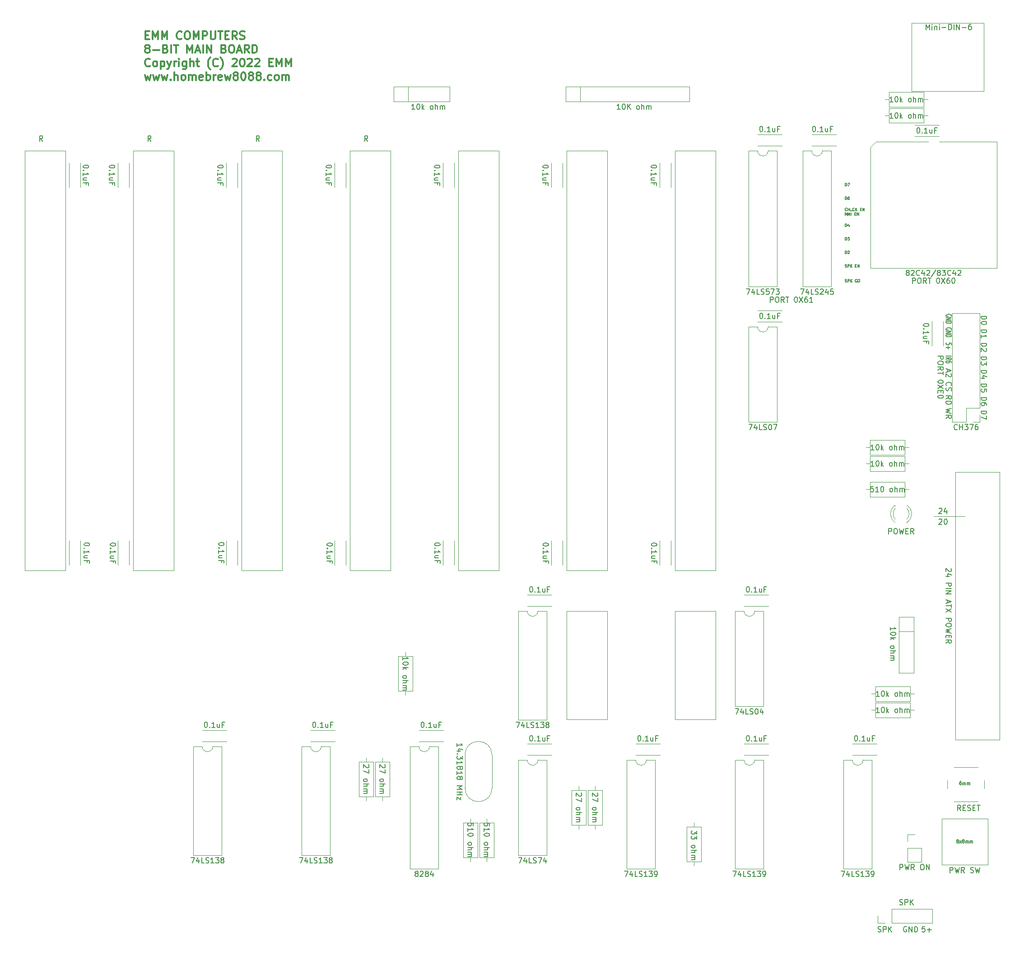
<source format=gbr>
G04 #@! TF.GenerationSoftware,KiCad,Pcbnew,(5.1.8)-1*
G04 #@! TF.CreationDate,2022-01-27T18:10:15-07:00*
G04 #@! TF.ProjectId,Multi,4d756c74-692e-46b6-9963-61645f706362,rev?*
G04 #@! TF.SameCoordinates,Original*
G04 #@! TF.FileFunction,Legend,Top*
G04 #@! TF.FilePolarity,Positive*
%FSLAX46Y46*%
G04 Gerber Fmt 4.6, Leading zero omitted, Abs format (unit mm)*
G04 Created by KiCad (PCBNEW (5.1.8)-1) date 2022-01-27 18:10:15*
%MOMM*%
%LPD*%
G01*
G04 APERTURE LIST*
%ADD10C,0.150000*%
%ADD11C,0.127000*%
%ADD12C,0.300000*%
%ADD13C,0.120000*%
G04 APERTURE END LIST*
D10*
X133996285Y-172140571D02*
X133939142Y-172112000D01*
X133910571Y-172083428D01*
X133882000Y-172026285D01*
X133882000Y-171997714D01*
X133910571Y-171940571D01*
X133939142Y-171912000D01*
X133996285Y-171883428D01*
X134110571Y-171883428D01*
X134167714Y-171912000D01*
X134196285Y-171940571D01*
X134224857Y-171997714D01*
X134224857Y-172026285D01*
X134196285Y-172083428D01*
X134167714Y-172112000D01*
X134110571Y-172140571D01*
X133996285Y-172140571D01*
X133939142Y-172169142D01*
X133910571Y-172197714D01*
X133882000Y-172254857D01*
X133882000Y-172369142D01*
X133910571Y-172426285D01*
X133939142Y-172454857D01*
X133996285Y-172483428D01*
X134110571Y-172483428D01*
X134167714Y-172454857D01*
X134196285Y-172426285D01*
X134224857Y-172369142D01*
X134224857Y-172254857D01*
X134196285Y-172197714D01*
X134167714Y-172169142D01*
X134110571Y-172140571D01*
X134424857Y-172483428D02*
X134739142Y-172083428D01*
X134424857Y-172083428D02*
X134739142Y-172483428D01*
X135053428Y-172140571D02*
X134996285Y-172112000D01*
X134967714Y-172083428D01*
X134939142Y-172026285D01*
X134939142Y-171997714D01*
X134967714Y-171940571D01*
X134996285Y-171912000D01*
X135053428Y-171883428D01*
X135167714Y-171883428D01*
X135224857Y-171912000D01*
X135253428Y-171940571D01*
X135282000Y-171997714D01*
X135282000Y-172026285D01*
X135253428Y-172083428D01*
X135224857Y-172112000D01*
X135167714Y-172140571D01*
X135053428Y-172140571D01*
X134996285Y-172169142D01*
X134967714Y-172197714D01*
X134939142Y-172254857D01*
X134939142Y-172369142D01*
X134967714Y-172426285D01*
X134996285Y-172454857D01*
X135053428Y-172483428D01*
X135167714Y-172483428D01*
X135224857Y-172454857D01*
X135253428Y-172426285D01*
X135282000Y-172369142D01*
X135282000Y-172254857D01*
X135253428Y-172197714D01*
X135224857Y-172169142D01*
X135167714Y-172140571D01*
X135539142Y-172483428D02*
X135539142Y-172083428D01*
X135539142Y-172140571D02*
X135567714Y-172112000D01*
X135624857Y-172083428D01*
X135710571Y-172083428D01*
X135767714Y-172112000D01*
X135796285Y-172169142D01*
X135796285Y-172483428D01*
X135796285Y-172169142D02*
X135824857Y-172112000D01*
X135882000Y-172083428D01*
X135967714Y-172083428D01*
X136024857Y-172112000D01*
X136053428Y-172169142D01*
X136053428Y-172483428D01*
X136339142Y-172483428D02*
X136339142Y-172083428D01*
X136339142Y-172140571D02*
X136367714Y-172112000D01*
X136424857Y-172083428D01*
X136510571Y-172083428D01*
X136567714Y-172112000D01*
X136596285Y-172169142D01*
X136596285Y-172483428D01*
X136596285Y-172169142D02*
X136624857Y-172112000D01*
X136682000Y-172083428D01*
X136767714Y-172083428D01*
X136824857Y-172112000D01*
X136853428Y-172169142D01*
X136853428Y-172483428D01*
X134696285Y-160961428D02*
X134582000Y-160961428D01*
X134524857Y-160990000D01*
X134496285Y-161018571D01*
X134439142Y-161104285D01*
X134410571Y-161218571D01*
X134410571Y-161447142D01*
X134439142Y-161504285D01*
X134467714Y-161532857D01*
X134524857Y-161561428D01*
X134639142Y-161561428D01*
X134696285Y-161532857D01*
X134724857Y-161504285D01*
X134753428Y-161447142D01*
X134753428Y-161304285D01*
X134724857Y-161247142D01*
X134696285Y-161218571D01*
X134639142Y-161190000D01*
X134524857Y-161190000D01*
X134467714Y-161218571D01*
X134439142Y-161247142D01*
X134410571Y-161304285D01*
X135010571Y-161561428D02*
X135010571Y-161161428D01*
X135010571Y-161218571D02*
X135039142Y-161190000D01*
X135096285Y-161161428D01*
X135182000Y-161161428D01*
X135239142Y-161190000D01*
X135267714Y-161247142D01*
X135267714Y-161561428D01*
X135267714Y-161247142D02*
X135296285Y-161190000D01*
X135353428Y-161161428D01*
X135439142Y-161161428D01*
X135496285Y-161190000D01*
X135524857Y-161247142D01*
X135524857Y-161561428D01*
X135810571Y-161561428D02*
X135810571Y-161161428D01*
X135810571Y-161218571D02*
X135839142Y-161190000D01*
X135896285Y-161161428D01*
X135982000Y-161161428D01*
X136039142Y-161190000D01*
X136067714Y-161247142D01*
X136067714Y-161561428D01*
X136067714Y-161247142D02*
X136096285Y-161190000D01*
X136153428Y-161161428D01*
X136239142Y-161161428D01*
X136296285Y-161190000D01*
X136324857Y-161247142D01*
X136324857Y-161561428D01*
D11*
X112979502Y-49251809D02*
X112979502Y-48743809D01*
X113100454Y-48743809D01*
X113173026Y-48768000D01*
X113221407Y-48816380D01*
X113245597Y-48864761D01*
X113269788Y-48961523D01*
X113269788Y-49034095D01*
X113245597Y-49130857D01*
X113221407Y-49179238D01*
X113173026Y-49227619D01*
X113100454Y-49251809D01*
X112979502Y-49251809D01*
X113439121Y-48743809D02*
X113777788Y-48743809D01*
X113560073Y-49251809D01*
X112979502Y-51791809D02*
X112979502Y-51283809D01*
X113100454Y-51283809D01*
X113173026Y-51308000D01*
X113221407Y-51356380D01*
X113245597Y-51404761D01*
X113269788Y-51501523D01*
X113269788Y-51574095D01*
X113245597Y-51670857D01*
X113221407Y-51719238D01*
X113173026Y-51767619D01*
X113100454Y-51791809D01*
X112979502Y-51791809D01*
X113705216Y-51283809D02*
X113608454Y-51283809D01*
X113560073Y-51308000D01*
X113535883Y-51332190D01*
X113487502Y-51404761D01*
X113463311Y-51501523D01*
X113463311Y-51695047D01*
X113487502Y-51743428D01*
X113511692Y-51767619D01*
X113560073Y-51791809D01*
X113656835Y-51791809D01*
X113705216Y-51767619D01*
X113729407Y-51743428D01*
X113753597Y-51695047D01*
X113753597Y-51574095D01*
X113729407Y-51525714D01*
X113705216Y-51501523D01*
X113656835Y-51477333D01*
X113560073Y-51477333D01*
X113511692Y-51501523D01*
X113487502Y-51525714D01*
X113463311Y-51574095D01*
X112979502Y-56871809D02*
X112979502Y-56363809D01*
X113100454Y-56363809D01*
X113173026Y-56388000D01*
X113221407Y-56436380D01*
X113245597Y-56484761D01*
X113269788Y-56581523D01*
X113269788Y-56654095D01*
X113245597Y-56750857D01*
X113221407Y-56799238D01*
X113173026Y-56847619D01*
X113100454Y-56871809D01*
X112979502Y-56871809D01*
X113705216Y-56533142D02*
X113705216Y-56871809D01*
X113584264Y-56339619D02*
X113463311Y-56702476D01*
X113777788Y-56702476D01*
X112979502Y-59411809D02*
X112979502Y-58903809D01*
X113100454Y-58903809D01*
X113173026Y-58928000D01*
X113221407Y-58976380D01*
X113245597Y-59024761D01*
X113269788Y-59121523D01*
X113269788Y-59194095D01*
X113245597Y-59290857D01*
X113221407Y-59339238D01*
X113173026Y-59387619D01*
X113100454Y-59411809D01*
X112979502Y-59411809D01*
X113439121Y-58903809D02*
X113753597Y-58903809D01*
X113584264Y-59097333D01*
X113656835Y-59097333D01*
X113705216Y-59121523D01*
X113729407Y-59145714D01*
X113753597Y-59194095D01*
X113753597Y-59315047D01*
X113729407Y-59363428D01*
X113705216Y-59387619D01*
X113656835Y-59411809D01*
X113511692Y-59411809D01*
X113463311Y-59387619D01*
X113439121Y-59363428D01*
X112979502Y-61951809D02*
X112979502Y-61443809D01*
X113100454Y-61443809D01*
X113173026Y-61468000D01*
X113221407Y-61516380D01*
X113245597Y-61564761D01*
X113269788Y-61661523D01*
X113269788Y-61734095D01*
X113245597Y-61830857D01*
X113221407Y-61879238D01*
X113173026Y-61927619D01*
X113100454Y-61951809D01*
X112979502Y-61951809D01*
X113463311Y-61492190D02*
X113487502Y-61468000D01*
X113535883Y-61443809D01*
X113656835Y-61443809D01*
X113705216Y-61468000D01*
X113729407Y-61492190D01*
X113753597Y-61540571D01*
X113753597Y-61588952D01*
X113729407Y-61661523D01*
X113439121Y-61951809D01*
X113753597Y-61951809D01*
X112955311Y-64467619D02*
X113027883Y-64491809D01*
X113148835Y-64491809D01*
X113197216Y-64467619D01*
X113221407Y-64443428D01*
X113245597Y-64395047D01*
X113245597Y-64346666D01*
X113221407Y-64298285D01*
X113197216Y-64274095D01*
X113148835Y-64249904D01*
X113052073Y-64225714D01*
X113003692Y-64201523D01*
X112979502Y-64177333D01*
X112955311Y-64128952D01*
X112955311Y-64080571D01*
X112979502Y-64032190D01*
X113003692Y-64008000D01*
X113052073Y-63983809D01*
X113173026Y-63983809D01*
X113245597Y-64008000D01*
X113463311Y-64491809D02*
X113463311Y-63983809D01*
X113656835Y-63983809D01*
X113705216Y-64008000D01*
X113729407Y-64032190D01*
X113753597Y-64080571D01*
X113753597Y-64153142D01*
X113729407Y-64201523D01*
X113705216Y-64225714D01*
X113656835Y-64249904D01*
X113463311Y-64249904D01*
X113971311Y-64491809D02*
X113971311Y-63983809D01*
X114261597Y-64491809D02*
X114043883Y-64201523D01*
X114261597Y-63983809D02*
X113971311Y-64274095D01*
X114866359Y-64225714D02*
X115035692Y-64225714D01*
X115108264Y-64491809D02*
X114866359Y-64491809D01*
X114866359Y-63983809D01*
X115108264Y-63983809D01*
X115325978Y-64491809D02*
X115325978Y-63983809D01*
X115616264Y-64491809D01*
X115616264Y-63983809D01*
X112955311Y-67261619D02*
X113027883Y-67285809D01*
X113148835Y-67285809D01*
X113197216Y-67261619D01*
X113221407Y-67237428D01*
X113245597Y-67189047D01*
X113245597Y-67140666D01*
X113221407Y-67092285D01*
X113197216Y-67068095D01*
X113148835Y-67043904D01*
X113052073Y-67019714D01*
X113003692Y-66995523D01*
X112979502Y-66971333D01*
X112955311Y-66922952D01*
X112955311Y-66874571D01*
X112979502Y-66826190D01*
X113003692Y-66802000D01*
X113052073Y-66777809D01*
X113173026Y-66777809D01*
X113245597Y-66802000D01*
X113463311Y-67285809D02*
X113463311Y-66777809D01*
X113656835Y-66777809D01*
X113705216Y-66802000D01*
X113729407Y-66826190D01*
X113753597Y-66874571D01*
X113753597Y-66947142D01*
X113729407Y-66995523D01*
X113705216Y-67019714D01*
X113656835Y-67043904D01*
X113463311Y-67043904D01*
X113971311Y-67285809D02*
X113971311Y-66777809D01*
X114261597Y-67285809D02*
X114043883Y-66995523D01*
X114261597Y-66777809D02*
X113971311Y-67068095D01*
X115132454Y-66802000D02*
X115084073Y-66777809D01*
X115011502Y-66777809D01*
X114938930Y-66802000D01*
X114890550Y-66850380D01*
X114866359Y-66898761D01*
X114842169Y-66995523D01*
X114842169Y-67068095D01*
X114866359Y-67164857D01*
X114890550Y-67213238D01*
X114938930Y-67261619D01*
X115011502Y-67285809D01*
X115059883Y-67285809D01*
X115132454Y-67261619D01*
X115156645Y-67237428D01*
X115156645Y-67068095D01*
X115059883Y-67068095D01*
X115471121Y-66777809D02*
X115567883Y-66777809D01*
X115616264Y-66802000D01*
X115664645Y-66850380D01*
X115688835Y-66947142D01*
X115688835Y-67116476D01*
X115664645Y-67213238D01*
X115616264Y-67261619D01*
X115567883Y-67285809D01*
X115471121Y-67285809D01*
X115422740Y-67261619D01*
X115374359Y-67213238D01*
X115350169Y-67116476D01*
X115350169Y-66947142D01*
X115374359Y-66850380D01*
X115422740Y-66802000D01*
X115471121Y-66777809D01*
X113269788Y-53838928D02*
X113245597Y-53863119D01*
X113173026Y-53887309D01*
X113124645Y-53887309D01*
X113052073Y-53863119D01*
X113003692Y-53814738D01*
X112979502Y-53766357D01*
X112955311Y-53669595D01*
X112955311Y-53597023D01*
X112979502Y-53500261D01*
X113003692Y-53451880D01*
X113052073Y-53403500D01*
X113124645Y-53379309D01*
X113173026Y-53379309D01*
X113245597Y-53403500D01*
X113269788Y-53427690D01*
X113487502Y-53887309D02*
X113487502Y-53379309D01*
X113487502Y-53621214D02*
X113777788Y-53621214D01*
X113777788Y-53887309D02*
X113777788Y-53379309D01*
X113898740Y-53935690D02*
X114285788Y-53935690D01*
X114697026Y-53838928D02*
X114672835Y-53863119D01*
X114600264Y-53887309D01*
X114551883Y-53887309D01*
X114479311Y-53863119D01*
X114430930Y-53814738D01*
X114406740Y-53766357D01*
X114382550Y-53669595D01*
X114382550Y-53597023D01*
X114406740Y-53500261D01*
X114430930Y-53451880D01*
X114479311Y-53403500D01*
X114551883Y-53379309D01*
X114600264Y-53379309D01*
X114672835Y-53403500D01*
X114697026Y-53427690D01*
X114914740Y-53887309D02*
X114914740Y-53379309D01*
X115205026Y-53887309D02*
X114987311Y-53597023D01*
X115205026Y-53379309D02*
X114914740Y-53669595D01*
X115809788Y-53621214D02*
X115979121Y-53621214D01*
X116051692Y-53887309D02*
X115809788Y-53887309D01*
X115809788Y-53379309D01*
X116051692Y-53379309D01*
X116269407Y-53887309D02*
X116269407Y-53379309D01*
X116559692Y-53887309D01*
X116559692Y-53379309D01*
X112979502Y-54776309D02*
X112979502Y-54268309D01*
X113269788Y-54776309D01*
X113269788Y-54268309D01*
X113511692Y-54776309D02*
X113511692Y-54268309D01*
X113681026Y-54631166D01*
X113850359Y-54268309D01*
X113850359Y-54776309D01*
X114092264Y-54776309D02*
X114092264Y-54268309D01*
X114721216Y-54510214D02*
X114890550Y-54510214D01*
X114963121Y-54776309D02*
X114721216Y-54776309D01*
X114721216Y-54268309D01*
X114963121Y-54268309D01*
X115180835Y-54776309D02*
X115180835Y-54268309D01*
X115471121Y-54776309D01*
X115471121Y-54268309D01*
D10*
X127889047Y-188174380D02*
X127412857Y-188174380D01*
X127365238Y-188650571D01*
X127412857Y-188602952D01*
X127508095Y-188555333D01*
X127746190Y-188555333D01*
X127841428Y-188602952D01*
X127889047Y-188650571D01*
X127936666Y-188745809D01*
X127936666Y-188983904D01*
X127889047Y-189079142D01*
X127841428Y-189126761D01*
X127746190Y-189174380D01*
X127508095Y-189174380D01*
X127412857Y-189126761D01*
X127365238Y-189079142D01*
X128365238Y-188793428D02*
X129127142Y-188793428D01*
X128746190Y-189174380D02*
X128746190Y-188412476D01*
X124460095Y-188222000D02*
X124364857Y-188174380D01*
X124222000Y-188174380D01*
X124079142Y-188222000D01*
X123983904Y-188317238D01*
X123936285Y-188412476D01*
X123888666Y-188602952D01*
X123888666Y-188745809D01*
X123936285Y-188936285D01*
X123983904Y-189031523D01*
X124079142Y-189126761D01*
X124222000Y-189174380D01*
X124317238Y-189174380D01*
X124460095Y-189126761D01*
X124507714Y-189079142D01*
X124507714Y-188745809D01*
X124317238Y-188745809D01*
X124936285Y-189174380D02*
X124936285Y-188174380D01*
X125507714Y-189174380D01*
X125507714Y-188174380D01*
X125983904Y-189174380D02*
X125983904Y-188174380D01*
X126222000Y-188174380D01*
X126364857Y-188222000D01*
X126460095Y-188317238D01*
X126507714Y-188412476D01*
X126555333Y-188602952D01*
X126555333Y-188745809D01*
X126507714Y-188936285D01*
X126460095Y-189031523D01*
X126364857Y-189126761D01*
X126222000Y-189174380D01*
X125983904Y-189174380D01*
X119110285Y-189126761D02*
X119253142Y-189174380D01*
X119491238Y-189174380D01*
X119586476Y-189126761D01*
X119634095Y-189079142D01*
X119681714Y-188983904D01*
X119681714Y-188888666D01*
X119634095Y-188793428D01*
X119586476Y-188745809D01*
X119491238Y-188698190D01*
X119300761Y-188650571D01*
X119205523Y-188602952D01*
X119157904Y-188555333D01*
X119110285Y-188460095D01*
X119110285Y-188364857D01*
X119157904Y-188269619D01*
X119205523Y-188222000D01*
X119300761Y-188174380D01*
X119538857Y-188174380D01*
X119681714Y-188222000D01*
X120110285Y-189174380D02*
X120110285Y-188174380D01*
X120491238Y-188174380D01*
X120586476Y-188222000D01*
X120634095Y-188269619D01*
X120681714Y-188364857D01*
X120681714Y-188507714D01*
X120634095Y-188602952D01*
X120586476Y-188650571D01*
X120491238Y-188698190D01*
X120110285Y-188698190D01*
X121110285Y-189174380D02*
X121110285Y-188174380D01*
X121681714Y-189174380D02*
X121253142Y-188602952D01*
X121681714Y-188174380D02*
X121110285Y-188745809D01*
X132786380Y-121016000D02*
X132834000Y-121063619D01*
X132881619Y-121158857D01*
X132881619Y-121396952D01*
X132834000Y-121492190D01*
X132786380Y-121539809D01*
X132691142Y-121587428D01*
X132595904Y-121587428D01*
X132453047Y-121539809D01*
X131881619Y-120968380D01*
X131881619Y-121587428D01*
X132548285Y-122444571D02*
X131881619Y-122444571D01*
X132929238Y-122206476D02*
X132214952Y-121968380D01*
X132214952Y-122587428D01*
X131881619Y-123730285D02*
X132881619Y-123730285D01*
X132881619Y-124111238D01*
X132834000Y-124206476D01*
X132786380Y-124254095D01*
X132691142Y-124301714D01*
X132548285Y-124301714D01*
X132453047Y-124254095D01*
X132405428Y-124206476D01*
X132357809Y-124111238D01*
X132357809Y-123730285D01*
X131881619Y-124730285D02*
X132881619Y-124730285D01*
X131881619Y-125206476D02*
X132881619Y-125206476D01*
X131881619Y-125777904D01*
X132881619Y-125777904D01*
X132167333Y-126968380D02*
X132167333Y-127444571D01*
X131881619Y-126873142D02*
X132881619Y-127206476D01*
X131881619Y-127539809D01*
X132881619Y-127730285D02*
X132881619Y-128301714D01*
X131881619Y-128016000D02*
X132881619Y-128016000D01*
X132881619Y-128539809D02*
X131881619Y-129206476D01*
X132881619Y-129206476D02*
X131881619Y-128539809D01*
X131881619Y-130349333D02*
X132881619Y-130349333D01*
X132881619Y-130730285D01*
X132834000Y-130825523D01*
X132786380Y-130873142D01*
X132691142Y-130920761D01*
X132548285Y-130920761D01*
X132453047Y-130873142D01*
X132405428Y-130825523D01*
X132357809Y-130730285D01*
X132357809Y-130349333D01*
X132881619Y-131539809D02*
X132881619Y-131730285D01*
X132834000Y-131825523D01*
X132738761Y-131920761D01*
X132548285Y-131968380D01*
X132214952Y-131968380D01*
X132024476Y-131920761D01*
X131929238Y-131825523D01*
X131881619Y-131730285D01*
X131881619Y-131539809D01*
X131929238Y-131444571D01*
X132024476Y-131349333D01*
X132214952Y-131301714D01*
X132548285Y-131301714D01*
X132738761Y-131349333D01*
X132834000Y-131444571D01*
X132881619Y-131539809D01*
X132881619Y-132301714D02*
X131881619Y-132539809D01*
X132595904Y-132730285D01*
X131881619Y-132920761D01*
X132881619Y-133158857D01*
X132405428Y-133539809D02*
X132405428Y-133873142D01*
X131881619Y-134016000D02*
X131881619Y-133539809D01*
X132881619Y-133539809D01*
X132881619Y-134016000D01*
X131881619Y-135016000D02*
X132357809Y-134682666D01*
X131881619Y-134444571D02*
X132881619Y-134444571D01*
X132881619Y-134825523D01*
X132834000Y-134920761D01*
X132786380Y-134968380D01*
X132691142Y-135016000D01*
X132548285Y-135016000D01*
X132453047Y-134968380D01*
X132405428Y-134920761D01*
X132357809Y-134825523D01*
X132357809Y-134444571D01*
X132834000Y-73684190D02*
X132881619Y-73623714D01*
X132881619Y-73533000D01*
X132834000Y-73442285D01*
X132738761Y-73381809D01*
X132643523Y-73351571D01*
X132453047Y-73321333D01*
X132310190Y-73321333D01*
X132119714Y-73351571D01*
X132024476Y-73381809D01*
X131929238Y-73442285D01*
X131881619Y-73533000D01*
X131881619Y-73593476D01*
X131929238Y-73684190D01*
X131976857Y-73714428D01*
X132310190Y-73714428D01*
X132310190Y-73593476D01*
X131881619Y-73986571D02*
X132881619Y-73986571D01*
X131881619Y-74349428D01*
X132881619Y-74349428D01*
X131881619Y-74651809D02*
X132881619Y-74651809D01*
X132881619Y-74803000D01*
X132834000Y-74893714D01*
X132738761Y-74954190D01*
X132643523Y-74984428D01*
X132453047Y-75014666D01*
X132310190Y-75014666D01*
X132119714Y-74984428D01*
X132024476Y-74954190D01*
X131929238Y-74893714D01*
X131881619Y-74803000D01*
X131881619Y-74651809D01*
X132834000Y-76224190D02*
X132881619Y-76163714D01*
X132881619Y-76073000D01*
X132834000Y-75982285D01*
X132738761Y-75921809D01*
X132643523Y-75891571D01*
X132453047Y-75861333D01*
X132310190Y-75861333D01*
X132119714Y-75891571D01*
X132024476Y-75921809D01*
X131929238Y-75982285D01*
X131881619Y-76073000D01*
X131881619Y-76133476D01*
X131929238Y-76224190D01*
X131976857Y-76254428D01*
X132310190Y-76254428D01*
X132310190Y-76133476D01*
X131881619Y-76526571D02*
X132881619Y-76526571D01*
X131881619Y-76889428D01*
X132881619Y-76889428D01*
X131881619Y-77191809D02*
X132881619Y-77191809D01*
X132881619Y-77343000D01*
X132834000Y-77433714D01*
X132738761Y-77494190D01*
X132643523Y-77524428D01*
X132453047Y-77554666D01*
X132310190Y-77554666D01*
X132119714Y-77524428D01*
X132024476Y-77494190D01*
X131929238Y-77433714D01*
X131881619Y-77343000D01*
X131881619Y-77191809D01*
X131881619Y-81168119D02*
X132881619Y-81168119D01*
X131881619Y-81833357D02*
X132357809Y-81621690D01*
X131881619Y-81470500D02*
X132881619Y-81470500D01*
X132881619Y-81712404D01*
X132834000Y-81772880D01*
X132786380Y-81803119D01*
X132691142Y-81833357D01*
X132548285Y-81833357D01*
X132453047Y-81803119D01*
X132405428Y-81772880D01*
X132357809Y-81712404D01*
X132357809Y-81470500D01*
X132881619Y-82377642D02*
X132881619Y-82256690D01*
X132834000Y-82196214D01*
X132786380Y-82165976D01*
X132643523Y-82105500D01*
X132453047Y-82075261D01*
X132072095Y-82075261D01*
X131976857Y-82105500D01*
X131929238Y-82135738D01*
X131881619Y-82196214D01*
X131881619Y-82317166D01*
X131929238Y-82377642D01*
X131976857Y-82407880D01*
X132072095Y-82438119D01*
X132310190Y-82438119D01*
X132405428Y-82407880D01*
X132453047Y-82377642D01*
X132500666Y-82317166D01*
X132500666Y-82196214D01*
X132453047Y-82135738D01*
X132405428Y-82105500D01*
X132310190Y-82075261D01*
X138485619Y-83843904D02*
X139485619Y-83843904D01*
X139485619Y-84082000D01*
X139438000Y-84224857D01*
X139342761Y-84320095D01*
X139247523Y-84367714D01*
X139057047Y-84415333D01*
X138914190Y-84415333D01*
X138723714Y-84367714D01*
X138628476Y-84320095D01*
X138533238Y-84224857D01*
X138485619Y-84082000D01*
X138485619Y-83843904D01*
X139152285Y-85272476D02*
X138485619Y-85272476D01*
X139533238Y-85034380D02*
X138818952Y-84796285D01*
X138818952Y-85415333D01*
X138485619Y-81303904D02*
X139485619Y-81303904D01*
X139485619Y-81542000D01*
X139438000Y-81684857D01*
X139342761Y-81780095D01*
X139247523Y-81827714D01*
X139057047Y-81875333D01*
X138914190Y-81875333D01*
X138723714Y-81827714D01*
X138628476Y-81780095D01*
X138533238Y-81684857D01*
X138485619Y-81542000D01*
X138485619Y-81303904D01*
X139485619Y-82208666D02*
X139485619Y-82827714D01*
X139104666Y-82494380D01*
X139104666Y-82637238D01*
X139057047Y-82732476D01*
X139009428Y-82780095D01*
X138914190Y-82827714D01*
X138676095Y-82827714D01*
X138580857Y-82780095D01*
X138533238Y-82732476D01*
X138485619Y-82637238D01*
X138485619Y-82351523D01*
X138533238Y-82256285D01*
X138580857Y-82208666D01*
X132881619Y-91019428D02*
X131881619Y-91257523D01*
X132595904Y-91448000D01*
X131881619Y-91638476D01*
X132881619Y-91876571D01*
X131881619Y-92828952D02*
X132357809Y-92495619D01*
X131881619Y-92257523D02*
X132881619Y-92257523D01*
X132881619Y-92638476D01*
X132834000Y-92733714D01*
X132786380Y-92781333D01*
X132691142Y-92828952D01*
X132548285Y-92828952D01*
X132453047Y-92781333D01*
X132405428Y-92733714D01*
X132357809Y-92638476D01*
X132357809Y-92257523D01*
X138485619Y-88923904D02*
X139485619Y-88923904D01*
X139485619Y-89162000D01*
X139438000Y-89304857D01*
X139342761Y-89400095D01*
X139247523Y-89447714D01*
X139057047Y-89495333D01*
X138914190Y-89495333D01*
X138723714Y-89447714D01*
X138628476Y-89400095D01*
X138533238Y-89304857D01*
X138485619Y-89162000D01*
X138485619Y-88923904D01*
X139485619Y-90352476D02*
X139485619Y-90162000D01*
X139438000Y-90066761D01*
X139390380Y-90019142D01*
X139247523Y-89923904D01*
X139057047Y-89876285D01*
X138676095Y-89876285D01*
X138580857Y-89923904D01*
X138533238Y-89971523D01*
X138485619Y-90066761D01*
X138485619Y-90257238D01*
X138533238Y-90352476D01*
X138580857Y-90400095D01*
X138676095Y-90447714D01*
X138914190Y-90447714D01*
X139009428Y-90400095D01*
X139057047Y-90352476D01*
X139104666Y-90257238D01*
X139104666Y-90066761D01*
X139057047Y-89971523D01*
X139009428Y-89923904D01*
X138914190Y-89876285D01*
X138485619Y-76223904D02*
X139485619Y-76223904D01*
X139485619Y-76462000D01*
X139438000Y-76604857D01*
X139342761Y-76700095D01*
X139247523Y-76747714D01*
X139057047Y-76795333D01*
X138914190Y-76795333D01*
X138723714Y-76747714D01*
X138628476Y-76700095D01*
X138533238Y-76604857D01*
X138485619Y-76462000D01*
X138485619Y-76223904D01*
X138485619Y-77747714D02*
X138485619Y-77176285D01*
X138485619Y-77462000D02*
X139485619Y-77462000D01*
X139342761Y-77366761D01*
X139247523Y-77271523D01*
X139199904Y-77176285D01*
X138485619Y-86383904D02*
X139485619Y-86383904D01*
X139485619Y-86622000D01*
X139438000Y-86764857D01*
X139342761Y-86860095D01*
X139247523Y-86907714D01*
X139057047Y-86955333D01*
X138914190Y-86955333D01*
X138723714Y-86907714D01*
X138628476Y-86860095D01*
X138533238Y-86764857D01*
X138485619Y-86622000D01*
X138485619Y-86383904D01*
X139485619Y-87860095D02*
X139485619Y-87383904D01*
X139009428Y-87336285D01*
X139057047Y-87383904D01*
X139104666Y-87479142D01*
X139104666Y-87717238D01*
X139057047Y-87812476D01*
X139009428Y-87860095D01*
X138914190Y-87907714D01*
X138676095Y-87907714D01*
X138580857Y-87860095D01*
X138533238Y-87812476D01*
X138485619Y-87717238D01*
X138485619Y-87479142D01*
X138533238Y-87383904D01*
X138580857Y-87336285D01*
X138485619Y-78763904D02*
X139485619Y-78763904D01*
X139485619Y-79002000D01*
X139438000Y-79144857D01*
X139342761Y-79240095D01*
X139247523Y-79287714D01*
X139057047Y-79335333D01*
X138914190Y-79335333D01*
X138723714Y-79287714D01*
X138628476Y-79240095D01*
X138533238Y-79144857D01*
X138485619Y-79002000D01*
X138485619Y-78763904D01*
X139390380Y-79716285D02*
X139438000Y-79763904D01*
X139485619Y-79859142D01*
X139485619Y-80097238D01*
X139438000Y-80192476D01*
X139390380Y-80240095D01*
X139295142Y-80287714D01*
X139199904Y-80287714D01*
X139057047Y-80240095D01*
X138485619Y-79668666D01*
X138485619Y-80287714D01*
X138485619Y-91463904D02*
X139485619Y-91463904D01*
X139485619Y-91702000D01*
X139438000Y-91844857D01*
X139342761Y-91940095D01*
X139247523Y-91987714D01*
X139057047Y-92035333D01*
X138914190Y-92035333D01*
X138723714Y-91987714D01*
X138628476Y-91940095D01*
X138533238Y-91844857D01*
X138485619Y-91702000D01*
X138485619Y-91463904D01*
X139485619Y-92368666D02*
X139485619Y-93035333D01*
X138485619Y-92606761D01*
X131881619Y-89217523D02*
X132357809Y-88884190D01*
X131881619Y-88646095D02*
X132881619Y-88646095D01*
X132881619Y-89027047D01*
X132834000Y-89122285D01*
X132786380Y-89169904D01*
X132691142Y-89217523D01*
X132548285Y-89217523D01*
X132453047Y-89169904D01*
X132405428Y-89122285D01*
X132357809Y-89027047D01*
X132357809Y-88646095D01*
X131881619Y-89646095D02*
X132881619Y-89646095D01*
X132881619Y-89884190D01*
X132834000Y-90027047D01*
X132738761Y-90122285D01*
X132643523Y-90169904D01*
X132453047Y-90217523D01*
X132310190Y-90217523D01*
X132119714Y-90169904D01*
X132024476Y-90122285D01*
X131929238Y-90027047D01*
X131881619Y-89884190D01*
X131881619Y-89646095D01*
X132881619Y-79006095D02*
X132881619Y-78703714D01*
X132405428Y-78673476D01*
X132453047Y-78703714D01*
X132500666Y-78764190D01*
X132500666Y-78915380D01*
X132453047Y-78975857D01*
X132405428Y-79006095D01*
X132310190Y-79036333D01*
X132072095Y-79036333D01*
X131976857Y-79006095D01*
X131929238Y-78975857D01*
X131881619Y-78915380D01*
X131881619Y-78764190D01*
X131929238Y-78703714D01*
X131976857Y-78673476D01*
X132262571Y-79308476D02*
X132262571Y-79792285D01*
X131881619Y-79550380D02*
X132643523Y-79550380D01*
X138485619Y-73683904D02*
X139485619Y-73683904D01*
X139485619Y-73922000D01*
X139438000Y-74064857D01*
X139342761Y-74160095D01*
X139247523Y-74207714D01*
X139057047Y-74255333D01*
X138914190Y-74255333D01*
X138723714Y-74207714D01*
X138628476Y-74160095D01*
X138533238Y-74064857D01*
X138485619Y-73922000D01*
X138485619Y-73683904D01*
X139485619Y-74874380D02*
X139485619Y-74969619D01*
X139438000Y-75064857D01*
X139390380Y-75112476D01*
X139295142Y-75160095D01*
X139104666Y-75207714D01*
X138866571Y-75207714D01*
X138676095Y-75160095D01*
X138580857Y-75112476D01*
X138533238Y-75064857D01*
X138485619Y-74969619D01*
X138485619Y-74874380D01*
X138533238Y-74779142D01*
X138580857Y-74731523D01*
X138676095Y-74683904D01*
X138866571Y-74636285D01*
X139104666Y-74636285D01*
X139295142Y-74683904D01*
X139390380Y-74731523D01*
X139438000Y-74779142D01*
X139485619Y-74874380D01*
X132167333Y-83613714D02*
X132167333Y-84089904D01*
X131881619Y-83518476D02*
X132881619Y-83851809D01*
X131881619Y-84185142D01*
X132786380Y-84470857D02*
X132834000Y-84518476D01*
X132881619Y-84613714D01*
X132881619Y-84851809D01*
X132834000Y-84947047D01*
X132786380Y-84994666D01*
X132691142Y-85042285D01*
X132595904Y-85042285D01*
X132453047Y-84994666D01*
X131881619Y-84423238D01*
X131881619Y-85042285D01*
X131976857Y-86701333D02*
X131929238Y-86653714D01*
X131881619Y-86510857D01*
X131881619Y-86415619D01*
X131929238Y-86272761D01*
X132024476Y-86177523D01*
X132119714Y-86129904D01*
X132310190Y-86082285D01*
X132453047Y-86082285D01*
X132643523Y-86129904D01*
X132738761Y-86177523D01*
X132834000Y-86272761D01*
X132881619Y-86415619D01*
X132881619Y-86510857D01*
X132834000Y-86653714D01*
X132786380Y-86701333D01*
X131929238Y-87082285D02*
X131881619Y-87225142D01*
X131881619Y-87463238D01*
X131929238Y-87558476D01*
X131976857Y-87606095D01*
X132072095Y-87653714D01*
X132167333Y-87653714D01*
X132262571Y-87606095D01*
X132310190Y-87558476D01*
X132357809Y-87463238D01*
X132405428Y-87272761D01*
X132453047Y-87177523D01*
X132500666Y-87129904D01*
X132595904Y-87082285D01*
X132691142Y-87082285D01*
X132786380Y-87129904D01*
X132834000Y-87177523D01*
X132881619Y-87272761D01*
X132881619Y-87510857D01*
X132834000Y-87653714D01*
D12*
X-18243857Y-20959857D02*
X-17743857Y-20959857D01*
X-17529571Y-21745571D02*
X-18243857Y-21745571D01*
X-18243857Y-20245571D01*
X-17529571Y-20245571D01*
X-16886714Y-21745571D02*
X-16886714Y-20245571D01*
X-16386714Y-21317000D01*
X-15886714Y-20245571D01*
X-15886714Y-21745571D01*
X-15172428Y-21745571D02*
X-15172428Y-20245571D01*
X-14672428Y-21317000D01*
X-14172428Y-20245571D01*
X-14172428Y-21745571D01*
X-11458142Y-21602714D02*
X-11529571Y-21674142D01*
X-11743857Y-21745571D01*
X-11886714Y-21745571D01*
X-12101000Y-21674142D01*
X-12243857Y-21531285D01*
X-12315285Y-21388428D01*
X-12386714Y-21102714D01*
X-12386714Y-20888428D01*
X-12315285Y-20602714D01*
X-12243857Y-20459857D01*
X-12101000Y-20317000D01*
X-11886714Y-20245571D01*
X-11743857Y-20245571D01*
X-11529571Y-20317000D01*
X-11458142Y-20388428D01*
X-10529571Y-20245571D02*
X-10243857Y-20245571D01*
X-10101000Y-20317000D01*
X-9958142Y-20459857D01*
X-9886714Y-20745571D01*
X-9886714Y-21245571D01*
X-9958142Y-21531285D01*
X-10101000Y-21674142D01*
X-10243857Y-21745571D01*
X-10529571Y-21745571D01*
X-10672428Y-21674142D01*
X-10815285Y-21531285D01*
X-10886714Y-21245571D01*
X-10886714Y-20745571D01*
X-10815285Y-20459857D01*
X-10672428Y-20317000D01*
X-10529571Y-20245571D01*
X-9243857Y-21745571D02*
X-9243857Y-20245571D01*
X-8743857Y-21317000D01*
X-8243857Y-20245571D01*
X-8243857Y-21745571D01*
X-7529571Y-21745571D02*
X-7529571Y-20245571D01*
X-6958142Y-20245571D01*
X-6815285Y-20317000D01*
X-6743857Y-20388428D01*
X-6672428Y-20531285D01*
X-6672428Y-20745571D01*
X-6743857Y-20888428D01*
X-6815285Y-20959857D01*
X-6958142Y-21031285D01*
X-7529571Y-21031285D01*
X-6029571Y-20245571D02*
X-6029571Y-21459857D01*
X-5958142Y-21602714D01*
X-5886714Y-21674142D01*
X-5743857Y-21745571D01*
X-5458142Y-21745571D01*
X-5315285Y-21674142D01*
X-5243857Y-21602714D01*
X-5172428Y-21459857D01*
X-5172428Y-20245571D01*
X-4672428Y-20245571D02*
X-3815285Y-20245571D01*
X-4243857Y-21745571D02*
X-4243857Y-20245571D01*
X-3315285Y-20959857D02*
X-2815285Y-20959857D01*
X-2601000Y-21745571D02*
X-3315285Y-21745571D01*
X-3315285Y-20245571D01*
X-2601000Y-20245571D01*
X-1101000Y-21745571D02*
X-1601000Y-21031285D01*
X-1958142Y-21745571D02*
X-1958142Y-20245571D01*
X-1386714Y-20245571D01*
X-1243857Y-20317000D01*
X-1172428Y-20388428D01*
X-1101000Y-20531285D01*
X-1101000Y-20745571D01*
X-1172428Y-20888428D01*
X-1243857Y-20959857D01*
X-1386714Y-21031285D01*
X-1958142Y-21031285D01*
X-529571Y-21674142D02*
X-315285Y-21745571D01*
X41857Y-21745571D01*
X184714Y-21674142D01*
X256142Y-21602714D01*
X327571Y-21459857D01*
X327571Y-21317000D01*
X256142Y-21174142D01*
X184714Y-21102714D01*
X41857Y-21031285D01*
X-243857Y-20959857D01*
X-386714Y-20888428D01*
X-458142Y-20817000D01*
X-529571Y-20674142D01*
X-529571Y-20531285D01*
X-458142Y-20388428D01*
X-386714Y-20317000D01*
X-243857Y-20245571D01*
X113285Y-20245571D01*
X327571Y-20317000D01*
X-18029571Y-23438428D02*
X-18172428Y-23367000D01*
X-18243857Y-23295571D01*
X-18315285Y-23152714D01*
X-18315285Y-23081285D01*
X-18243857Y-22938428D01*
X-18172428Y-22867000D01*
X-18029571Y-22795571D01*
X-17743857Y-22795571D01*
X-17601000Y-22867000D01*
X-17529571Y-22938428D01*
X-17458142Y-23081285D01*
X-17458142Y-23152714D01*
X-17529571Y-23295571D01*
X-17601000Y-23367000D01*
X-17743857Y-23438428D01*
X-18029571Y-23438428D01*
X-18172428Y-23509857D01*
X-18243857Y-23581285D01*
X-18315285Y-23724142D01*
X-18315285Y-24009857D01*
X-18243857Y-24152714D01*
X-18172428Y-24224142D01*
X-18029571Y-24295571D01*
X-17743857Y-24295571D01*
X-17601000Y-24224142D01*
X-17529571Y-24152714D01*
X-17458142Y-24009857D01*
X-17458142Y-23724142D01*
X-17529571Y-23581285D01*
X-17601000Y-23509857D01*
X-17743857Y-23438428D01*
X-16815285Y-23724142D02*
X-15672428Y-23724142D01*
X-14458142Y-23509857D02*
X-14243857Y-23581285D01*
X-14172428Y-23652714D01*
X-14101000Y-23795571D01*
X-14101000Y-24009857D01*
X-14172428Y-24152714D01*
X-14243857Y-24224142D01*
X-14386714Y-24295571D01*
X-14958142Y-24295571D01*
X-14958142Y-22795571D01*
X-14458142Y-22795571D01*
X-14315285Y-22867000D01*
X-14243857Y-22938428D01*
X-14172428Y-23081285D01*
X-14172428Y-23224142D01*
X-14243857Y-23367000D01*
X-14315285Y-23438428D01*
X-14458142Y-23509857D01*
X-14958142Y-23509857D01*
X-13458142Y-24295571D02*
X-13458142Y-22795571D01*
X-12958142Y-22795571D02*
X-12101000Y-22795571D01*
X-12529571Y-24295571D02*
X-12529571Y-22795571D01*
X-10458142Y-24295571D02*
X-10458142Y-22795571D01*
X-9958142Y-23867000D01*
X-9458142Y-22795571D01*
X-9458142Y-24295571D01*
X-8815285Y-23867000D02*
X-8101000Y-23867000D01*
X-8958142Y-24295571D02*
X-8458142Y-22795571D01*
X-7958142Y-24295571D01*
X-7458142Y-24295571D02*
X-7458142Y-22795571D01*
X-6743857Y-24295571D02*
X-6743857Y-22795571D01*
X-5886714Y-24295571D01*
X-5886714Y-22795571D01*
X-3529571Y-23509857D02*
X-3315285Y-23581285D01*
X-3243857Y-23652714D01*
X-3172428Y-23795571D01*
X-3172428Y-24009857D01*
X-3243857Y-24152714D01*
X-3315285Y-24224142D01*
X-3458142Y-24295571D01*
X-4029571Y-24295571D01*
X-4029571Y-22795571D01*
X-3529571Y-22795571D01*
X-3386714Y-22867000D01*
X-3315285Y-22938428D01*
X-3243857Y-23081285D01*
X-3243857Y-23224142D01*
X-3315285Y-23367000D01*
X-3386714Y-23438428D01*
X-3529571Y-23509857D01*
X-4029571Y-23509857D01*
X-2243857Y-22795571D02*
X-1958142Y-22795571D01*
X-1815285Y-22867000D01*
X-1672428Y-23009857D01*
X-1601000Y-23295571D01*
X-1601000Y-23795571D01*
X-1672428Y-24081285D01*
X-1815285Y-24224142D01*
X-1958142Y-24295571D01*
X-2243857Y-24295571D01*
X-2386714Y-24224142D01*
X-2529571Y-24081285D01*
X-2601000Y-23795571D01*
X-2601000Y-23295571D01*
X-2529571Y-23009857D01*
X-2386714Y-22867000D01*
X-2243857Y-22795571D01*
X-1029571Y-23867000D02*
X-315285Y-23867000D01*
X-1172428Y-24295571D02*
X-672428Y-22795571D01*
X-172428Y-24295571D01*
X1184714Y-24295571D02*
X684714Y-23581285D01*
X327571Y-24295571D02*
X327571Y-22795571D01*
X899000Y-22795571D01*
X1041857Y-22867000D01*
X1113285Y-22938428D01*
X1184714Y-23081285D01*
X1184714Y-23295571D01*
X1113285Y-23438428D01*
X1041857Y-23509857D01*
X899000Y-23581285D01*
X327571Y-23581285D01*
X1827571Y-24295571D02*
X1827571Y-22795571D01*
X2184714Y-22795571D01*
X2399000Y-22867000D01*
X2541857Y-23009857D01*
X2613285Y-23152714D01*
X2684714Y-23438428D01*
X2684714Y-23652714D01*
X2613285Y-23938428D01*
X2541857Y-24081285D01*
X2399000Y-24224142D01*
X2184714Y-24295571D01*
X1827571Y-24295571D01*
X-17386714Y-26702714D02*
X-17458142Y-26774142D01*
X-17672428Y-26845571D01*
X-17815285Y-26845571D01*
X-18029571Y-26774142D01*
X-18172428Y-26631285D01*
X-18243857Y-26488428D01*
X-18315285Y-26202714D01*
X-18315285Y-25988428D01*
X-18243857Y-25702714D01*
X-18172428Y-25559857D01*
X-18029571Y-25417000D01*
X-17815285Y-25345571D01*
X-17672428Y-25345571D01*
X-17458142Y-25417000D01*
X-17386714Y-25488428D01*
X-16529571Y-26845571D02*
X-16672428Y-26774142D01*
X-16743857Y-26702714D01*
X-16815285Y-26559857D01*
X-16815285Y-26131285D01*
X-16743857Y-25988428D01*
X-16672428Y-25917000D01*
X-16529571Y-25845571D01*
X-16315285Y-25845571D01*
X-16172428Y-25917000D01*
X-16101000Y-25988428D01*
X-16029571Y-26131285D01*
X-16029571Y-26559857D01*
X-16101000Y-26702714D01*
X-16172428Y-26774142D01*
X-16315285Y-26845571D01*
X-16529571Y-26845571D01*
X-15386714Y-25845571D02*
X-15386714Y-27345571D01*
X-15386714Y-25917000D02*
X-15243857Y-25845571D01*
X-14958142Y-25845571D01*
X-14815285Y-25917000D01*
X-14743857Y-25988428D01*
X-14672428Y-26131285D01*
X-14672428Y-26559857D01*
X-14743857Y-26702714D01*
X-14815285Y-26774142D01*
X-14958142Y-26845571D01*
X-15243857Y-26845571D01*
X-15386714Y-26774142D01*
X-14172428Y-25845571D02*
X-13815285Y-26845571D01*
X-13458142Y-25845571D02*
X-13815285Y-26845571D01*
X-13958142Y-27202714D01*
X-14029571Y-27274142D01*
X-14172428Y-27345571D01*
X-12886714Y-26845571D02*
X-12886714Y-25845571D01*
X-12886714Y-26131285D02*
X-12815285Y-25988428D01*
X-12743857Y-25917000D01*
X-12601000Y-25845571D01*
X-12458142Y-25845571D01*
X-11958142Y-26845571D02*
X-11958142Y-25845571D01*
X-11958142Y-25345571D02*
X-12029571Y-25417000D01*
X-11958142Y-25488428D01*
X-11886714Y-25417000D01*
X-11958142Y-25345571D01*
X-11958142Y-25488428D01*
X-10601000Y-25845571D02*
X-10601000Y-27059857D01*
X-10672428Y-27202714D01*
X-10743857Y-27274142D01*
X-10886714Y-27345571D01*
X-11101000Y-27345571D01*
X-11243857Y-27274142D01*
X-10601000Y-26774142D02*
X-10743857Y-26845571D01*
X-11029571Y-26845571D01*
X-11172428Y-26774142D01*
X-11243857Y-26702714D01*
X-11315285Y-26559857D01*
X-11315285Y-26131285D01*
X-11243857Y-25988428D01*
X-11172428Y-25917000D01*
X-11029571Y-25845571D01*
X-10743857Y-25845571D01*
X-10601000Y-25917000D01*
X-9886714Y-26845571D02*
X-9886714Y-25345571D01*
X-9243857Y-26845571D02*
X-9243857Y-26059857D01*
X-9315285Y-25917000D01*
X-9458142Y-25845571D01*
X-9672428Y-25845571D01*
X-9815285Y-25917000D01*
X-9886714Y-25988428D01*
X-8743857Y-25845571D02*
X-8172428Y-25845571D01*
X-8529571Y-25345571D02*
X-8529571Y-26631285D01*
X-8458142Y-26774142D01*
X-8315285Y-26845571D01*
X-8172428Y-26845571D01*
X-6101000Y-27417000D02*
X-6172428Y-27345571D01*
X-6315285Y-27131285D01*
X-6386714Y-26988428D01*
X-6458142Y-26774142D01*
X-6529571Y-26417000D01*
X-6529571Y-26131285D01*
X-6458142Y-25774142D01*
X-6386714Y-25559857D01*
X-6315285Y-25417000D01*
X-6172428Y-25202714D01*
X-6101000Y-25131285D01*
X-4672428Y-26702714D02*
X-4743857Y-26774142D01*
X-4958142Y-26845571D01*
X-5101000Y-26845571D01*
X-5315285Y-26774142D01*
X-5458142Y-26631285D01*
X-5529571Y-26488428D01*
X-5601000Y-26202714D01*
X-5601000Y-25988428D01*
X-5529571Y-25702714D01*
X-5458142Y-25559857D01*
X-5315285Y-25417000D01*
X-5101000Y-25345571D01*
X-4958142Y-25345571D01*
X-4743857Y-25417000D01*
X-4672428Y-25488428D01*
X-4172428Y-27417000D02*
X-4101000Y-27345571D01*
X-3958142Y-27131285D01*
X-3886714Y-26988428D01*
X-3815285Y-26774142D01*
X-3743857Y-26417000D01*
X-3743857Y-26131285D01*
X-3815285Y-25774142D01*
X-3886714Y-25559857D01*
X-3958142Y-25417000D01*
X-4101000Y-25202714D01*
X-4172428Y-25131285D01*
X-1958142Y-25488428D02*
X-1886714Y-25417000D01*
X-1743857Y-25345571D01*
X-1386714Y-25345571D01*
X-1243857Y-25417000D01*
X-1172428Y-25488428D01*
X-1101000Y-25631285D01*
X-1101000Y-25774142D01*
X-1172428Y-25988428D01*
X-2029571Y-26845571D01*
X-1101000Y-26845571D01*
X-172428Y-25345571D02*
X-29571Y-25345571D01*
X113285Y-25417000D01*
X184714Y-25488428D01*
X256142Y-25631285D01*
X327571Y-25917000D01*
X327571Y-26274142D01*
X256142Y-26559857D01*
X184714Y-26702714D01*
X113285Y-26774142D01*
X-29571Y-26845571D01*
X-172428Y-26845571D01*
X-315285Y-26774142D01*
X-386714Y-26702714D01*
X-458142Y-26559857D01*
X-529571Y-26274142D01*
X-529571Y-25917000D01*
X-458142Y-25631285D01*
X-386714Y-25488428D01*
X-315285Y-25417000D01*
X-172428Y-25345571D01*
X899000Y-25488428D02*
X970428Y-25417000D01*
X1113285Y-25345571D01*
X1470428Y-25345571D01*
X1613285Y-25417000D01*
X1684714Y-25488428D01*
X1756142Y-25631285D01*
X1756142Y-25774142D01*
X1684714Y-25988428D01*
X827571Y-26845571D01*
X1756142Y-26845571D01*
X2327571Y-25488428D02*
X2399000Y-25417000D01*
X2541857Y-25345571D01*
X2899000Y-25345571D01*
X3041857Y-25417000D01*
X3113285Y-25488428D01*
X3184714Y-25631285D01*
X3184714Y-25774142D01*
X3113285Y-25988428D01*
X2256142Y-26845571D01*
X3184714Y-26845571D01*
X4970428Y-26059857D02*
X5470428Y-26059857D01*
X5684714Y-26845571D02*
X4970428Y-26845571D01*
X4970428Y-25345571D01*
X5684714Y-25345571D01*
X6327571Y-26845571D02*
X6327571Y-25345571D01*
X6827571Y-26417000D01*
X7327571Y-25345571D01*
X7327571Y-26845571D01*
X8041857Y-26845571D02*
X8041857Y-25345571D01*
X8541857Y-26417000D01*
X9041857Y-25345571D01*
X9041857Y-26845571D01*
X-18386714Y-28395571D02*
X-18101000Y-29395571D01*
X-17815285Y-28681285D01*
X-17529571Y-29395571D01*
X-17243857Y-28395571D01*
X-16815285Y-28395571D02*
X-16529571Y-29395571D01*
X-16243857Y-28681285D01*
X-15958142Y-29395571D01*
X-15672428Y-28395571D01*
X-15243857Y-28395571D02*
X-14958142Y-29395571D01*
X-14672428Y-28681285D01*
X-14386714Y-29395571D01*
X-14101000Y-28395571D01*
X-13529571Y-29252714D02*
X-13458142Y-29324142D01*
X-13529571Y-29395571D01*
X-13601000Y-29324142D01*
X-13529571Y-29252714D01*
X-13529571Y-29395571D01*
X-12815285Y-29395571D02*
X-12815285Y-27895571D01*
X-12172428Y-29395571D02*
X-12172428Y-28609857D01*
X-12243857Y-28467000D01*
X-12386714Y-28395571D01*
X-12601000Y-28395571D01*
X-12743857Y-28467000D01*
X-12815285Y-28538428D01*
X-11243857Y-29395571D02*
X-11386714Y-29324142D01*
X-11458142Y-29252714D01*
X-11529571Y-29109857D01*
X-11529571Y-28681285D01*
X-11458142Y-28538428D01*
X-11386714Y-28467000D01*
X-11243857Y-28395571D01*
X-11029571Y-28395571D01*
X-10886714Y-28467000D01*
X-10815285Y-28538428D01*
X-10743857Y-28681285D01*
X-10743857Y-29109857D01*
X-10815285Y-29252714D01*
X-10886714Y-29324142D01*
X-11029571Y-29395571D01*
X-11243857Y-29395571D01*
X-10101000Y-29395571D02*
X-10101000Y-28395571D01*
X-10101000Y-28538428D02*
X-10029571Y-28467000D01*
X-9886714Y-28395571D01*
X-9672428Y-28395571D01*
X-9529571Y-28467000D01*
X-9458142Y-28609857D01*
X-9458142Y-29395571D01*
X-9458142Y-28609857D02*
X-9386714Y-28467000D01*
X-9243857Y-28395571D01*
X-9029571Y-28395571D01*
X-8886714Y-28467000D01*
X-8815285Y-28609857D01*
X-8815285Y-29395571D01*
X-7529571Y-29324142D02*
X-7672428Y-29395571D01*
X-7958142Y-29395571D01*
X-8101000Y-29324142D01*
X-8172428Y-29181285D01*
X-8172428Y-28609857D01*
X-8101000Y-28467000D01*
X-7958142Y-28395571D01*
X-7672428Y-28395571D01*
X-7529571Y-28467000D01*
X-7458142Y-28609857D01*
X-7458142Y-28752714D01*
X-8172428Y-28895571D01*
X-6815285Y-29395571D02*
X-6815285Y-27895571D01*
X-6815285Y-28467000D02*
X-6672428Y-28395571D01*
X-6386714Y-28395571D01*
X-6243857Y-28467000D01*
X-6172428Y-28538428D01*
X-6101000Y-28681285D01*
X-6101000Y-29109857D01*
X-6172428Y-29252714D01*
X-6243857Y-29324142D01*
X-6386714Y-29395571D01*
X-6672428Y-29395571D01*
X-6815285Y-29324142D01*
X-5458142Y-29395571D02*
X-5458142Y-28395571D01*
X-5458142Y-28681285D02*
X-5386714Y-28538428D01*
X-5315285Y-28467000D01*
X-5172428Y-28395571D01*
X-5029571Y-28395571D01*
X-3958142Y-29324142D02*
X-4101000Y-29395571D01*
X-4386714Y-29395571D01*
X-4529571Y-29324142D01*
X-4601000Y-29181285D01*
X-4601000Y-28609857D01*
X-4529571Y-28467000D01*
X-4386714Y-28395571D01*
X-4101000Y-28395571D01*
X-3958142Y-28467000D01*
X-3886714Y-28609857D01*
X-3886714Y-28752714D01*
X-4601000Y-28895571D01*
X-3386714Y-28395571D02*
X-3101000Y-29395571D01*
X-2815285Y-28681285D01*
X-2529571Y-29395571D01*
X-2243857Y-28395571D01*
X-1458142Y-28538428D02*
X-1601000Y-28467000D01*
X-1672428Y-28395571D01*
X-1743857Y-28252714D01*
X-1743857Y-28181285D01*
X-1672428Y-28038428D01*
X-1601000Y-27967000D01*
X-1458142Y-27895571D01*
X-1172428Y-27895571D01*
X-1029571Y-27967000D01*
X-958142Y-28038428D01*
X-886714Y-28181285D01*
X-886714Y-28252714D01*
X-958142Y-28395571D01*
X-1029571Y-28467000D01*
X-1172428Y-28538428D01*
X-1458142Y-28538428D01*
X-1601000Y-28609857D01*
X-1672428Y-28681285D01*
X-1743857Y-28824142D01*
X-1743857Y-29109857D01*
X-1672428Y-29252714D01*
X-1601000Y-29324142D01*
X-1458142Y-29395571D01*
X-1172428Y-29395571D01*
X-1029571Y-29324142D01*
X-958142Y-29252714D01*
X-886714Y-29109857D01*
X-886714Y-28824142D01*
X-958142Y-28681285D01*
X-1029571Y-28609857D01*
X-1172428Y-28538428D01*
X41857Y-27895571D02*
X184714Y-27895571D01*
X327571Y-27967000D01*
X398999Y-28038428D01*
X470428Y-28181285D01*
X541857Y-28467000D01*
X541857Y-28824142D01*
X470428Y-29109857D01*
X398999Y-29252714D01*
X327571Y-29324142D01*
X184714Y-29395571D01*
X41857Y-29395571D01*
X-101000Y-29324142D01*
X-172428Y-29252714D01*
X-243857Y-29109857D01*
X-315285Y-28824142D01*
X-315285Y-28467000D01*
X-243857Y-28181285D01*
X-172428Y-28038428D01*
X-101000Y-27967000D01*
X41857Y-27895571D01*
X1398999Y-28538428D02*
X1256142Y-28467000D01*
X1184714Y-28395571D01*
X1113285Y-28252714D01*
X1113285Y-28181285D01*
X1184714Y-28038428D01*
X1256142Y-27967000D01*
X1398999Y-27895571D01*
X1684714Y-27895571D01*
X1827571Y-27967000D01*
X1898999Y-28038428D01*
X1970428Y-28181285D01*
X1970428Y-28252714D01*
X1898999Y-28395571D01*
X1827571Y-28467000D01*
X1684714Y-28538428D01*
X1398999Y-28538428D01*
X1256142Y-28609857D01*
X1184714Y-28681285D01*
X1113285Y-28824142D01*
X1113285Y-29109857D01*
X1184714Y-29252714D01*
X1256142Y-29324142D01*
X1398999Y-29395571D01*
X1684714Y-29395571D01*
X1827571Y-29324142D01*
X1898999Y-29252714D01*
X1970428Y-29109857D01*
X1970428Y-28824142D01*
X1898999Y-28681285D01*
X1827571Y-28609857D01*
X1684714Y-28538428D01*
X2827571Y-28538428D02*
X2684714Y-28467000D01*
X2613285Y-28395571D01*
X2541857Y-28252714D01*
X2541857Y-28181285D01*
X2613285Y-28038428D01*
X2684714Y-27967000D01*
X2827571Y-27895571D01*
X3113285Y-27895571D01*
X3256142Y-27967000D01*
X3327571Y-28038428D01*
X3398999Y-28181285D01*
X3398999Y-28252714D01*
X3327571Y-28395571D01*
X3256142Y-28467000D01*
X3113285Y-28538428D01*
X2827571Y-28538428D01*
X2684714Y-28609857D01*
X2613285Y-28681285D01*
X2541857Y-28824142D01*
X2541857Y-29109857D01*
X2613285Y-29252714D01*
X2684714Y-29324142D01*
X2827571Y-29395571D01*
X3113285Y-29395571D01*
X3256142Y-29324142D01*
X3327571Y-29252714D01*
X3398999Y-29109857D01*
X3398999Y-28824142D01*
X3327571Y-28681285D01*
X3256142Y-28609857D01*
X3113285Y-28538428D01*
X4041857Y-29252714D02*
X4113285Y-29324142D01*
X4041857Y-29395571D01*
X3970428Y-29324142D01*
X4041857Y-29252714D01*
X4041857Y-29395571D01*
X5398999Y-29324142D02*
X5256142Y-29395571D01*
X4970428Y-29395571D01*
X4827571Y-29324142D01*
X4756142Y-29252714D01*
X4684714Y-29109857D01*
X4684714Y-28681285D01*
X4756142Y-28538428D01*
X4827571Y-28467000D01*
X4970428Y-28395571D01*
X5256142Y-28395571D01*
X5398999Y-28467000D01*
X6256142Y-29395571D02*
X6113285Y-29324142D01*
X6041857Y-29252714D01*
X5970428Y-29109857D01*
X5970428Y-28681285D01*
X6041857Y-28538428D01*
X6113285Y-28467000D01*
X6256142Y-28395571D01*
X6470428Y-28395571D01*
X6613285Y-28467000D01*
X6684714Y-28538428D01*
X6756142Y-28681285D01*
X6756142Y-29109857D01*
X6684714Y-29252714D01*
X6613285Y-29324142D01*
X6470428Y-29395571D01*
X6256142Y-29395571D01*
X7399000Y-29395571D02*
X7399000Y-28395571D01*
X7399000Y-28538428D02*
X7470428Y-28467000D01*
X7613285Y-28395571D01*
X7827571Y-28395571D01*
X7970428Y-28467000D01*
X8041857Y-28609857D01*
X8041857Y-29395571D01*
X8041857Y-28609857D02*
X8113285Y-28467000D01*
X8256142Y-28395571D01*
X8470428Y-28395571D01*
X8613285Y-28467000D01*
X8684714Y-28609857D01*
X8684714Y-29395571D01*
D13*
G04 #@! TO.C,U2*
X106696000Y-42612000D02*
X105046000Y-42612000D01*
X105046000Y-42612000D02*
X105046000Y-68132000D01*
X105046000Y-68132000D02*
X110346000Y-68132000D01*
X110346000Y-68132000D02*
X110346000Y-42612000D01*
X110346000Y-42612000D02*
X108696000Y-42612000D01*
X108696000Y-42612000D02*
G75*
G02*
X106696000Y-42612000I-1000000J0D01*
G01*
G04 #@! TO.C,U1*
X114316000Y-156912000D02*
X112666000Y-156912000D01*
X112666000Y-156912000D02*
X112666000Y-177352000D01*
X112666000Y-177352000D02*
X117966000Y-177352000D01*
X117966000Y-177352000D02*
X117966000Y-156912000D01*
X117966000Y-156912000D02*
X116316000Y-156912000D01*
X116316000Y-156912000D02*
G75*
G02*
X114316000Y-156912000I-1000000J0D01*
G01*
G04 #@! TO.C,C19*
X106736000Y-39570000D02*
X111276000Y-39570000D01*
X106736000Y-41710000D02*
X111276000Y-41710000D01*
X106736000Y-39570000D02*
X106736000Y-39585000D01*
X106736000Y-41695000D02*
X106736000Y-41710000D01*
X111276000Y-39570000D02*
X111276000Y-39585000D01*
X111276000Y-41695000D02*
X111276000Y-41710000D01*
G04 #@! TO.C,C18*
X114356000Y-153870000D02*
X118896000Y-153870000D01*
X114356000Y-156010000D02*
X118896000Y-156010000D01*
X114356000Y-153870000D02*
X114356000Y-153885000D01*
X114356000Y-155995000D02*
X114356000Y-156010000D01*
X118896000Y-153870000D02*
X118896000Y-153885000D01*
X118896000Y-155995000D02*
X118896000Y-156010000D01*
G04 #@! TO.C,RN3*
X125860000Y-130132000D02*
X123060000Y-130132000D01*
X123060000Y-130132000D02*
X123060000Y-140632000D01*
X123060000Y-140632000D02*
X125860000Y-140632000D01*
X125860000Y-140632000D02*
X125860000Y-130132000D01*
X125860000Y-132842000D02*
X123060000Y-132842000D01*
G04 #@! TO.C,C17*
X-3087000Y-49474000D02*
X-3102000Y-49474000D01*
X-962000Y-49474000D02*
X-977000Y-49474000D01*
X-3087000Y-44934000D02*
X-3102000Y-44934000D01*
X-962000Y-44934000D02*
X-977000Y-44934000D01*
X-3102000Y-44934000D02*
X-3102000Y-49474000D01*
X-962000Y-44934000D02*
X-962000Y-49474000D01*
G04 #@! TO.C,C16*
X-977000Y-115800000D02*
X-962000Y-115800000D01*
X-3102000Y-115800000D02*
X-3087000Y-115800000D01*
X-977000Y-120340000D02*
X-962000Y-120340000D01*
X-3102000Y-120340000D02*
X-3087000Y-120340000D01*
X-962000Y-120340000D02*
X-962000Y-115800000D01*
X-3102000Y-120340000D02*
X-3102000Y-115800000D01*
G04 #@! TO.C,C15*
X-23407000Y-49474000D02*
X-23422000Y-49474000D01*
X-21282000Y-49474000D02*
X-21297000Y-49474000D01*
X-23407000Y-44934000D02*
X-23422000Y-44934000D01*
X-21282000Y-44934000D02*
X-21297000Y-44934000D01*
X-23422000Y-44934000D02*
X-23422000Y-49474000D01*
X-21282000Y-44934000D02*
X-21282000Y-49474000D01*
G04 #@! TO.C,C14*
X19343000Y-115800000D02*
X19358000Y-115800000D01*
X17218000Y-115800000D02*
X17233000Y-115800000D01*
X19343000Y-120340000D02*
X19358000Y-120340000D01*
X17218000Y-120340000D02*
X17233000Y-120340000D01*
X19358000Y-120340000D02*
X19358000Y-115800000D01*
X17218000Y-120340000D02*
X17218000Y-115800000D01*
G04 #@! TO.C,C13*
X17233000Y-49474000D02*
X17218000Y-49474000D01*
X19358000Y-49474000D02*
X19343000Y-49474000D01*
X17233000Y-44934000D02*
X17218000Y-44934000D01*
X19358000Y-44934000D02*
X19343000Y-44934000D01*
X17218000Y-44934000D02*
X17218000Y-49474000D01*
X19358000Y-44934000D02*
X19358000Y-49474000D01*
G04 #@! TO.C,C11*
X-21297000Y-115800000D02*
X-21282000Y-115800000D01*
X-23422000Y-115800000D02*
X-23407000Y-115800000D01*
X-21297000Y-120340000D02*
X-21282000Y-120340000D01*
X-23422000Y-120340000D02*
X-23407000Y-120340000D01*
X-21282000Y-120340000D02*
X-21282000Y-115800000D01*
X-23422000Y-120340000D02*
X-23422000Y-115800000D01*
G04 #@! TO.C,C27*
X-32566000Y-120340000D02*
X-32566000Y-115800000D01*
X-30426000Y-120340000D02*
X-30426000Y-115800000D01*
X-32566000Y-120340000D02*
X-32551000Y-120340000D01*
X-30441000Y-120340000D02*
X-30426000Y-120340000D01*
X-32566000Y-115800000D02*
X-32551000Y-115800000D01*
X-30441000Y-115800000D02*
X-30426000Y-115800000D01*
G04 #@! TO.C,J14*
X-254000Y-42672000D02*
X-254000Y-121412000D01*
X7366000Y-42672000D02*
X-254000Y-42672000D01*
X7366000Y-121412000D02*
X7366000Y-42672000D01*
X-254000Y-121412000D02*
X7366000Y-121412000D01*
G04 #@! TO.C,J13*
X-20574000Y-42672000D02*
X-20574000Y-121412000D01*
X-12954000Y-42672000D02*
X-20574000Y-42672000D01*
X-12954000Y-121412000D02*
X-12954000Y-42672000D01*
X-20574000Y-121412000D02*
X-12954000Y-121412000D01*
G04 #@! TO.C,J12*
X-40894000Y-42672000D02*
X-40894000Y-121412000D01*
X-33274000Y-42672000D02*
X-40894000Y-42672000D01*
X-33274000Y-121412000D02*
X-33274000Y-42672000D01*
X-40894000Y-121412000D02*
X-33274000Y-121412000D01*
G04 #@! TO.C,J11*
X68326000Y-149352000D02*
X68326000Y-129032000D01*
X60706000Y-149352000D02*
X60706000Y-129032000D01*
X68326000Y-129032000D02*
X60706000Y-129032000D01*
X60706000Y-149352000D02*
X68326000Y-149352000D01*
G04 #@! TO.C,RN1*
X30988000Y-30604000D02*
X30988000Y-33404000D01*
X38778000Y-30604000D02*
X28278000Y-30604000D01*
X38778000Y-33404000D02*
X38778000Y-30604000D01*
X28278000Y-33404000D02*
X38778000Y-33404000D01*
X28278000Y-30604000D02*
X28278000Y-33404000D01*
G04 #@! TO.C,R13*
X117634000Y-99976000D02*
X117634000Y-102716000D01*
X117634000Y-102716000D02*
X124174000Y-102716000D01*
X124174000Y-102716000D02*
X124174000Y-99976000D01*
X124174000Y-99976000D02*
X117634000Y-99976000D01*
X116864000Y-101346000D02*
X117634000Y-101346000D01*
X124944000Y-101346000D02*
X124174000Y-101346000D01*
G04 #@! TO.C,R12*
X117634000Y-96928000D02*
X117634000Y-99668000D01*
X117634000Y-99668000D02*
X124174000Y-99668000D01*
X124174000Y-99668000D02*
X124174000Y-96928000D01*
X124174000Y-96928000D02*
X117634000Y-96928000D01*
X116864000Y-98298000D02*
X117634000Y-98298000D01*
X124944000Y-98298000D02*
X124174000Y-98298000D01*
G04 #@! TO.C,RN2*
X63246000Y-30604000D02*
X63246000Y-33404000D01*
X83736000Y-30604000D02*
X60536000Y-30604000D01*
X83736000Y-33404000D02*
X83736000Y-30604000D01*
X60536000Y-33404000D02*
X83736000Y-33404000D01*
X60536000Y-30604000D02*
X60536000Y-33404000D01*
G04 #@! TO.C,R9*
X121190000Y-34670000D02*
X121190000Y-37410000D01*
X121190000Y-37410000D02*
X127730000Y-37410000D01*
X127730000Y-37410000D02*
X127730000Y-34670000D01*
X127730000Y-34670000D02*
X121190000Y-34670000D01*
X120420000Y-36040000D02*
X121190000Y-36040000D01*
X128500000Y-36040000D02*
X127730000Y-36040000D01*
G04 #@! TO.C,R8*
X121190000Y-31650000D02*
X121190000Y-34390000D01*
X121190000Y-34390000D02*
X127730000Y-34390000D01*
X127730000Y-34390000D02*
X127730000Y-31650000D01*
X127730000Y-31650000D02*
X121190000Y-31650000D01*
X120420000Y-33020000D02*
X121190000Y-33020000D01*
X128500000Y-33020000D02*
X127730000Y-33020000D01*
G04 #@! TO.C,R7*
X125190000Y-148944000D02*
X125190000Y-146204000D01*
X125190000Y-146204000D02*
X118650000Y-146204000D01*
X118650000Y-146204000D02*
X118650000Y-148944000D01*
X118650000Y-148944000D02*
X125190000Y-148944000D01*
X125960000Y-147574000D02*
X125190000Y-147574000D01*
X117880000Y-147574000D02*
X118650000Y-147574000D01*
G04 #@! TO.C,R6*
X29110000Y-143986000D02*
X31850000Y-143986000D01*
X31850000Y-143986000D02*
X31850000Y-137446000D01*
X31850000Y-137446000D02*
X29110000Y-137446000D01*
X29110000Y-137446000D02*
X29110000Y-143986000D01*
X30480000Y-144756000D02*
X30480000Y-143986000D01*
X30480000Y-136676000D02*
X30480000Y-137446000D01*
G04 #@! TO.C,C10*
X129247000Y-79192000D02*
X129232000Y-79192000D01*
X131372000Y-79192000D02*
X131357000Y-79192000D01*
X129247000Y-74652000D02*
X129232000Y-74652000D01*
X131372000Y-74652000D02*
X131357000Y-74652000D01*
X129232000Y-74652000D02*
X129232000Y-79192000D01*
X131372000Y-74652000D02*
X131372000Y-79192000D01*
G04 #@! TO.C,C9*
X126040000Y-37792000D02*
X130580000Y-37792000D01*
X126040000Y-39932000D02*
X130580000Y-39932000D01*
X126040000Y-37792000D02*
X126040000Y-37807000D01*
X126040000Y-39917000D02*
X126040000Y-39932000D01*
X130580000Y-37792000D02*
X130580000Y-37807000D01*
X130580000Y-39917000D02*
X130580000Y-39932000D01*
G04 #@! TO.C,R4*
X44042000Y-168688000D02*
X41302000Y-168688000D01*
X41302000Y-168688000D02*
X41302000Y-175228000D01*
X41302000Y-175228000D02*
X44042000Y-175228000D01*
X44042000Y-175228000D02*
X44042000Y-168688000D01*
X42672000Y-167918000D02*
X42672000Y-168688000D01*
X42672000Y-175998000D02*
X42672000Y-175228000D01*
G04 #@! TO.C,R2*
X47090000Y-168688000D02*
X44350000Y-168688000D01*
X44350000Y-168688000D02*
X44350000Y-175228000D01*
X44350000Y-175228000D02*
X47090000Y-175228000D01*
X47090000Y-175228000D02*
X47090000Y-168688000D01*
X45720000Y-167918000D02*
X45720000Y-168688000D01*
X45720000Y-175998000D02*
X45720000Y-175228000D01*
G04 #@! TO.C,R18*
X27532000Y-157258000D02*
X24792000Y-157258000D01*
X24792000Y-157258000D02*
X24792000Y-163798000D01*
X24792000Y-163798000D02*
X27532000Y-163798000D01*
X27532000Y-163798000D02*
X27532000Y-157258000D01*
X26162000Y-156488000D02*
X26162000Y-157258000D01*
X26162000Y-164568000D02*
X26162000Y-163798000D01*
G04 #@! TO.C,R17*
X64362000Y-162592000D02*
X61622000Y-162592000D01*
X61622000Y-162592000D02*
X61622000Y-169132000D01*
X61622000Y-169132000D02*
X64362000Y-169132000D01*
X64362000Y-169132000D02*
X64362000Y-162592000D01*
X62992000Y-161822000D02*
X62992000Y-162592000D01*
X62992000Y-169902000D02*
X62992000Y-169132000D01*
G04 #@! TO.C,R14*
X24484000Y-157258000D02*
X21744000Y-157258000D01*
X21744000Y-157258000D02*
X21744000Y-163798000D01*
X21744000Y-163798000D02*
X24484000Y-163798000D01*
X24484000Y-163798000D02*
X24484000Y-157258000D01*
X23114000Y-156488000D02*
X23114000Y-157258000D01*
X23114000Y-164568000D02*
X23114000Y-163798000D01*
G04 #@! TO.C,R5*
X118650000Y-143156000D02*
X118650000Y-145896000D01*
X118650000Y-145896000D02*
X125190000Y-145896000D01*
X125190000Y-145896000D02*
X125190000Y-143156000D01*
X125190000Y-143156000D02*
X118650000Y-143156000D01*
X117880000Y-144526000D02*
X118650000Y-144526000D01*
X125960000Y-144526000D02*
X125190000Y-144526000D01*
G04 #@! TO.C,R3*
X67410000Y-162592000D02*
X64670000Y-162592000D01*
X64670000Y-162592000D02*
X64670000Y-169132000D01*
X64670000Y-169132000D02*
X67410000Y-169132000D01*
X67410000Y-169132000D02*
X67410000Y-162592000D01*
X66040000Y-161822000D02*
X66040000Y-162592000D01*
X66040000Y-169902000D02*
X66040000Y-169132000D01*
G04 #@! TO.C,U3*
X84582000Y-168680000D02*
X84582000Y-169450000D01*
X84582000Y-176760000D02*
X84582000Y-175990000D01*
X83212000Y-169450000D02*
X83212000Y-175990000D01*
X85952000Y-169450000D02*
X83212000Y-169450000D01*
X85952000Y-175990000D02*
X85952000Y-169450000D01*
X83212000Y-175990000D02*
X85952000Y-175990000D01*
G04 #@! TO.C,J6*
X124654000Y-170882000D02*
X125984000Y-170882000D01*
X124654000Y-172212000D02*
X124654000Y-170882000D01*
X124654000Y-173482000D02*
X127314000Y-173482000D01*
X127314000Y-173482000D02*
X127314000Y-176082000D01*
X124654000Y-173482000D02*
X124654000Y-176082000D01*
X124654000Y-176082000D02*
X127314000Y-176082000D01*
G04 #@! TO.C,J3*
X119066000Y-187512000D02*
X119066000Y-186182000D01*
X120396000Y-187512000D02*
X119066000Y-187512000D01*
X121666000Y-187512000D02*
X121666000Y-184852000D01*
X121666000Y-184852000D02*
X129346000Y-184852000D01*
X121666000Y-187512000D02*
X129346000Y-187512000D01*
X129346000Y-187512000D02*
X129346000Y-184852000D01*
G04 #@! TO.C,C1*
X101116000Y-74715000D02*
X101116000Y-74730000D01*
X101116000Y-72590000D02*
X101116000Y-72605000D01*
X96576000Y-74715000D02*
X96576000Y-74730000D01*
X96576000Y-72590000D02*
X96576000Y-72605000D01*
X96576000Y-74730000D02*
X101116000Y-74730000D01*
X96576000Y-72590000D02*
X101116000Y-72590000D01*
G04 #@! TO.C,U117*
X77326000Y-156912000D02*
X75676000Y-156912000D01*
X77326000Y-177352000D02*
X77326000Y-156912000D01*
X72026000Y-177352000D02*
X77326000Y-177352000D01*
X72026000Y-156912000D02*
X72026000Y-177352000D01*
X73676000Y-156912000D02*
X72026000Y-156912000D01*
X75676000Y-156912000D02*
G75*
G02*
X73676000Y-156912000I-1000000J0D01*
G01*
G04 #@! TO.C,J10*
X88646000Y-149352000D02*
X88646000Y-129032000D01*
X81026000Y-149352000D02*
X81026000Y-129032000D01*
X88646000Y-129032000D02*
X81026000Y-129032000D01*
X81026000Y-149352000D02*
X88646000Y-149352000D01*
G04 #@! TO.C,SW1*
X139084000Y-162258000D02*
X139084000Y-160758000D01*
X137834000Y-158258000D02*
X133334000Y-158258000D01*
X132084000Y-160758000D02*
X132084000Y-162258000D01*
X133334000Y-164758000D02*
X137834000Y-164758000D01*
G04 #@! TO.C,R1*
X116864000Y-106172000D02*
X117634000Y-106172000D01*
X124944000Y-106172000D02*
X124174000Y-106172000D01*
X117634000Y-107542000D02*
X124174000Y-107542000D01*
X117634000Y-104802000D02*
X117634000Y-107542000D01*
X124174000Y-104802000D02*
X117634000Y-104802000D01*
X124174000Y-107542000D02*
X124174000Y-104802000D01*
G04 #@! TO.C,D1*
X122364000Y-109184000D02*
X122208000Y-109184000D01*
X124680000Y-109184000D02*
X124524000Y-109184000D01*
X122364163Y-111785130D02*
G75*
G02*
X122364000Y-109703039I1079837J1041130D01*
G01*
X124523837Y-111785130D02*
G75*
G03*
X124524000Y-109703039I-1079837J1041130D01*
G01*
X122365392Y-112416335D02*
G75*
G02*
X122208484Y-109184000I1078608J1672335D01*
G01*
X124522608Y-112416335D02*
G75*
G03*
X124679516Y-109184000I-1078608J1672335D01*
G01*
G04 #@! TO.C,C7*
X101116000Y-41695000D02*
X101116000Y-41710000D01*
X101116000Y-39570000D02*
X101116000Y-39585000D01*
X96576000Y-41695000D02*
X96576000Y-41710000D01*
X96576000Y-39570000D02*
X96576000Y-39585000D01*
X96576000Y-41710000D02*
X101116000Y-41710000D01*
X96576000Y-39570000D02*
X101116000Y-39570000D01*
G04 #@! TO.C,8x8mm1*
X139700000Y-176610000D02*
X131064000Y-176610000D01*
X131064000Y-167974000D02*
X139700000Y-167974000D01*
X139700000Y-167974000D02*
X139700000Y-176610000D01*
X131064000Y-167974000D02*
X131064000Y-176610000D01*
G04 #@! TO.C,ATXPOWER1*
X135382000Y-111252000D02*
X129540000Y-111252000D01*
X133636000Y-153152000D02*
X141886000Y-153152000D01*
X133636000Y-152902000D02*
X133636000Y-153152000D01*
X133636000Y-102902000D02*
X133636000Y-152902000D01*
X141886000Y-152902000D02*
X141886000Y-153152000D01*
X141886000Y-102902000D02*
X141886000Y-152902000D01*
X133636000Y-102902000D02*
X141886000Y-102902000D01*
G04 #@! TO.C,C29*
X37538000Y-120340000D02*
X37538000Y-115800000D01*
X39678000Y-120340000D02*
X39678000Y-115800000D01*
X37538000Y-120340000D02*
X37553000Y-120340000D01*
X39663000Y-120340000D02*
X39678000Y-120340000D01*
X37538000Y-115800000D02*
X37553000Y-115800000D01*
X39663000Y-115800000D02*
X39678000Y-115800000D01*
G04 #@! TO.C,C28*
X57858000Y-120340000D02*
X57858000Y-115800000D01*
X59998000Y-120340000D02*
X59998000Y-115800000D01*
X57858000Y-120340000D02*
X57873000Y-120340000D01*
X59983000Y-120340000D02*
X59998000Y-120340000D01*
X57858000Y-115800000D02*
X57873000Y-115800000D01*
X59983000Y-115800000D02*
X59998000Y-115800000D01*
G04 #@! TO.C,C26*
X78178000Y-120340000D02*
X78178000Y-115800000D01*
X80318000Y-120340000D02*
X80318000Y-115800000D01*
X78178000Y-120340000D02*
X78193000Y-120340000D01*
X80303000Y-120340000D02*
X80318000Y-120340000D01*
X78178000Y-115800000D02*
X78193000Y-115800000D01*
X80303000Y-115800000D02*
X80318000Y-115800000D01*
G04 #@! TO.C,C25*
X39678000Y-44934000D02*
X39678000Y-49474000D01*
X37538000Y-44934000D02*
X37538000Y-49474000D01*
X39678000Y-44934000D02*
X39663000Y-44934000D01*
X37553000Y-44934000D02*
X37538000Y-44934000D01*
X39678000Y-49474000D02*
X39663000Y-49474000D01*
X37553000Y-49474000D02*
X37538000Y-49474000D01*
G04 #@! TO.C,C24*
X-30426000Y-44934000D02*
X-30426000Y-49474000D01*
X-32566000Y-44934000D02*
X-32566000Y-49474000D01*
X-30426000Y-44934000D02*
X-30441000Y-44934000D01*
X-32551000Y-44934000D02*
X-32566000Y-44934000D01*
X-30426000Y-49474000D02*
X-30441000Y-49474000D01*
X-32551000Y-49474000D02*
X-32566000Y-49474000D01*
G04 #@! TO.C,C23*
X80318000Y-44934000D02*
X80318000Y-49474000D01*
X78178000Y-44934000D02*
X78178000Y-49474000D01*
X80318000Y-44934000D02*
X80303000Y-44934000D01*
X78193000Y-44934000D02*
X78178000Y-44934000D01*
X80318000Y-49474000D02*
X80303000Y-49474000D01*
X78193000Y-49474000D02*
X78178000Y-49474000D01*
G04 #@! TO.C,C22*
X59998000Y-44934000D02*
X59998000Y-49474000D01*
X57858000Y-44934000D02*
X57858000Y-49474000D01*
X59998000Y-44934000D02*
X59983000Y-44934000D01*
X57873000Y-44934000D02*
X57858000Y-44934000D01*
X59998000Y-49474000D02*
X59983000Y-49474000D01*
X57873000Y-49474000D02*
X57858000Y-49474000D01*
G04 #@! TO.C,J2*
X125425200Y-18669000D02*
X132181600Y-18669000D01*
X132181600Y-18669000D02*
X138938000Y-18669000D01*
X125425200Y-18669000D02*
X125425200Y-31470600D01*
X138938000Y-18669000D02*
X138938000Y-31470600D01*
X125425200Y-31470600D02*
X138938000Y-31470600D01*
G04 #@! TO.C,U17*
X97646000Y-156912000D02*
X95996000Y-156912000D01*
X97646000Y-177352000D02*
X97646000Y-156912000D01*
X92346000Y-177352000D02*
X97646000Y-177352000D01*
X92346000Y-156912000D02*
X92346000Y-177352000D01*
X93996000Y-156912000D02*
X92346000Y-156912000D01*
X95996000Y-156912000D02*
G75*
G02*
X93996000Y-156912000I-1000000J0D01*
G01*
G04 #@! TO.C,CH376*
X138236000Y-73092000D02*
X133036000Y-73092000D01*
X138236000Y-90932000D02*
X138236000Y-73092000D01*
X133036000Y-93532000D02*
X133036000Y-73092000D01*
X138236000Y-90932000D02*
X135636000Y-90932000D01*
X135636000Y-90932000D02*
X135636000Y-93532000D01*
X135636000Y-93532000D02*
X133036000Y-93532000D01*
X138236000Y-92202000D02*
X138236000Y-93532000D01*
X138236000Y-93532000D02*
X136906000Y-93532000D01*
G04 #@! TO.C,U9*
X-7604000Y-154372000D02*
X-9254000Y-154372000D01*
X-9254000Y-154372000D02*
X-9254000Y-174812000D01*
X-9254000Y-174812000D02*
X-3954000Y-174812000D01*
X-3954000Y-174812000D02*
X-3954000Y-154372000D01*
X-3954000Y-154372000D02*
X-5604000Y-154372000D01*
X-5604000Y-154372000D02*
G75*
G02*
X-7604000Y-154372000I-1000000J0D01*
G01*
G04 #@! TO.C,U11*
X36686000Y-154372000D02*
X35036000Y-154372000D01*
X36686000Y-177352000D02*
X36686000Y-154372000D01*
X31386000Y-177352000D02*
X36686000Y-177352000D01*
X31386000Y-154372000D02*
X31386000Y-177352000D01*
X33036000Y-154372000D02*
X31386000Y-154372000D01*
X35036000Y-154372000D02*
G75*
G02*
X33036000Y-154372000I-1000000J0D01*
G01*
G04 #@! TO.C,U12*
X16366000Y-154372000D02*
X14716000Y-154372000D01*
X16366000Y-174812000D02*
X16366000Y-154372000D01*
X11066000Y-174812000D02*
X16366000Y-174812000D01*
X11066000Y-154372000D02*
X11066000Y-174812000D01*
X12716000Y-154372000D02*
X11066000Y-154372000D01*
X14716000Y-154372000D02*
G75*
G02*
X12716000Y-154372000I-1000000J0D01*
G01*
G04 #@! TO.C,U13*
X57006000Y-128972000D02*
X55356000Y-128972000D01*
X57006000Y-149412000D02*
X57006000Y-128972000D01*
X51706000Y-149412000D02*
X57006000Y-149412000D01*
X51706000Y-128972000D02*
X51706000Y-149412000D01*
X53356000Y-128972000D02*
X51706000Y-128972000D01*
X55356000Y-128972000D02*
G75*
G02*
X53356000Y-128972000I-1000000J0D01*
G01*
G04 #@! TO.C,U14*
X57006000Y-156912000D02*
X55356000Y-156912000D01*
X57006000Y-174812000D02*
X57006000Y-156912000D01*
X51706000Y-174812000D02*
X57006000Y-174812000D01*
X51706000Y-156912000D02*
X51706000Y-174812000D01*
X53356000Y-156912000D02*
X51706000Y-156912000D01*
X55356000Y-156912000D02*
G75*
G02*
X53356000Y-156912000I-1000000J0D01*
G01*
G04 #@! TO.C,U15*
X100186000Y-42612000D02*
X98536000Y-42612000D01*
X100186000Y-68132000D02*
X100186000Y-42612000D01*
X94886000Y-68132000D02*
X100186000Y-68132000D01*
X94886000Y-42612000D02*
X94886000Y-68132000D01*
X96536000Y-42612000D02*
X94886000Y-42612000D01*
X98536000Y-42612000D02*
G75*
G02*
X96536000Y-42612000I-1000000J0D01*
G01*
G04 #@! TO.C,U16*
X97646000Y-128972000D02*
X95996000Y-128972000D01*
X97646000Y-146872000D02*
X97646000Y-128972000D01*
X92346000Y-146872000D02*
X97646000Y-146872000D01*
X92346000Y-128972000D02*
X92346000Y-146872000D01*
X93996000Y-128972000D02*
X92346000Y-128972000D01*
X95996000Y-128972000D02*
G75*
G02*
X93996000Y-128972000I-1000000J0D01*
G01*
G04 #@! TO.C,Y2*
X46721000Y-162219000D02*
X46721000Y-155969000D01*
X41671000Y-162219000D02*
X41671000Y-155969000D01*
X46721000Y-162219000D02*
G75*
G02*
X41671000Y-162219000I-2525000J0D01*
G01*
X46721000Y-155969000D02*
G75*
G03*
X41671000Y-155969000I-2525000J0D01*
G01*
G04 #@! TO.C,J1*
X20066000Y-42672000D02*
X20066000Y-121412000D01*
X27686000Y-42672000D02*
X20066000Y-42672000D01*
X27686000Y-121412000D02*
X27686000Y-42672000D01*
X20066000Y-121412000D02*
X27686000Y-121412000D01*
G04 #@! TO.C,J7*
X40386000Y-121412000D02*
X48006000Y-121412000D01*
X48006000Y-121412000D02*
X48006000Y-42672000D01*
X48006000Y-42672000D02*
X40386000Y-42672000D01*
X40386000Y-42672000D02*
X40386000Y-121412000D01*
G04 #@! TO.C,J8*
X60706000Y-42672000D02*
X60706000Y-121412000D01*
X68326000Y-42672000D02*
X60706000Y-42672000D01*
X68326000Y-121412000D02*
X68326000Y-42672000D01*
X60706000Y-121412000D02*
X68326000Y-121412000D01*
G04 #@! TO.C,J9*
X81026000Y-121412000D02*
X88646000Y-121412000D01*
X88646000Y-121412000D02*
X88646000Y-42672000D01*
X88646000Y-42672000D02*
X81026000Y-42672000D01*
X81026000Y-42672000D02*
X81026000Y-121412000D01*
G04 #@! TO.C,U19*
X141390000Y-40982000D02*
X130540000Y-40982000D01*
X141390000Y-64682000D02*
X141390000Y-40982000D01*
X117690000Y-64682000D02*
X141390000Y-64682000D01*
X117690000Y-41982000D02*
X117690000Y-64682000D01*
X118690000Y-40982000D02*
X117690000Y-41982000D01*
X128540000Y-40982000D02*
X118690000Y-40982000D01*
G04 #@! TO.C,U20*
X96536000Y-75632000D02*
X94886000Y-75632000D01*
X94886000Y-75632000D02*
X94886000Y-93532000D01*
X94886000Y-93532000D02*
X100186000Y-93532000D01*
X100186000Y-93532000D02*
X100186000Y-75632000D01*
X100186000Y-75632000D02*
X98536000Y-75632000D01*
X98536000Y-75632000D02*
G75*
G02*
X96536000Y-75632000I-1000000J0D01*
G01*
G04 #@! TO.C,C1*
X-3024000Y-153455000D02*
X-3024000Y-153470000D01*
X-3024000Y-151330000D02*
X-3024000Y-151345000D01*
X-7564000Y-153455000D02*
X-7564000Y-153470000D01*
X-7564000Y-151330000D02*
X-7564000Y-151345000D01*
X-7564000Y-153470000D02*
X-3024000Y-153470000D01*
X-7564000Y-151330000D02*
X-3024000Y-151330000D01*
G04 #@! TO.C,C2*
X12756000Y-151330000D02*
X17296000Y-151330000D01*
X12756000Y-153470000D02*
X17296000Y-153470000D01*
X12756000Y-151330000D02*
X12756000Y-151345000D01*
X12756000Y-153455000D02*
X12756000Y-153470000D01*
X17296000Y-151330000D02*
X17296000Y-151345000D01*
X17296000Y-153455000D02*
X17296000Y-153470000D01*
G04 #@! TO.C,C3*
X98576000Y-155995000D02*
X98576000Y-156010000D01*
X98576000Y-153870000D02*
X98576000Y-153885000D01*
X94036000Y-155995000D02*
X94036000Y-156010000D01*
X94036000Y-153870000D02*
X94036000Y-153885000D01*
X94036000Y-156010000D02*
X98576000Y-156010000D01*
X94036000Y-153870000D02*
X98576000Y-153870000D01*
G04 #@! TO.C,C4*
X53396000Y-153870000D02*
X57936000Y-153870000D01*
X53396000Y-156010000D02*
X57936000Y-156010000D01*
X53396000Y-153870000D02*
X53396000Y-153885000D01*
X53396000Y-155995000D02*
X53396000Y-156010000D01*
X57936000Y-153870000D02*
X57936000Y-153885000D01*
X57936000Y-155995000D02*
X57936000Y-156010000D01*
G04 #@! TO.C,C5*
X94036000Y-125930000D02*
X98576000Y-125930000D01*
X94036000Y-128070000D02*
X98576000Y-128070000D01*
X94036000Y-125930000D02*
X94036000Y-125945000D01*
X94036000Y-128055000D02*
X94036000Y-128070000D01*
X98576000Y-125930000D02*
X98576000Y-125945000D01*
X98576000Y-128055000D02*
X98576000Y-128070000D01*
G04 #@! TO.C,C6*
X78256000Y-155995000D02*
X78256000Y-156010000D01*
X78256000Y-153870000D02*
X78256000Y-153885000D01*
X73716000Y-155995000D02*
X73716000Y-156010000D01*
X73716000Y-153870000D02*
X73716000Y-153885000D01*
X73716000Y-156010000D02*
X78256000Y-156010000D01*
X73716000Y-153870000D02*
X78256000Y-153870000D01*
G04 #@! TO.C,C8*
X53396000Y-125930000D02*
X57936000Y-125930000D01*
X53396000Y-128070000D02*
X57936000Y-128070000D01*
X53396000Y-125930000D02*
X53396000Y-125945000D01*
X53396000Y-128055000D02*
X53396000Y-128070000D01*
X57936000Y-125930000D02*
X57936000Y-125945000D01*
X57936000Y-128055000D02*
X57936000Y-128070000D01*
G04 #@! TO.C,C12*
X37616000Y-153455000D02*
X37616000Y-153470000D01*
X37616000Y-151330000D02*
X37616000Y-151345000D01*
X33076000Y-153455000D02*
X33076000Y-153470000D01*
X33076000Y-151330000D02*
X33076000Y-151345000D01*
X33076000Y-153470000D02*
X37616000Y-153470000D01*
X33076000Y-151330000D02*
X37616000Y-151330000D01*
G04 #@! TO.C,U2*
D10*
X104576952Y-68584380D02*
X105243619Y-68584380D01*
X104815047Y-69584380D01*
X106053142Y-68917714D02*
X106053142Y-69584380D01*
X105815047Y-68536761D02*
X105576952Y-69251047D01*
X106196000Y-69251047D01*
X107053142Y-69584380D02*
X106576952Y-69584380D01*
X106576952Y-68584380D01*
X107338857Y-69536761D02*
X107481714Y-69584380D01*
X107719809Y-69584380D01*
X107815047Y-69536761D01*
X107862666Y-69489142D01*
X107910285Y-69393904D01*
X107910285Y-69298666D01*
X107862666Y-69203428D01*
X107815047Y-69155809D01*
X107719809Y-69108190D01*
X107529333Y-69060571D01*
X107434095Y-69012952D01*
X107386476Y-68965333D01*
X107338857Y-68870095D01*
X107338857Y-68774857D01*
X107386476Y-68679619D01*
X107434095Y-68632000D01*
X107529333Y-68584380D01*
X107767428Y-68584380D01*
X107910285Y-68632000D01*
X108291238Y-68679619D02*
X108338857Y-68632000D01*
X108434095Y-68584380D01*
X108672190Y-68584380D01*
X108767428Y-68632000D01*
X108815047Y-68679619D01*
X108862666Y-68774857D01*
X108862666Y-68870095D01*
X108815047Y-69012952D01*
X108243619Y-69584380D01*
X108862666Y-69584380D01*
X109719809Y-68917714D02*
X109719809Y-69584380D01*
X109481714Y-68536761D02*
X109243619Y-69251047D01*
X109862666Y-69251047D01*
X110719809Y-68584380D02*
X110243619Y-68584380D01*
X110196000Y-69060571D01*
X110243619Y-69012952D01*
X110338857Y-68965333D01*
X110576952Y-68965333D01*
X110672190Y-69012952D01*
X110719809Y-69060571D01*
X110767428Y-69155809D01*
X110767428Y-69393904D01*
X110719809Y-69489142D01*
X110672190Y-69536761D01*
X110576952Y-69584380D01*
X110338857Y-69584380D01*
X110243619Y-69536761D01*
X110196000Y-69489142D01*
G04 #@! TO.C,U1*
X112196952Y-177804380D02*
X112863619Y-177804380D01*
X112435047Y-178804380D01*
X113673142Y-178137714D02*
X113673142Y-178804380D01*
X113435047Y-177756761D02*
X113196952Y-178471047D01*
X113816000Y-178471047D01*
X114673142Y-178804380D02*
X114196952Y-178804380D01*
X114196952Y-177804380D01*
X114958857Y-178756761D02*
X115101714Y-178804380D01*
X115339809Y-178804380D01*
X115435047Y-178756761D01*
X115482666Y-178709142D01*
X115530285Y-178613904D01*
X115530285Y-178518666D01*
X115482666Y-178423428D01*
X115435047Y-178375809D01*
X115339809Y-178328190D01*
X115149333Y-178280571D01*
X115054095Y-178232952D01*
X115006476Y-178185333D01*
X114958857Y-178090095D01*
X114958857Y-177994857D01*
X115006476Y-177899619D01*
X115054095Y-177852000D01*
X115149333Y-177804380D01*
X115387428Y-177804380D01*
X115530285Y-177852000D01*
X116482666Y-178804380D02*
X115911238Y-178804380D01*
X116196952Y-178804380D02*
X116196952Y-177804380D01*
X116101714Y-177947238D01*
X116006476Y-178042476D01*
X115911238Y-178090095D01*
X116816000Y-177804380D02*
X117435047Y-177804380D01*
X117101714Y-178185333D01*
X117244571Y-178185333D01*
X117339809Y-178232952D01*
X117387428Y-178280571D01*
X117435047Y-178375809D01*
X117435047Y-178613904D01*
X117387428Y-178709142D01*
X117339809Y-178756761D01*
X117244571Y-178804380D01*
X116958857Y-178804380D01*
X116863619Y-178756761D01*
X116816000Y-178709142D01*
X117911238Y-178804380D02*
X118101714Y-178804380D01*
X118196952Y-178756761D01*
X118244571Y-178709142D01*
X118339809Y-178566285D01*
X118387428Y-178375809D01*
X118387428Y-177994857D01*
X118339809Y-177899619D01*
X118292190Y-177852000D01*
X118196952Y-177804380D01*
X118006476Y-177804380D01*
X117911238Y-177852000D01*
X117863619Y-177899619D01*
X117816000Y-177994857D01*
X117816000Y-178232952D01*
X117863619Y-178328190D01*
X117911238Y-178375809D01*
X118006476Y-178423428D01*
X118196952Y-178423428D01*
X118292190Y-178375809D01*
X118339809Y-178328190D01*
X118387428Y-178232952D01*
G04 #@! TO.C,C19*
X107069142Y-38060380D02*
X107164380Y-38060380D01*
X107259619Y-38108000D01*
X107307238Y-38155619D01*
X107354857Y-38250857D01*
X107402476Y-38441333D01*
X107402476Y-38679428D01*
X107354857Y-38869904D01*
X107307238Y-38965142D01*
X107259619Y-39012761D01*
X107164380Y-39060380D01*
X107069142Y-39060380D01*
X106973904Y-39012761D01*
X106926285Y-38965142D01*
X106878666Y-38869904D01*
X106831047Y-38679428D01*
X106831047Y-38441333D01*
X106878666Y-38250857D01*
X106926285Y-38155619D01*
X106973904Y-38108000D01*
X107069142Y-38060380D01*
X107831047Y-38965142D02*
X107878666Y-39012761D01*
X107831047Y-39060380D01*
X107783428Y-39012761D01*
X107831047Y-38965142D01*
X107831047Y-39060380D01*
X108831047Y-39060380D02*
X108259619Y-39060380D01*
X108545333Y-39060380D02*
X108545333Y-38060380D01*
X108450095Y-38203238D01*
X108354857Y-38298476D01*
X108259619Y-38346095D01*
X109688190Y-38393714D02*
X109688190Y-39060380D01*
X109259619Y-38393714D02*
X109259619Y-38917523D01*
X109307238Y-39012761D01*
X109402476Y-39060380D01*
X109545333Y-39060380D01*
X109640571Y-39012761D01*
X109688190Y-38965142D01*
X110497714Y-38536571D02*
X110164380Y-38536571D01*
X110164380Y-39060380D02*
X110164380Y-38060380D01*
X110640571Y-38060380D01*
G04 #@! TO.C,C18*
X114943142Y-152360380D02*
X115038380Y-152360380D01*
X115133619Y-152408000D01*
X115181238Y-152455619D01*
X115228857Y-152550857D01*
X115276476Y-152741333D01*
X115276476Y-152979428D01*
X115228857Y-153169904D01*
X115181238Y-153265142D01*
X115133619Y-153312761D01*
X115038380Y-153360380D01*
X114943142Y-153360380D01*
X114847904Y-153312761D01*
X114800285Y-153265142D01*
X114752666Y-153169904D01*
X114705047Y-152979428D01*
X114705047Y-152741333D01*
X114752666Y-152550857D01*
X114800285Y-152455619D01*
X114847904Y-152408000D01*
X114943142Y-152360380D01*
X115705047Y-153265142D02*
X115752666Y-153312761D01*
X115705047Y-153360380D01*
X115657428Y-153312761D01*
X115705047Y-153265142D01*
X115705047Y-153360380D01*
X116705047Y-153360380D02*
X116133619Y-153360380D01*
X116419333Y-153360380D02*
X116419333Y-152360380D01*
X116324095Y-152503238D01*
X116228857Y-152598476D01*
X116133619Y-152646095D01*
X117562190Y-152693714D02*
X117562190Y-153360380D01*
X117133619Y-152693714D02*
X117133619Y-153217523D01*
X117181238Y-153312761D01*
X117276476Y-153360380D01*
X117419333Y-153360380D01*
X117514571Y-153312761D01*
X117562190Y-153265142D01*
X118371714Y-152836571D02*
X118038380Y-152836571D01*
X118038380Y-153360380D02*
X118038380Y-152360380D01*
X118514571Y-152360380D01*
G04 #@! TO.C,RN3*
X121467619Y-132580380D02*
X121467619Y-132008952D01*
X121467619Y-132294666D02*
X122467619Y-132294666D01*
X122324761Y-132199428D01*
X122229523Y-132104190D01*
X122181904Y-132008952D01*
X122467619Y-133199428D02*
X122467619Y-133294666D01*
X122420000Y-133389904D01*
X122372380Y-133437523D01*
X122277142Y-133485142D01*
X122086666Y-133532761D01*
X121848571Y-133532761D01*
X121658095Y-133485142D01*
X121562857Y-133437523D01*
X121515238Y-133389904D01*
X121467619Y-133294666D01*
X121467619Y-133199428D01*
X121515238Y-133104190D01*
X121562857Y-133056571D01*
X121658095Y-133008952D01*
X121848571Y-132961333D01*
X122086666Y-132961333D01*
X122277142Y-133008952D01*
X122372380Y-133056571D01*
X122420000Y-133104190D01*
X122467619Y-133199428D01*
X121467619Y-133961333D02*
X122467619Y-133961333D01*
X121848571Y-134056571D02*
X121467619Y-134342285D01*
X122134285Y-134342285D02*
X121753333Y-133961333D01*
X121467619Y-135675619D02*
X121515238Y-135580380D01*
X121562857Y-135532761D01*
X121658095Y-135485142D01*
X121943809Y-135485142D01*
X122039047Y-135532761D01*
X122086666Y-135580380D01*
X122134285Y-135675619D01*
X122134285Y-135818476D01*
X122086666Y-135913714D01*
X122039047Y-135961333D01*
X121943809Y-136008952D01*
X121658095Y-136008952D01*
X121562857Y-135961333D01*
X121515238Y-135913714D01*
X121467619Y-135818476D01*
X121467619Y-135675619D01*
X121467619Y-136437523D02*
X122467619Y-136437523D01*
X121467619Y-136866095D02*
X121991428Y-136866095D01*
X122086666Y-136818476D01*
X122134285Y-136723238D01*
X122134285Y-136580380D01*
X122086666Y-136485142D01*
X122039047Y-136437523D01*
X121467619Y-137342285D02*
X122134285Y-137342285D01*
X122039047Y-137342285D02*
X122086666Y-137389904D01*
X122134285Y-137485142D01*
X122134285Y-137628000D01*
X122086666Y-137723238D01*
X121991428Y-137770857D01*
X121467619Y-137770857D01*
X121991428Y-137770857D02*
X122086666Y-137818476D01*
X122134285Y-137913714D01*
X122134285Y-138056571D01*
X122086666Y-138151809D01*
X121991428Y-138199428D01*
X121467619Y-138199428D01*
G04 #@! TO.C,R*
X-37536476Y-40838380D02*
X-37869809Y-40362190D01*
X-38107904Y-40838380D02*
X-38107904Y-39838380D01*
X-37726952Y-39838380D01*
X-37631714Y-39886000D01*
X-37584095Y-39933619D01*
X-37536476Y-40028857D01*
X-37536476Y-40171714D01*
X-37584095Y-40266952D01*
X-37631714Y-40314571D01*
X-37726952Y-40362190D01*
X-38107904Y-40362190D01*
X-17216476Y-40838380D02*
X-17549809Y-40362190D01*
X-17787904Y-40838380D02*
X-17787904Y-39838380D01*
X-17406952Y-39838380D01*
X-17311714Y-39886000D01*
X-17264095Y-39933619D01*
X-17216476Y-40028857D01*
X-17216476Y-40171714D01*
X-17264095Y-40266952D01*
X-17311714Y-40314571D01*
X-17406952Y-40362190D01*
X-17787904Y-40362190D01*
X3103523Y-40838380D02*
X2770190Y-40362190D01*
X2532095Y-40838380D02*
X2532095Y-39838380D01*
X2913047Y-39838380D01*
X3008285Y-39886000D01*
X3055904Y-39933619D01*
X3103523Y-40028857D01*
X3103523Y-40171714D01*
X3055904Y-40266952D01*
X3008285Y-40314571D01*
X2913047Y-40362190D01*
X2532095Y-40362190D01*
G04 #@! TO.C,C17*
X-3684380Y-45561142D02*
X-3684380Y-45656380D01*
X-3731999Y-45751619D01*
X-3779619Y-45799238D01*
X-3874857Y-45846857D01*
X-4065333Y-45894476D01*
X-4303428Y-45894476D01*
X-4493904Y-45846857D01*
X-4589142Y-45799238D01*
X-4636761Y-45751619D01*
X-4684380Y-45656380D01*
X-4684380Y-45561142D01*
X-4636761Y-45465904D01*
X-4589142Y-45418285D01*
X-4493904Y-45370666D01*
X-4303428Y-45323047D01*
X-4065333Y-45323047D01*
X-3874857Y-45370666D01*
X-3779619Y-45418285D01*
X-3731999Y-45465904D01*
X-3684380Y-45561142D01*
X-4589142Y-46323047D02*
X-4636761Y-46370666D01*
X-4684380Y-46323047D01*
X-4636761Y-46275428D01*
X-4589142Y-46323047D01*
X-4684380Y-46323047D01*
X-4684380Y-47323047D02*
X-4684380Y-46751619D01*
X-4684380Y-47037333D02*
X-3684380Y-47037333D01*
X-3827238Y-46942095D01*
X-3922476Y-46846857D01*
X-3970095Y-46751619D01*
X-4017714Y-48180190D02*
X-4684380Y-48180190D01*
X-4017714Y-47751619D02*
X-4541523Y-47751619D01*
X-4636761Y-47799238D01*
X-4684380Y-47894476D01*
X-4684380Y-48037333D01*
X-4636761Y-48132571D01*
X-4589142Y-48180190D01*
X-4160571Y-48989714D02*
X-4160571Y-48656380D01*
X-4684380Y-48656380D02*
X-3684380Y-48656380D01*
X-3684380Y-49132571D01*
G04 #@! TO.C,C16*
X-3516380Y-116387142D02*
X-3516380Y-116482380D01*
X-3563999Y-116577619D01*
X-3611619Y-116625238D01*
X-3706857Y-116672857D01*
X-3897333Y-116720476D01*
X-4135428Y-116720476D01*
X-4325904Y-116672857D01*
X-4421142Y-116625238D01*
X-4468761Y-116577619D01*
X-4516380Y-116482380D01*
X-4516380Y-116387142D01*
X-4468761Y-116291904D01*
X-4421142Y-116244285D01*
X-4325904Y-116196666D01*
X-4135428Y-116149047D01*
X-3897333Y-116149047D01*
X-3706857Y-116196666D01*
X-3611619Y-116244285D01*
X-3563999Y-116291904D01*
X-3516380Y-116387142D01*
X-4421142Y-117149047D02*
X-4468761Y-117196666D01*
X-4516380Y-117149047D01*
X-4468761Y-117101428D01*
X-4421142Y-117149047D01*
X-4516380Y-117149047D01*
X-4516380Y-118149047D02*
X-4516380Y-117577619D01*
X-4516380Y-117863333D02*
X-3516380Y-117863333D01*
X-3659238Y-117768095D01*
X-3754476Y-117672857D01*
X-3802095Y-117577619D01*
X-3849714Y-119006190D02*
X-4516380Y-119006190D01*
X-3849714Y-118577619D02*
X-4373523Y-118577619D01*
X-4468761Y-118625238D01*
X-4516380Y-118720476D01*
X-4516380Y-118863333D01*
X-4468761Y-118958571D01*
X-4421142Y-119006190D01*
X-3992571Y-119815714D02*
X-3992571Y-119482380D01*
X-4516380Y-119482380D02*
X-3516380Y-119482380D01*
X-3516380Y-119958571D01*
G04 #@! TO.C,C15*
X-24004380Y-45561142D02*
X-24004380Y-45656380D01*
X-24052000Y-45751619D01*
X-24099619Y-45799238D01*
X-24194857Y-45846857D01*
X-24385333Y-45894476D01*
X-24623428Y-45894476D01*
X-24813904Y-45846857D01*
X-24909142Y-45799238D01*
X-24956761Y-45751619D01*
X-25004380Y-45656380D01*
X-25004380Y-45561142D01*
X-24956761Y-45465904D01*
X-24909142Y-45418285D01*
X-24813904Y-45370666D01*
X-24623428Y-45323047D01*
X-24385333Y-45323047D01*
X-24194857Y-45370666D01*
X-24099619Y-45418285D01*
X-24052000Y-45465904D01*
X-24004380Y-45561142D01*
X-24909142Y-46323047D02*
X-24956761Y-46370666D01*
X-25004380Y-46323047D01*
X-24956761Y-46275428D01*
X-24909142Y-46323047D01*
X-25004380Y-46323047D01*
X-25004380Y-47323047D02*
X-25004380Y-46751619D01*
X-25004380Y-47037333D02*
X-24004380Y-47037333D01*
X-24147238Y-46942095D01*
X-24242476Y-46846857D01*
X-24290095Y-46751619D01*
X-24337714Y-48180190D02*
X-25004380Y-48180190D01*
X-24337714Y-47751619D02*
X-24861523Y-47751619D01*
X-24956761Y-47799238D01*
X-25004380Y-47894476D01*
X-25004380Y-48037333D01*
X-24956761Y-48132571D01*
X-24909142Y-48180190D01*
X-24480571Y-48989714D02*
X-24480571Y-48656380D01*
X-25004380Y-48656380D02*
X-24004380Y-48656380D01*
X-24004380Y-49132571D01*
G04 #@! TO.C,C14*
X16803619Y-116467142D02*
X16803619Y-116562380D01*
X16756000Y-116657619D01*
X16708380Y-116705238D01*
X16613142Y-116752857D01*
X16422666Y-116800476D01*
X16184571Y-116800476D01*
X15994095Y-116752857D01*
X15898857Y-116705238D01*
X15851238Y-116657619D01*
X15803619Y-116562380D01*
X15803619Y-116467142D01*
X15851238Y-116371904D01*
X15898857Y-116324285D01*
X15994095Y-116276666D01*
X16184571Y-116229047D01*
X16422666Y-116229047D01*
X16613142Y-116276666D01*
X16708380Y-116324285D01*
X16756000Y-116371904D01*
X16803619Y-116467142D01*
X15898857Y-117229047D02*
X15851238Y-117276666D01*
X15803619Y-117229047D01*
X15851238Y-117181428D01*
X15898857Y-117229047D01*
X15803619Y-117229047D01*
X15803619Y-118229047D02*
X15803619Y-117657619D01*
X15803619Y-117943333D02*
X16803619Y-117943333D01*
X16660761Y-117848095D01*
X16565523Y-117752857D01*
X16517904Y-117657619D01*
X16470285Y-119086190D02*
X15803619Y-119086190D01*
X16470285Y-118657619D02*
X15946476Y-118657619D01*
X15851238Y-118705238D01*
X15803619Y-118800476D01*
X15803619Y-118943333D01*
X15851238Y-119038571D01*
X15898857Y-119086190D01*
X16327428Y-119895714D02*
X16327428Y-119562380D01*
X15803619Y-119562380D02*
X16803619Y-119562380D01*
X16803619Y-120038571D01*
G04 #@! TO.C,C13*
X16635619Y-45561142D02*
X16635619Y-45656380D01*
X16588000Y-45751619D01*
X16540380Y-45799238D01*
X16445142Y-45846857D01*
X16254666Y-45894476D01*
X16016571Y-45894476D01*
X15826095Y-45846857D01*
X15730857Y-45799238D01*
X15683238Y-45751619D01*
X15635619Y-45656380D01*
X15635619Y-45561142D01*
X15683238Y-45465904D01*
X15730857Y-45418285D01*
X15826095Y-45370666D01*
X16016571Y-45323047D01*
X16254666Y-45323047D01*
X16445142Y-45370666D01*
X16540380Y-45418285D01*
X16588000Y-45465904D01*
X16635619Y-45561142D01*
X15730857Y-46323047D02*
X15683238Y-46370666D01*
X15635619Y-46323047D01*
X15683238Y-46275428D01*
X15730857Y-46323047D01*
X15635619Y-46323047D01*
X15635619Y-47323047D02*
X15635619Y-46751619D01*
X15635619Y-47037333D02*
X16635619Y-47037333D01*
X16492761Y-46942095D01*
X16397523Y-46846857D01*
X16349904Y-46751619D01*
X16302285Y-48180190D02*
X15635619Y-48180190D01*
X16302285Y-47751619D02*
X15778476Y-47751619D01*
X15683238Y-47799238D01*
X15635619Y-47894476D01*
X15635619Y-48037333D01*
X15683238Y-48132571D01*
X15730857Y-48180190D01*
X16159428Y-48989714D02*
X16159428Y-48656380D01*
X15635619Y-48656380D02*
X16635619Y-48656380D01*
X16635619Y-49132571D01*
G04 #@! TO.C,C11*
X-23836380Y-116467142D02*
X-23836380Y-116562380D01*
X-23884000Y-116657619D01*
X-23931619Y-116705238D01*
X-24026857Y-116752857D01*
X-24217333Y-116800476D01*
X-24455428Y-116800476D01*
X-24645904Y-116752857D01*
X-24741142Y-116705238D01*
X-24788761Y-116657619D01*
X-24836380Y-116562380D01*
X-24836380Y-116467142D01*
X-24788761Y-116371904D01*
X-24741142Y-116324285D01*
X-24645904Y-116276666D01*
X-24455428Y-116229047D01*
X-24217333Y-116229047D01*
X-24026857Y-116276666D01*
X-23931619Y-116324285D01*
X-23884000Y-116371904D01*
X-23836380Y-116467142D01*
X-24741142Y-117229047D02*
X-24788761Y-117276666D01*
X-24836380Y-117229047D01*
X-24788761Y-117181428D01*
X-24741142Y-117229047D01*
X-24836380Y-117229047D01*
X-24836380Y-118229047D02*
X-24836380Y-117657619D01*
X-24836380Y-117943333D02*
X-23836380Y-117943333D01*
X-23979238Y-117848095D01*
X-24074476Y-117752857D01*
X-24122095Y-117657619D01*
X-24169714Y-119086190D02*
X-24836380Y-119086190D01*
X-24169714Y-118657619D02*
X-24693523Y-118657619D01*
X-24788761Y-118705238D01*
X-24836380Y-118800476D01*
X-24836380Y-118943333D01*
X-24788761Y-119038571D01*
X-24741142Y-119086190D01*
X-24312571Y-119895714D02*
X-24312571Y-119562380D01*
X-24836380Y-119562380D02*
X-23836380Y-119562380D01*
X-23836380Y-120038571D01*
G04 #@! TO.C,C27*
X-28748380Y-116427142D02*
X-28748380Y-116522380D01*
X-28796000Y-116617619D01*
X-28843619Y-116665238D01*
X-28938857Y-116712857D01*
X-29129333Y-116760476D01*
X-29367428Y-116760476D01*
X-29557904Y-116712857D01*
X-29653142Y-116665238D01*
X-29700761Y-116617619D01*
X-29748380Y-116522380D01*
X-29748380Y-116427142D01*
X-29700761Y-116331904D01*
X-29653142Y-116284285D01*
X-29557904Y-116236666D01*
X-29367428Y-116189047D01*
X-29129333Y-116189047D01*
X-28938857Y-116236666D01*
X-28843619Y-116284285D01*
X-28796000Y-116331904D01*
X-28748380Y-116427142D01*
X-29653142Y-117189047D02*
X-29700761Y-117236666D01*
X-29748380Y-117189047D01*
X-29700761Y-117141428D01*
X-29653142Y-117189047D01*
X-29748380Y-117189047D01*
X-29748380Y-118189047D02*
X-29748380Y-117617619D01*
X-29748380Y-117903333D02*
X-28748380Y-117903333D01*
X-28891238Y-117808095D01*
X-28986476Y-117712857D01*
X-29034095Y-117617619D01*
X-29081714Y-119046190D02*
X-29748380Y-119046190D01*
X-29081714Y-118617619D02*
X-29605523Y-118617619D01*
X-29700761Y-118665238D01*
X-29748380Y-118760476D01*
X-29748380Y-118903333D01*
X-29700761Y-118998571D01*
X-29653142Y-119046190D01*
X-29224571Y-119855714D02*
X-29224571Y-119522380D01*
X-29748380Y-119522380D02*
X-28748380Y-119522380D01*
X-28748380Y-119998571D01*
G04 #@! TO.C,*
X98917619Y-71064380D02*
X98917619Y-70064380D01*
X99298571Y-70064380D01*
X99393809Y-70112000D01*
X99441428Y-70159619D01*
X99489047Y-70254857D01*
X99489047Y-70397714D01*
X99441428Y-70492952D01*
X99393809Y-70540571D01*
X99298571Y-70588190D01*
X98917619Y-70588190D01*
X100108095Y-70064380D02*
X100298571Y-70064380D01*
X100393809Y-70112000D01*
X100489047Y-70207238D01*
X100536666Y-70397714D01*
X100536666Y-70731047D01*
X100489047Y-70921523D01*
X100393809Y-71016761D01*
X100298571Y-71064380D01*
X100108095Y-71064380D01*
X100012857Y-71016761D01*
X99917619Y-70921523D01*
X99870000Y-70731047D01*
X99870000Y-70397714D01*
X99917619Y-70207238D01*
X100012857Y-70112000D01*
X100108095Y-70064380D01*
X101536666Y-71064380D02*
X101203333Y-70588190D01*
X100965238Y-71064380D02*
X100965238Y-70064380D01*
X101346190Y-70064380D01*
X101441428Y-70112000D01*
X101489047Y-70159619D01*
X101536666Y-70254857D01*
X101536666Y-70397714D01*
X101489047Y-70492952D01*
X101441428Y-70540571D01*
X101346190Y-70588190D01*
X100965238Y-70588190D01*
X101822380Y-70064380D02*
X102393809Y-70064380D01*
X102108095Y-71064380D02*
X102108095Y-70064380D01*
X103679523Y-70064380D02*
X103774761Y-70064380D01*
X103870000Y-70112000D01*
X103917619Y-70159619D01*
X103965238Y-70254857D01*
X104012857Y-70445333D01*
X104012857Y-70683428D01*
X103965238Y-70873904D01*
X103917619Y-70969142D01*
X103870000Y-71016761D01*
X103774761Y-71064380D01*
X103679523Y-71064380D01*
X103584285Y-71016761D01*
X103536666Y-70969142D01*
X103489047Y-70873904D01*
X103441428Y-70683428D01*
X103441428Y-70445333D01*
X103489047Y-70254857D01*
X103536666Y-70159619D01*
X103584285Y-70112000D01*
X103679523Y-70064380D01*
X104346190Y-70064380D02*
X105012857Y-71064380D01*
X105012857Y-70064380D02*
X104346190Y-71064380D01*
X105822380Y-70064380D02*
X105631904Y-70064380D01*
X105536666Y-70112000D01*
X105489047Y-70159619D01*
X105393809Y-70302476D01*
X105346190Y-70492952D01*
X105346190Y-70873904D01*
X105393809Y-70969142D01*
X105441428Y-71016761D01*
X105536666Y-71064380D01*
X105727142Y-71064380D01*
X105822380Y-71016761D01*
X105870000Y-70969142D01*
X105917619Y-70873904D01*
X105917619Y-70635809D01*
X105870000Y-70540571D01*
X105822380Y-70492952D01*
X105727142Y-70445333D01*
X105536666Y-70445333D01*
X105441428Y-70492952D01*
X105393809Y-70540571D01*
X105346190Y-70635809D01*
X106870000Y-71064380D02*
X106298571Y-71064380D01*
X106584285Y-71064380D02*
X106584285Y-70064380D01*
X106489047Y-70207238D01*
X106393809Y-70302476D01*
X106298571Y-70350095D01*
X125587619Y-67508380D02*
X125587619Y-66508380D01*
X125968571Y-66508380D01*
X126063809Y-66556000D01*
X126111428Y-66603619D01*
X126159047Y-66698857D01*
X126159047Y-66841714D01*
X126111428Y-66936952D01*
X126063809Y-66984571D01*
X125968571Y-67032190D01*
X125587619Y-67032190D01*
X126778095Y-66508380D02*
X126968571Y-66508380D01*
X127063809Y-66556000D01*
X127159047Y-66651238D01*
X127206666Y-66841714D01*
X127206666Y-67175047D01*
X127159047Y-67365523D01*
X127063809Y-67460761D01*
X126968571Y-67508380D01*
X126778095Y-67508380D01*
X126682857Y-67460761D01*
X126587619Y-67365523D01*
X126540000Y-67175047D01*
X126540000Y-66841714D01*
X126587619Y-66651238D01*
X126682857Y-66556000D01*
X126778095Y-66508380D01*
X128206666Y-67508380D02*
X127873333Y-67032190D01*
X127635238Y-67508380D02*
X127635238Y-66508380D01*
X128016190Y-66508380D01*
X128111428Y-66556000D01*
X128159047Y-66603619D01*
X128206666Y-66698857D01*
X128206666Y-66841714D01*
X128159047Y-66936952D01*
X128111428Y-66984571D01*
X128016190Y-67032190D01*
X127635238Y-67032190D01*
X128492380Y-66508380D02*
X129063809Y-66508380D01*
X128778095Y-67508380D02*
X128778095Y-66508380D01*
X130349523Y-66508380D02*
X130444761Y-66508380D01*
X130540000Y-66556000D01*
X130587619Y-66603619D01*
X130635238Y-66698857D01*
X130682857Y-66889333D01*
X130682857Y-67127428D01*
X130635238Y-67317904D01*
X130587619Y-67413142D01*
X130540000Y-67460761D01*
X130444761Y-67508380D01*
X130349523Y-67508380D01*
X130254285Y-67460761D01*
X130206666Y-67413142D01*
X130159047Y-67317904D01*
X130111428Y-67127428D01*
X130111428Y-66889333D01*
X130159047Y-66698857D01*
X130206666Y-66603619D01*
X130254285Y-66556000D01*
X130349523Y-66508380D01*
X131016190Y-66508380D02*
X131682857Y-67508380D01*
X131682857Y-66508380D02*
X131016190Y-67508380D01*
X132492380Y-66508380D02*
X132301904Y-66508380D01*
X132206666Y-66556000D01*
X132159047Y-66603619D01*
X132063809Y-66746476D01*
X132016190Y-66936952D01*
X132016190Y-67317904D01*
X132063809Y-67413142D01*
X132111428Y-67460761D01*
X132206666Y-67508380D01*
X132397142Y-67508380D01*
X132492380Y-67460761D01*
X132540000Y-67413142D01*
X132587619Y-67317904D01*
X132587619Y-67079809D01*
X132540000Y-66984571D01*
X132492380Y-66936952D01*
X132397142Y-66889333D01*
X132206666Y-66889333D01*
X132111428Y-66936952D01*
X132063809Y-66984571D01*
X132016190Y-67079809D01*
X133206666Y-66508380D02*
X133301904Y-66508380D01*
X133397142Y-66556000D01*
X133444761Y-66603619D01*
X133492380Y-66698857D01*
X133540000Y-66889333D01*
X133540000Y-67127428D01*
X133492380Y-67317904D01*
X133444761Y-67413142D01*
X133397142Y-67460761D01*
X133301904Y-67508380D01*
X133206666Y-67508380D01*
X133111428Y-67460761D01*
X133063809Y-67413142D01*
X133016190Y-67317904D01*
X132968571Y-67127428D01*
X132968571Y-66889333D01*
X133016190Y-66698857D01*
X133063809Y-66603619D01*
X133111428Y-66556000D01*
X133206666Y-66508380D01*
G04 #@! TO.C,RN1*
X32250380Y-34856380D02*
X31678952Y-34856380D01*
X31964666Y-34856380D02*
X31964666Y-33856380D01*
X31869428Y-33999238D01*
X31774190Y-34094476D01*
X31678952Y-34142095D01*
X32869428Y-33856380D02*
X32964666Y-33856380D01*
X33059904Y-33904000D01*
X33107523Y-33951619D01*
X33155142Y-34046857D01*
X33202761Y-34237333D01*
X33202761Y-34475428D01*
X33155142Y-34665904D01*
X33107523Y-34761142D01*
X33059904Y-34808761D01*
X32964666Y-34856380D01*
X32869428Y-34856380D01*
X32774190Y-34808761D01*
X32726571Y-34761142D01*
X32678952Y-34665904D01*
X32631333Y-34475428D01*
X32631333Y-34237333D01*
X32678952Y-34046857D01*
X32726571Y-33951619D01*
X32774190Y-33904000D01*
X32869428Y-33856380D01*
X33631333Y-34856380D02*
X33631333Y-33856380D01*
X33726571Y-34475428D02*
X34012285Y-34856380D01*
X34012285Y-34189714D02*
X33631333Y-34570666D01*
X35345619Y-34856380D02*
X35250380Y-34808761D01*
X35202761Y-34761142D01*
X35155142Y-34665904D01*
X35155142Y-34380190D01*
X35202761Y-34284952D01*
X35250380Y-34237333D01*
X35345619Y-34189714D01*
X35488476Y-34189714D01*
X35583714Y-34237333D01*
X35631333Y-34284952D01*
X35678952Y-34380190D01*
X35678952Y-34665904D01*
X35631333Y-34761142D01*
X35583714Y-34808761D01*
X35488476Y-34856380D01*
X35345619Y-34856380D01*
X36107523Y-34856380D02*
X36107523Y-33856380D01*
X36536095Y-34856380D02*
X36536095Y-34332571D01*
X36488476Y-34237333D01*
X36393238Y-34189714D01*
X36250380Y-34189714D01*
X36155142Y-34237333D01*
X36107523Y-34284952D01*
X37012285Y-34856380D02*
X37012285Y-34189714D01*
X37012285Y-34284952D02*
X37059904Y-34237333D01*
X37155142Y-34189714D01*
X37298000Y-34189714D01*
X37393238Y-34237333D01*
X37440857Y-34332571D01*
X37440857Y-34856380D01*
X37440857Y-34332571D02*
X37488476Y-34237333D01*
X37583714Y-34189714D01*
X37726571Y-34189714D01*
X37821809Y-34237333D01*
X37869428Y-34332571D01*
X37869428Y-34856380D01*
G04 #@! TO.C,R13*
X118356380Y-101798380D02*
X117784952Y-101798380D01*
X118070666Y-101798380D02*
X118070666Y-100798380D01*
X117975428Y-100941238D01*
X117880190Y-101036476D01*
X117784952Y-101084095D01*
X118975428Y-100798380D02*
X119070666Y-100798380D01*
X119165904Y-100846000D01*
X119213523Y-100893619D01*
X119261142Y-100988857D01*
X119308761Y-101179333D01*
X119308761Y-101417428D01*
X119261142Y-101607904D01*
X119213523Y-101703142D01*
X119165904Y-101750761D01*
X119070666Y-101798380D01*
X118975428Y-101798380D01*
X118880190Y-101750761D01*
X118832571Y-101703142D01*
X118784952Y-101607904D01*
X118737333Y-101417428D01*
X118737333Y-101179333D01*
X118784952Y-100988857D01*
X118832571Y-100893619D01*
X118880190Y-100846000D01*
X118975428Y-100798380D01*
X119737333Y-101798380D02*
X119737333Y-100798380D01*
X119832571Y-101417428D02*
X120118285Y-101798380D01*
X120118285Y-101131714D02*
X119737333Y-101512666D01*
X121451619Y-101798380D02*
X121356380Y-101750761D01*
X121308761Y-101703142D01*
X121261142Y-101607904D01*
X121261142Y-101322190D01*
X121308761Y-101226952D01*
X121356380Y-101179333D01*
X121451619Y-101131714D01*
X121594476Y-101131714D01*
X121689714Y-101179333D01*
X121737333Y-101226952D01*
X121784952Y-101322190D01*
X121784952Y-101607904D01*
X121737333Y-101703142D01*
X121689714Y-101750761D01*
X121594476Y-101798380D01*
X121451619Y-101798380D01*
X122213523Y-101798380D02*
X122213523Y-100798380D01*
X122642095Y-101798380D02*
X122642095Y-101274571D01*
X122594476Y-101179333D01*
X122499238Y-101131714D01*
X122356380Y-101131714D01*
X122261142Y-101179333D01*
X122213523Y-101226952D01*
X123118285Y-101798380D02*
X123118285Y-101131714D01*
X123118285Y-101226952D02*
X123165904Y-101179333D01*
X123261142Y-101131714D01*
X123404000Y-101131714D01*
X123499238Y-101179333D01*
X123546857Y-101274571D01*
X123546857Y-101798380D01*
X123546857Y-101274571D02*
X123594476Y-101179333D01*
X123689714Y-101131714D01*
X123832571Y-101131714D01*
X123927809Y-101179333D01*
X123975428Y-101274571D01*
X123975428Y-101798380D01*
G04 #@! TO.C,R12*
X118356380Y-98750380D02*
X117784952Y-98750380D01*
X118070666Y-98750380D02*
X118070666Y-97750380D01*
X117975428Y-97893238D01*
X117880190Y-97988476D01*
X117784952Y-98036095D01*
X118975428Y-97750380D02*
X119070666Y-97750380D01*
X119165904Y-97798000D01*
X119213523Y-97845619D01*
X119261142Y-97940857D01*
X119308761Y-98131333D01*
X119308761Y-98369428D01*
X119261142Y-98559904D01*
X119213523Y-98655142D01*
X119165904Y-98702761D01*
X119070666Y-98750380D01*
X118975428Y-98750380D01*
X118880190Y-98702761D01*
X118832571Y-98655142D01*
X118784952Y-98559904D01*
X118737333Y-98369428D01*
X118737333Y-98131333D01*
X118784952Y-97940857D01*
X118832571Y-97845619D01*
X118880190Y-97798000D01*
X118975428Y-97750380D01*
X119737333Y-98750380D02*
X119737333Y-97750380D01*
X119832571Y-98369428D02*
X120118285Y-98750380D01*
X120118285Y-98083714D02*
X119737333Y-98464666D01*
X121451619Y-98750380D02*
X121356380Y-98702761D01*
X121308761Y-98655142D01*
X121261142Y-98559904D01*
X121261142Y-98274190D01*
X121308761Y-98178952D01*
X121356380Y-98131333D01*
X121451619Y-98083714D01*
X121594476Y-98083714D01*
X121689714Y-98131333D01*
X121737333Y-98178952D01*
X121784952Y-98274190D01*
X121784952Y-98559904D01*
X121737333Y-98655142D01*
X121689714Y-98702761D01*
X121594476Y-98750380D01*
X121451619Y-98750380D01*
X122213523Y-98750380D02*
X122213523Y-97750380D01*
X122642095Y-98750380D02*
X122642095Y-98226571D01*
X122594476Y-98131333D01*
X122499238Y-98083714D01*
X122356380Y-98083714D01*
X122261142Y-98131333D01*
X122213523Y-98178952D01*
X123118285Y-98750380D02*
X123118285Y-98083714D01*
X123118285Y-98178952D02*
X123165904Y-98131333D01*
X123261142Y-98083714D01*
X123404000Y-98083714D01*
X123499238Y-98131333D01*
X123546857Y-98226571D01*
X123546857Y-98750380D01*
X123546857Y-98226571D02*
X123594476Y-98131333D01*
X123689714Y-98083714D01*
X123832571Y-98083714D01*
X123927809Y-98131333D01*
X123975428Y-98226571D01*
X123975428Y-98750380D01*
G04 #@! TO.C,RN2*
X70763142Y-34856380D02*
X70191714Y-34856380D01*
X70477428Y-34856380D02*
X70477428Y-33856380D01*
X70382190Y-33999238D01*
X70286952Y-34094476D01*
X70191714Y-34142095D01*
X71382190Y-33856380D02*
X71477428Y-33856380D01*
X71572666Y-33904000D01*
X71620285Y-33951619D01*
X71667904Y-34046857D01*
X71715523Y-34237333D01*
X71715523Y-34475428D01*
X71667904Y-34665904D01*
X71620285Y-34761142D01*
X71572666Y-34808761D01*
X71477428Y-34856380D01*
X71382190Y-34856380D01*
X71286952Y-34808761D01*
X71239333Y-34761142D01*
X71191714Y-34665904D01*
X71144095Y-34475428D01*
X71144095Y-34237333D01*
X71191714Y-34046857D01*
X71239333Y-33951619D01*
X71286952Y-33904000D01*
X71382190Y-33856380D01*
X72144095Y-34856380D02*
X72144095Y-33856380D01*
X72715523Y-34856380D02*
X72286952Y-34284952D01*
X72715523Y-33856380D02*
X72144095Y-34427809D01*
X74048857Y-34856380D02*
X73953619Y-34808761D01*
X73906000Y-34761142D01*
X73858380Y-34665904D01*
X73858380Y-34380190D01*
X73906000Y-34284952D01*
X73953619Y-34237333D01*
X74048857Y-34189714D01*
X74191714Y-34189714D01*
X74286952Y-34237333D01*
X74334571Y-34284952D01*
X74382190Y-34380190D01*
X74382190Y-34665904D01*
X74334571Y-34761142D01*
X74286952Y-34808761D01*
X74191714Y-34856380D01*
X74048857Y-34856380D01*
X74810761Y-34856380D02*
X74810761Y-33856380D01*
X75239333Y-34856380D02*
X75239333Y-34332571D01*
X75191714Y-34237333D01*
X75096476Y-34189714D01*
X74953619Y-34189714D01*
X74858380Y-34237333D01*
X74810761Y-34284952D01*
X75715523Y-34856380D02*
X75715523Y-34189714D01*
X75715523Y-34284952D02*
X75763142Y-34237333D01*
X75858380Y-34189714D01*
X76001238Y-34189714D01*
X76096476Y-34237333D01*
X76144095Y-34332571D01*
X76144095Y-34856380D01*
X76144095Y-34332571D02*
X76191714Y-34237333D01*
X76286952Y-34189714D01*
X76429809Y-34189714D01*
X76525047Y-34237333D01*
X76572666Y-34332571D01*
X76572666Y-34856380D01*
G04 #@! TO.C,R9*
X121912380Y-36520380D02*
X121340952Y-36520380D01*
X121626666Y-36520380D02*
X121626666Y-35520380D01*
X121531428Y-35663238D01*
X121436190Y-35758476D01*
X121340952Y-35806095D01*
X122531428Y-35520380D02*
X122626666Y-35520380D01*
X122721904Y-35568000D01*
X122769523Y-35615619D01*
X122817142Y-35710857D01*
X122864761Y-35901333D01*
X122864761Y-36139428D01*
X122817142Y-36329904D01*
X122769523Y-36425142D01*
X122721904Y-36472761D01*
X122626666Y-36520380D01*
X122531428Y-36520380D01*
X122436190Y-36472761D01*
X122388571Y-36425142D01*
X122340952Y-36329904D01*
X122293333Y-36139428D01*
X122293333Y-35901333D01*
X122340952Y-35710857D01*
X122388571Y-35615619D01*
X122436190Y-35568000D01*
X122531428Y-35520380D01*
X123293333Y-36520380D02*
X123293333Y-35520380D01*
X123388571Y-36139428D02*
X123674285Y-36520380D01*
X123674285Y-35853714D02*
X123293333Y-36234666D01*
X125007619Y-36520380D02*
X124912380Y-36472761D01*
X124864761Y-36425142D01*
X124817142Y-36329904D01*
X124817142Y-36044190D01*
X124864761Y-35948952D01*
X124912380Y-35901333D01*
X125007619Y-35853714D01*
X125150476Y-35853714D01*
X125245714Y-35901333D01*
X125293333Y-35948952D01*
X125340952Y-36044190D01*
X125340952Y-36329904D01*
X125293333Y-36425142D01*
X125245714Y-36472761D01*
X125150476Y-36520380D01*
X125007619Y-36520380D01*
X125769523Y-36520380D02*
X125769523Y-35520380D01*
X126198095Y-36520380D02*
X126198095Y-35996571D01*
X126150476Y-35901333D01*
X126055238Y-35853714D01*
X125912380Y-35853714D01*
X125817142Y-35901333D01*
X125769523Y-35948952D01*
X126674285Y-36520380D02*
X126674285Y-35853714D01*
X126674285Y-35948952D02*
X126721904Y-35901333D01*
X126817142Y-35853714D01*
X126960000Y-35853714D01*
X127055238Y-35901333D01*
X127102857Y-35996571D01*
X127102857Y-36520380D01*
X127102857Y-35996571D02*
X127150476Y-35901333D01*
X127245714Y-35853714D01*
X127388571Y-35853714D01*
X127483809Y-35901333D01*
X127531428Y-35996571D01*
X127531428Y-36520380D01*
G04 #@! TO.C,R8*
X121912380Y-33472380D02*
X121340952Y-33472380D01*
X121626666Y-33472380D02*
X121626666Y-32472380D01*
X121531428Y-32615238D01*
X121436190Y-32710476D01*
X121340952Y-32758095D01*
X122531428Y-32472380D02*
X122626666Y-32472380D01*
X122721904Y-32520000D01*
X122769523Y-32567619D01*
X122817142Y-32662857D01*
X122864761Y-32853333D01*
X122864761Y-33091428D01*
X122817142Y-33281904D01*
X122769523Y-33377142D01*
X122721904Y-33424761D01*
X122626666Y-33472380D01*
X122531428Y-33472380D01*
X122436190Y-33424761D01*
X122388571Y-33377142D01*
X122340952Y-33281904D01*
X122293333Y-33091428D01*
X122293333Y-32853333D01*
X122340952Y-32662857D01*
X122388571Y-32567619D01*
X122436190Y-32520000D01*
X122531428Y-32472380D01*
X123293333Y-33472380D02*
X123293333Y-32472380D01*
X123388571Y-33091428D02*
X123674285Y-33472380D01*
X123674285Y-32805714D02*
X123293333Y-33186666D01*
X125007619Y-33472380D02*
X124912380Y-33424761D01*
X124864761Y-33377142D01*
X124817142Y-33281904D01*
X124817142Y-32996190D01*
X124864761Y-32900952D01*
X124912380Y-32853333D01*
X125007619Y-32805714D01*
X125150476Y-32805714D01*
X125245714Y-32853333D01*
X125293333Y-32900952D01*
X125340952Y-32996190D01*
X125340952Y-33281904D01*
X125293333Y-33377142D01*
X125245714Y-33424761D01*
X125150476Y-33472380D01*
X125007619Y-33472380D01*
X125769523Y-33472380D02*
X125769523Y-32472380D01*
X126198095Y-33472380D02*
X126198095Y-32948571D01*
X126150476Y-32853333D01*
X126055238Y-32805714D01*
X125912380Y-32805714D01*
X125817142Y-32853333D01*
X125769523Y-32900952D01*
X126674285Y-33472380D02*
X126674285Y-32805714D01*
X126674285Y-32900952D02*
X126721904Y-32853333D01*
X126817142Y-32805714D01*
X126960000Y-32805714D01*
X127055238Y-32853333D01*
X127102857Y-32948571D01*
X127102857Y-33472380D01*
X127102857Y-32948571D02*
X127150476Y-32853333D01*
X127245714Y-32805714D01*
X127388571Y-32805714D01*
X127483809Y-32853333D01*
X127531428Y-32948571D01*
X127531428Y-33472380D01*
G04 #@! TO.C,R7*
X119372380Y-148026380D02*
X118800952Y-148026380D01*
X119086666Y-148026380D02*
X119086666Y-147026380D01*
X118991428Y-147169238D01*
X118896190Y-147264476D01*
X118800952Y-147312095D01*
X119991428Y-147026380D02*
X120086666Y-147026380D01*
X120181904Y-147074000D01*
X120229523Y-147121619D01*
X120277142Y-147216857D01*
X120324761Y-147407333D01*
X120324761Y-147645428D01*
X120277142Y-147835904D01*
X120229523Y-147931142D01*
X120181904Y-147978761D01*
X120086666Y-148026380D01*
X119991428Y-148026380D01*
X119896190Y-147978761D01*
X119848571Y-147931142D01*
X119800952Y-147835904D01*
X119753333Y-147645428D01*
X119753333Y-147407333D01*
X119800952Y-147216857D01*
X119848571Y-147121619D01*
X119896190Y-147074000D01*
X119991428Y-147026380D01*
X120753333Y-148026380D02*
X120753333Y-147026380D01*
X120848571Y-147645428D02*
X121134285Y-148026380D01*
X121134285Y-147359714D02*
X120753333Y-147740666D01*
X122467619Y-148026380D02*
X122372380Y-147978761D01*
X122324761Y-147931142D01*
X122277142Y-147835904D01*
X122277142Y-147550190D01*
X122324761Y-147454952D01*
X122372380Y-147407333D01*
X122467619Y-147359714D01*
X122610476Y-147359714D01*
X122705714Y-147407333D01*
X122753333Y-147454952D01*
X122800952Y-147550190D01*
X122800952Y-147835904D01*
X122753333Y-147931142D01*
X122705714Y-147978761D01*
X122610476Y-148026380D01*
X122467619Y-148026380D01*
X123229523Y-148026380D02*
X123229523Y-147026380D01*
X123658095Y-148026380D02*
X123658095Y-147502571D01*
X123610476Y-147407333D01*
X123515238Y-147359714D01*
X123372380Y-147359714D01*
X123277142Y-147407333D01*
X123229523Y-147454952D01*
X124134285Y-148026380D02*
X124134285Y-147359714D01*
X124134285Y-147454952D02*
X124181904Y-147407333D01*
X124277142Y-147359714D01*
X124420000Y-147359714D01*
X124515238Y-147407333D01*
X124562857Y-147502571D01*
X124562857Y-148026380D01*
X124562857Y-147502571D02*
X124610476Y-147407333D01*
X124705714Y-147359714D01*
X124848571Y-147359714D01*
X124943809Y-147407333D01*
X124991428Y-147502571D01*
X124991428Y-148026380D01*
G04 #@! TO.C,R6*
X30027619Y-138168380D02*
X30027619Y-137596952D01*
X30027619Y-137882666D02*
X31027619Y-137882666D01*
X30884761Y-137787428D01*
X30789523Y-137692190D01*
X30741904Y-137596952D01*
X31027619Y-138787428D02*
X31027619Y-138882666D01*
X30980000Y-138977904D01*
X30932380Y-139025523D01*
X30837142Y-139073142D01*
X30646666Y-139120761D01*
X30408571Y-139120761D01*
X30218095Y-139073142D01*
X30122857Y-139025523D01*
X30075238Y-138977904D01*
X30027619Y-138882666D01*
X30027619Y-138787428D01*
X30075238Y-138692190D01*
X30122857Y-138644571D01*
X30218095Y-138596952D01*
X30408571Y-138549333D01*
X30646666Y-138549333D01*
X30837142Y-138596952D01*
X30932380Y-138644571D01*
X30980000Y-138692190D01*
X31027619Y-138787428D01*
X30027619Y-139549333D02*
X31027619Y-139549333D01*
X30408571Y-139644571D02*
X30027619Y-139930285D01*
X30694285Y-139930285D02*
X30313333Y-139549333D01*
X30027619Y-141263619D02*
X30075238Y-141168380D01*
X30122857Y-141120761D01*
X30218095Y-141073142D01*
X30503809Y-141073142D01*
X30599047Y-141120761D01*
X30646666Y-141168380D01*
X30694285Y-141263619D01*
X30694285Y-141406476D01*
X30646666Y-141501714D01*
X30599047Y-141549333D01*
X30503809Y-141596952D01*
X30218095Y-141596952D01*
X30122857Y-141549333D01*
X30075238Y-141501714D01*
X30027619Y-141406476D01*
X30027619Y-141263619D01*
X30027619Y-142025523D02*
X31027619Y-142025523D01*
X30027619Y-142454095D02*
X30551428Y-142454095D01*
X30646666Y-142406476D01*
X30694285Y-142311238D01*
X30694285Y-142168380D01*
X30646666Y-142073142D01*
X30599047Y-142025523D01*
X30027619Y-142930285D02*
X30694285Y-142930285D01*
X30599047Y-142930285D02*
X30646666Y-142977904D01*
X30694285Y-143073142D01*
X30694285Y-143216000D01*
X30646666Y-143311238D01*
X30551428Y-143358857D01*
X30027619Y-143358857D01*
X30551428Y-143358857D02*
X30646666Y-143406476D01*
X30694285Y-143501714D01*
X30694285Y-143644571D01*
X30646666Y-143739809D01*
X30551428Y-143787428D01*
X30027619Y-143787428D01*
G04 #@! TO.C,C10*
X128649619Y-75279142D02*
X128649619Y-75374380D01*
X128602000Y-75469619D01*
X128554380Y-75517238D01*
X128459142Y-75564857D01*
X128268666Y-75612476D01*
X128030571Y-75612476D01*
X127840095Y-75564857D01*
X127744857Y-75517238D01*
X127697238Y-75469619D01*
X127649619Y-75374380D01*
X127649619Y-75279142D01*
X127697238Y-75183904D01*
X127744857Y-75136285D01*
X127840095Y-75088666D01*
X128030571Y-75041047D01*
X128268666Y-75041047D01*
X128459142Y-75088666D01*
X128554380Y-75136285D01*
X128602000Y-75183904D01*
X128649619Y-75279142D01*
X127744857Y-76041047D02*
X127697238Y-76088666D01*
X127649619Y-76041047D01*
X127697238Y-75993428D01*
X127744857Y-76041047D01*
X127649619Y-76041047D01*
X127649619Y-77041047D02*
X127649619Y-76469619D01*
X127649619Y-76755333D02*
X128649619Y-76755333D01*
X128506761Y-76660095D01*
X128411523Y-76564857D01*
X128363904Y-76469619D01*
X128316285Y-77898190D02*
X127649619Y-77898190D01*
X128316285Y-77469619D02*
X127792476Y-77469619D01*
X127697238Y-77517238D01*
X127649619Y-77612476D01*
X127649619Y-77755333D01*
X127697238Y-77850571D01*
X127744857Y-77898190D01*
X128173428Y-78707714D02*
X128173428Y-78374380D01*
X127649619Y-78374380D02*
X128649619Y-78374380D01*
X128649619Y-78850571D01*
G04 #@! TO.C,C9*
X126627142Y-38314380D02*
X126722380Y-38314380D01*
X126817619Y-38362000D01*
X126865238Y-38409619D01*
X126912857Y-38504857D01*
X126960476Y-38695333D01*
X126960476Y-38933428D01*
X126912857Y-39123904D01*
X126865238Y-39219142D01*
X126817619Y-39266761D01*
X126722380Y-39314380D01*
X126627142Y-39314380D01*
X126531904Y-39266761D01*
X126484285Y-39219142D01*
X126436666Y-39123904D01*
X126389047Y-38933428D01*
X126389047Y-38695333D01*
X126436666Y-38504857D01*
X126484285Y-38409619D01*
X126531904Y-38362000D01*
X126627142Y-38314380D01*
X127389047Y-39219142D02*
X127436666Y-39266761D01*
X127389047Y-39314380D01*
X127341428Y-39266761D01*
X127389047Y-39219142D01*
X127389047Y-39314380D01*
X128389047Y-39314380D02*
X127817619Y-39314380D01*
X128103333Y-39314380D02*
X128103333Y-38314380D01*
X128008095Y-38457238D01*
X127912857Y-38552476D01*
X127817619Y-38600095D01*
X129246190Y-38647714D02*
X129246190Y-39314380D01*
X128817619Y-38647714D02*
X128817619Y-39171523D01*
X128865238Y-39266761D01*
X128960476Y-39314380D01*
X129103333Y-39314380D01*
X129198571Y-39266761D01*
X129246190Y-39219142D01*
X130055714Y-38790571D02*
X129722380Y-38790571D01*
X129722380Y-39314380D02*
X129722380Y-38314380D01*
X130198571Y-38314380D01*
G04 #@! TO.C,R4*
X43219619Y-169291333D02*
X43219619Y-168815142D01*
X42743428Y-168767523D01*
X42791047Y-168815142D01*
X42838666Y-168910380D01*
X42838666Y-169148476D01*
X42791047Y-169243714D01*
X42743428Y-169291333D01*
X42648190Y-169338952D01*
X42410095Y-169338952D01*
X42314857Y-169291333D01*
X42267238Y-169243714D01*
X42219619Y-169148476D01*
X42219619Y-168910380D01*
X42267238Y-168815142D01*
X42314857Y-168767523D01*
X42219619Y-170291333D02*
X42219619Y-169719904D01*
X42219619Y-170005619D02*
X43219619Y-170005619D01*
X43076761Y-169910380D01*
X42981523Y-169815142D01*
X42933904Y-169719904D01*
X43219619Y-170910380D02*
X43219619Y-171005619D01*
X43172000Y-171100857D01*
X43124380Y-171148476D01*
X43029142Y-171196095D01*
X42838666Y-171243714D01*
X42600571Y-171243714D01*
X42410095Y-171196095D01*
X42314857Y-171148476D01*
X42267238Y-171100857D01*
X42219619Y-171005619D01*
X42219619Y-170910380D01*
X42267238Y-170815142D01*
X42314857Y-170767523D01*
X42410095Y-170719904D01*
X42600571Y-170672285D01*
X42838666Y-170672285D01*
X43029142Y-170719904D01*
X43124380Y-170767523D01*
X43172000Y-170815142D01*
X43219619Y-170910380D01*
X42219619Y-172577047D02*
X42267238Y-172481809D01*
X42314857Y-172434190D01*
X42410095Y-172386571D01*
X42695809Y-172386571D01*
X42791047Y-172434190D01*
X42838666Y-172481809D01*
X42886285Y-172577047D01*
X42886285Y-172719904D01*
X42838666Y-172815142D01*
X42791047Y-172862761D01*
X42695809Y-172910380D01*
X42410095Y-172910380D01*
X42314857Y-172862761D01*
X42267238Y-172815142D01*
X42219619Y-172719904D01*
X42219619Y-172577047D01*
X42219619Y-173338952D02*
X43219619Y-173338952D01*
X42219619Y-173767523D02*
X42743428Y-173767523D01*
X42838666Y-173719904D01*
X42886285Y-173624666D01*
X42886285Y-173481809D01*
X42838666Y-173386571D01*
X42791047Y-173338952D01*
X42219619Y-174243714D02*
X42886285Y-174243714D01*
X42791047Y-174243714D02*
X42838666Y-174291333D01*
X42886285Y-174386571D01*
X42886285Y-174529428D01*
X42838666Y-174624666D01*
X42743428Y-174672285D01*
X42219619Y-174672285D01*
X42743428Y-174672285D02*
X42838666Y-174719904D01*
X42886285Y-174815142D01*
X42886285Y-174958000D01*
X42838666Y-175053238D01*
X42743428Y-175100857D01*
X42219619Y-175100857D01*
G04 #@! TO.C,R2*
X46267619Y-169291333D02*
X46267619Y-168815142D01*
X45791428Y-168767523D01*
X45839047Y-168815142D01*
X45886666Y-168910380D01*
X45886666Y-169148476D01*
X45839047Y-169243714D01*
X45791428Y-169291333D01*
X45696190Y-169338952D01*
X45458095Y-169338952D01*
X45362857Y-169291333D01*
X45315238Y-169243714D01*
X45267619Y-169148476D01*
X45267619Y-168910380D01*
X45315238Y-168815142D01*
X45362857Y-168767523D01*
X45267619Y-170291333D02*
X45267619Y-169719904D01*
X45267619Y-170005619D02*
X46267619Y-170005619D01*
X46124761Y-169910380D01*
X46029523Y-169815142D01*
X45981904Y-169719904D01*
X46267619Y-170910380D02*
X46267619Y-171005619D01*
X46220000Y-171100857D01*
X46172380Y-171148476D01*
X46077142Y-171196095D01*
X45886666Y-171243714D01*
X45648571Y-171243714D01*
X45458095Y-171196095D01*
X45362857Y-171148476D01*
X45315238Y-171100857D01*
X45267619Y-171005619D01*
X45267619Y-170910380D01*
X45315238Y-170815142D01*
X45362857Y-170767523D01*
X45458095Y-170719904D01*
X45648571Y-170672285D01*
X45886666Y-170672285D01*
X46077142Y-170719904D01*
X46172380Y-170767523D01*
X46220000Y-170815142D01*
X46267619Y-170910380D01*
X45267619Y-172577047D02*
X45315238Y-172481809D01*
X45362857Y-172434190D01*
X45458095Y-172386571D01*
X45743809Y-172386571D01*
X45839047Y-172434190D01*
X45886666Y-172481809D01*
X45934285Y-172577047D01*
X45934285Y-172719904D01*
X45886666Y-172815142D01*
X45839047Y-172862761D01*
X45743809Y-172910380D01*
X45458095Y-172910380D01*
X45362857Y-172862761D01*
X45315238Y-172815142D01*
X45267619Y-172719904D01*
X45267619Y-172577047D01*
X45267619Y-173338952D02*
X46267619Y-173338952D01*
X45267619Y-173767523D02*
X45791428Y-173767523D01*
X45886666Y-173719904D01*
X45934285Y-173624666D01*
X45934285Y-173481809D01*
X45886666Y-173386571D01*
X45839047Y-173338952D01*
X45267619Y-174243714D02*
X45934285Y-174243714D01*
X45839047Y-174243714D02*
X45886666Y-174291333D01*
X45934285Y-174386571D01*
X45934285Y-174529428D01*
X45886666Y-174624666D01*
X45791428Y-174672285D01*
X45267619Y-174672285D01*
X45791428Y-174672285D02*
X45886666Y-174719904D01*
X45934285Y-174815142D01*
X45934285Y-174958000D01*
X45886666Y-175053238D01*
X45791428Y-175100857D01*
X45267619Y-175100857D01*
G04 #@! TO.C,R18*
X26614380Y-157813714D02*
X26662000Y-157861333D01*
X26709619Y-157956571D01*
X26709619Y-158194666D01*
X26662000Y-158289904D01*
X26614380Y-158337523D01*
X26519142Y-158385142D01*
X26423904Y-158385142D01*
X26281047Y-158337523D01*
X25709619Y-157766095D01*
X25709619Y-158385142D01*
X26709619Y-158718476D02*
X26709619Y-159385142D01*
X25709619Y-158956571D01*
X25709619Y-160670857D02*
X25757238Y-160575619D01*
X25804857Y-160528000D01*
X25900095Y-160480380D01*
X26185809Y-160480380D01*
X26281047Y-160528000D01*
X26328666Y-160575619D01*
X26376285Y-160670857D01*
X26376285Y-160813714D01*
X26328666Y-160908952D01*
X26281047Y-160956571D01*
X26185809Y-161004190D01*
X25900095Y-161004190D01*
X25804857Y-160956571D01*
X25757238Y-160908952D01*
X25709619Y-160813714D01*
X25709619Y-160670857D01*
X25709619Y-161432761D02*
X26709619Y-161432761D01*
X25709619Y-161861333D02*
X26233428Y-161861333D01*
X26328666Y-161813714D01*
X26376285Y-161718476D01*
X26376285Y-161575619D01*
X26328666Y-161480380D01*
X26281047Y-161432761D01*
X25709619Y-162337523D02*
X26376285Y-162337523D01*
X26281047Y-162337523D02*
X26328666Y-162385142D01*
X26376285Y-162480380D01*
X26376285Y-162623238D01*
X26328666Y-162718476D01*
X26233428Y-162766095D01*
X25709619Y-162766095D01*
X26233428Y-162766095D02*
X26328666Y-162813714D01*
X26376285Y-162908952D01*
X26376285Y-163051809D01*
X26328666Y-163147047D01*
X26233428Y-163194666D01*
X25709619Y-163194666D01*
G04 #@! TO.C,R17*
X63444380Y-163147714D02*
X63492000Y-163195333D01*
X63539619Y-163290571D01*
X63539619Y-163528666D01*
X63492000Y-163623904D01*
X63444380Y-163671523D01*
X63349142Y-163719142D01*
X63253904Y-163719142D01*
X63111047Y-163671523D01*
X62539619Y-163100095D01*
X62539619Y-163719142D01*
X63539619Y-164052476D02*
X63539619Y-164719142D01*
X62539619Y-164290571D01*
X62539619Y-166004857D02*
X62587238Y-165909619D01*
X62634857Y-165862000D01*
X62730095Y-165814380D01*
X63015809Y-165814380D01*
X63111047Y-165862000D01*
X63158666Y-165909619D01*
X63206285Y-166004857D01*
X63206285Y-166147714D01*
X63158666Y-166242952D01*
X63111047Y-166290571D01*
X63015809Y-166338190D01*
X62730095Y-166338190D01*
X62634857Y-166290571D01*
X62587238Y-166242952D01*
X62539619Y-166147714D01*
X62539619Y-166004857D01*
X62539619Y-166766761D02*
X63539619Y-166766761D01*
X62539619Y-167195333D02*
X63063428Y-167195333D01*
X63158666Y-167147714D01*
X63206285Y-167052476D01*
X63206285Y-166909619D01*
X63158666Y-166814380D01*
X63111047Y-166766761D01*
X62539619Y-167671523D02*
X63206285Y-167671523D01*
X63111047Y-167671523D02*
X63158666Y-167719142D01*
X63206285Y-167814380D01*
X63206285Y-167957238D01*
X63158666Y-168052476D01*
X63063428Y-168100095D01*
X62539619Y-168100095D01*
X63063428Y-168100095D02*
X63158666Y-168147714D01*
X63206285Y-168242952D01*
X63206285Y-168385809D01*
X63158666Y-168481047D01*
X63063428Y-168528666D01*
X62539619Y-168528666D01*
G04 #@! TO.C,R14*
X23566380Y-157813714D02*
X23614000Y-157861333D01*
X23661619Y-157956571D01*
X23661619Y-158194666D01*
X23614000Y-158289904D01*
X23566380Y-158337523D01*
X23471142Y-158385142D01*
X23375904Y-158385142D01*
X23233047Y-158337523D01*
X22661619Y-157766095D01*
X22661619Y-158385142D01*
X23661619Y-158718476D02*
X23661619Y-159385142D01*
X22661619Y-158956571D01*
X22661619Y-160670857D02*
X22709238Y-160575619D01*
X22756857Y-160528000D01*
X22852095Y-160480380D01*
X23137809Y-160480380D01*
X23233047Y-160528000D01*
X23280666Y-160575619D01*
X23328285Y-160670857D01*
X23328285Y-160813714D01*
X23280666Y-160908952D01*
X23233047Y-160956571D01*
X23137809Y-161004190D01*
X22852095Y-161004190D01*
X22756857Y-160956571D01*
X22709238Y-160908952D01*
X22661619Y-160813714D01*
X22661619Y-160670857D01*
X22661619Y-161432761D02*
X23661619Y-161432761D01*
X22661619Y-161861333D02*
X23185428Y-161861333D01*
X23280666Y-161813714D01*
X23328285Y-161718476D01*
X23328285Y-161575619D01*
X23280666Y-161480380D01*
X23233047Y-161432761D01*
X22661619Y-162337523D02*
X23328285Y-162337523D01*
X23233047Y-162337523D02*
X23280666Y-162385142D01*
X23328285Y-162480380D01*
X23328285Y-162623238D01*
X23280666Y-162718476D01*
X23185428Y-162766095D01*
X22661619Y-162766095D01*
X23185428Y-162766095D02*
X23280666Y-162813714D01*
X23328285Y-162908952D01*
X23328285Y-163051809D01*
X23280666Y-163147047D01*
X23185428Y-163194666D01*
X22661619Y-163194666D01*
G04 #@! TO.C,R5*
X119372380Y-144978380D02*
X118800952Y-144978380D01*
X119086666Y-144978380D02*
X119086666Y-143978380D01*
X118991428Y-144121238D01*
X118896190Y-144216476D01*
X118800952Y-144264095D01*
X119991428Y-143978380D02*
X120086666Y-143978380D01*
X120181904Y-144026000D01*
X120229523Y-144073619D01*
X120277142Y-144168857D01*
X120324761Y-144359333D01*
X120324761Y-144597428D01*
X120277142Y-144787904D01*
X120229523Y-144883142D01*
X120181904Y-144930761D01*
X120086666Y-144978380D01*
X119991428Y-144978380D01*
X119896190Y-144930761D01*
X119848571Y-144883142D01*
X119800952Y-144787904D01*
X119753333Y-144597428D01*
X119753333Y-144359333D01*
X119800952Y-144168857D01*
X119848571Y-144073619D01*
X119896190Y-144026000D01*
X119991428Y-143978380D01*
X120753333Y-144978380D02*
X120753333Y-143978380D01*
X120848571Y-144597428D02*
X121134285Y-144978380D01*
X121134285Y-144311714D02*
X120753333Y-144692666D01*
X122467619Y-144978380D02*
X122372380Y-144930761D01*
X122324761Y-144883142D01*
X122277142Y-144787904D01*
X122277142Y-144502190D01*
X122324761Y-144406952D01*
X122372380Y-144359333D01*
X122467619Y-144311714D01*
X122610476Y-144311714D01*
X122705714Y-144359333D01*
X122753333Y-144406952D01*
X122800952Y-144502190D01*
X122800952Y-144787904D01*
X122753333Y-144883142D01*
X122705714Y-144930761D01*
X122610476Y-144978380D01*
X122467619Y-144978380D01*
X123229523Y-144978380D02*
X123229523Y-143978380D01*
X123658095Y-144978380D02*
X123658095Y-144454571D01*
X123610476Y-144359333D01*
X123515238Y-144311714D01*
X123372380Y-144311714D01*
X123277142Y-144359333D01*
X123229523Y-144406952D01*
X124134285Y-144978380D02*
X124134285Y-144311714D01*
X124134285Y-144406952D02*
X124181904Y-144359333D01*
X124277142Y-144311714D01*
X124420000Y-144311714D01*
X124515238Y-144359333D01*
X124562857Y-144454571D01*
X124562857Y-144978380D01*
X124562857Y-144454571D02*
X124610476Y-144359333D01*
X124705714Y-144311714D01*
X124848571Y-144311714D01*
X124943809Y-144359333D01*
X124991428Y-144454571D01*
X124991428Y-144978380D01*
G04 #@! TO.C,R3*
X66492380Y-163147714D02*
X66540000Y-163195333D01*
X66587619Y-163290571D01*
X66587619Y-163528666D01*
X66540000Y-163623904D01*
X66492380Y-163671523D01*
X66397142Y-163719142D01*
X66301904Y-163719142D01*
X66159047Y-163671523D01*
X65587619Y-163100095D01*
X65587619Y-163719142D01*
X66587619Y-164052476D02*
X66587619Y-164719142D01*
X65587619Y-164290571D01*
X65587619Y-166004857D02*
X65635238Y-165909619D01*
X65682857Y-165862000D01*
X65778095Y-165814380D01*
X66063809Y-165814380D01*
X66159047Y-165862000D01*
X66206666Y-165909619D01*
X66254285Y-166004857D01*
X66254285Y-166147714D01*
X66206666Y-166242952D01*
X66159047Y-166290571D01*
X66063809Y-166338190D01*
X65778095Y-166338190D01*
X65682857Y-166290571D01*
X65635238Y-166242952D01*
X65587619Y-166147714D01*
X65587619Y-166004857D01*
X65587619Y-166766761D02*
X66587619Y-166766761D01*
X65587619Y-167195333D02*
X66111428Y-167195333D01*
X66206666Y-167147714D01*
X66254285Y-167052476D01*
X66254285Y-166909619D01*
X66206666Y-166814380D01*
X66159047Y-166766761D01*
X65587619Y-167671523D02*
X66254285Y-167671523D01*
X66159047Y-167671523D02*
X66206666Y-167719142D01*
X66254285Y-167814380D01*
X66254285Y-167957238D01*
X66206666Y-168052476D01*
X66111428Y-168100095D01*
X65587619Y-168100095D01*
X66111428Y-168100095D02*
X66206666Y-168147714D01*
X66254285Y-168242952D01*
X66254285Y-168385809D01*
X66206666Y-168481047D01*
X66111428Y-168528666D01*
X65587619Y-168528666D01*
G04 #@! TO.C,U3*
X85129619Y-170212095D02*
X85129619Y-170831142D01*
X84748666Y-170497809D01*
X84748666Y-170640666D01*
X84701047Y-170735904D01*
X84653428Y-170783523D01*
X84558190Y-170831142D01*
X84320095Y-170831142D01*
X84224857Y-170783523D01*
X84177238Y-170735904D01*
X84129619Y-170640666D01*
X84129619Y-170354952D01*
X84177238Y-170259714D01*
X84224857Y-170212095D01*
X85129619Y-171164476D02*
X85129619Y-171783523D01*
X84748666Y-171450190D01*
X84748666Y-171593047D01*
X84701047Y-171688285D01*
X84653428Y-171735904D01*
X84558190Y-171783523D01*
X84320095Y-171783523D01*
X84224857Y-171735904D01*
X84177238Y-171688285D01*
X84129619Y-171593047D01*
X84129619Y-171307333D01*
X84177238Y-171212095D01*
X84224857Y-171164476D01*
X84129619Y-173116857D02*
X84177238Y-173021619D01*
X84224857Y-172974000D01*
X84320095Y-172926380D01*
X84605809Y-172926380D01*
X84701047Y-172974000D01*
X84748666Y-173021619D01*
X84796285Y-173116857D01*
X84796285Y-173259714D01*
X84748666Y-173354952D01*
X84701047Y-173402571D01*
X84605809Y-173450190D01*
X84320095Y-173450190D01*
X84224857Y-173402571D01*
X84177238Y-173354952D01*
X84129619Y-173259714D01*
X84129619Y-173116857D01*
X84129619Y-173878761D02*
X85129619Y-173878761D01*
X84129619Y-174307333D02*
X84653428Y-174307333D01*
X84748666Y-174259714D01*
X84796285Y-174164476D01*
X84796285Y-174021619D01*
X84748666Y-173926380D01*
X84701047Y-173878761D01*
X84129619Y-174783523D02*
X84796285Y-174783523D01*
X84701047Y-174783523D02*
X84748666Y-174831142D01*
X84796285Y-174926380D01*
X84796285Y-175069238D01*
X84748666Y-175164476D01*
X84653428Y-175212095D01*
X84129619Y-175212095D01*
X84653428Y-175212095D02*
X84748666Y-175259714D01*
X84796285Y-175354952D01*
X84796285Y-175497809D01*
X84748666Y-175593047D01*
X84653428Y-175640666D01*
X84129619Y-175640666D01*
G04 #@! TO.C,J6*
X123222095Y-177534380D02*
X123222095Y-176534380D01*
X123603047Y-176534380D01*
X123698285Y-176582000D01*
X123745904Y-176629619D01*
X123793523Y-176724857D01*
X123793523Y-176867714D01*
X123745904Y-176962952D01*
X123698285Y-177010571D01*
X123603047Y-177058190D01*
X123222095Y-177058190D01*
X124126857Y-176534380D02*
X124364952Y-177534380D01*
X124555428Y-176820095D01*
X124745904Y-177534380D01*
X124984000Y-176534380D01*
X125936380Y-177534380D02*
X125603047Y-177058190D01*
X125364952Y-177534380D02*
X125364952Y-176534380D01*
X125745904Y-176534380D01*
X125841142Y-176582000D01*
X125888761Y-176629619D01*
X125936380Y-176724857D01*
X125936380Y-176867714D01*
X125888761Y-176962952D01*
X125841142Y-177010571D01*
X125745904Y-177058190D01*
X125364952Y-177058190D01*
X127317333Y-176534380D02*
X127507809Y-176534380D01*
X127603047Y-176582000D01*
X127698285Y-176677238D01*
X127745904Y-176867714D01*
X127745904Y-177201047D01*
X127698285Y-177391523D01*
X127603047Y-177486761D01*
X127507809Y-177534380D01*
X127317333Y-177534380D01*
X127222095Y-177486761D01*
X127126857Y-177391523D01*
X127079238Y-177201047D01*
X127079238Y-176867714D01*
X127126857Y-176677238D01*
X127222095Y-176582000D01*
X127317333Y-176534380D01*
X128174476Y-177534380D02*
X128174476Y-176534380D01*
X128745904Y-177534380D01*
X128745904Y-176534380D01*
G04 #@! TO.C,J3*
X123174285Y-184046761D02*
X123317142Y-184094380D01*
X123555238Y-184094380D01*
X123650476Y-184046761D01*
X123698095Y-183999142D01*
X123745714Y-183903904D01*
X123745714Y-183808666D01*
X123698095Y-183713428D01*
X123650476Y-183665809D01*
X123555238Y-183618190D01*
X123364761Y-183570571D01*
X123269523Y-183522952D01*
X123221904Y-183475333D01*
X123174285Y-183380095D01*
X123174285Y-183284857D01*
X123221904Y-183189619D01*
X123269523Y-183142000D01*
X123364761Y-183094380D01*
X123602857Y-183094380D01*
X123745714Y-183142000D01*
X124174285Y-184094380D02*
X124174285Y-183094380D01*
X124555238Y-183094380D01*
X124650476Y-183142000D01*
X124698095Y-183189619D01*
X124745714Y-183284857D01*
X124745714Y-183427714D01*
X124698095Y-183522952D01*
X124650476Y-183570571D01*
X124555238Y-183618190D01*
X124174285Y-183618190D01*
X125174285Y-184094380D02*
X125174285Y-183094380D01*
X125745714Y-184094380D02*
X125317142Y-183522952D01*
X125745714Y-183094380D02*
X125174285Y-183665809D01*
G04 #@! TO.C,C1*
X97163142Y-73112380D02*
X97258380Y-73112380D01*
X97353619Y-73160000D01*
X97401238Y-73207619D01*
X97448857Y-73302857D01*
X97496476Y-73493333D01*
X97496476Y-73731428D01*
X97448857Y-73921904D01*
X97401238Y-74017142D01*
X97353619Y-74064761D01*
X97258380Y-74112380D01*
X97163142Y-74112380D01*
X97067904Y-74064761D01*
X97020285Y-74017142D01*
X96972666Y-73921904D01*
X96925047Y-73731428D01*
X96925047Y-73493333D01*
X96972666Y-73302857D01*
X97020285Y-73207619D01*
X97067904Y-73160000D01*
X97163142Y-73112380D01*
X97925047Y-74017142D02*
X97972666Y-74064761D01*
X97925047Y-74112380D01*
X97877428Y-74064761D01*
X97925047Y-74017142D01*
X97925047Y-74112380D01*
X98925047Y-74112380D02*
X98353619Y-74112380D01*
X98639333Y-74112380D02*
X98639333Y-73112380D01*
X98544095Y-73255238D01*
X98448857Y-73350476D01*
X98353619Y-73398095D01*
X99782190Y-73445714D02*
X99782190Y-74112380D01*
X99353619Y-73445714D02*
X99353619Y-73969523D01*
X99401238Y-74064761D01*
X99496476Y-74112380D01*
X99639333Y-74112380D01*
X99734571Y-74064761D01*
X99782190Y-74017142D01*
X100591714Y-73588571D02*
X100258380Y-73588571D01*
X100258380Y-74112380D02*
X100258380Y-73112380D01*
X100734571Y-73112380D01*
G04 #@! TO.C,U117*
X71556952Y-177804380D02*
X72223619Y-177804380D01*
X71795047Y-178804380D01*
X73033142Y-178137714D02*
X73033142Y-178804380D01*
X72795047Y-177756761D02*
X72556952Y-178471047D01*
X73176000Y-178471047D01*
X74033142Y-178804380D02*
X73556952Y-178804380D01*
X73556952Y-177804380D01*
X74318857Y-178756761D02*
X74461714Y-178804380D01*
X74699809Y-178804380D01*
X74795047Y-178756761D01*
X74842666Y-178709142D01*
X74890285Y-178613904D01*
X74890285Y-178518666D01*
X74842666Y-178423428D01*
X74795047Y-178375809D01*
X74699809Y-178328190D01*
X74509333Y-178280571D01*
X74414095Y-178232952D01*
X74366476Y-178185333D01*
X74318857Y-178090095D01*
X74318857Y-177994857D01*
X74366476Y-177899619D01*
X74414095Y-177852000D01*
X74509333Y-177804380D01*
X74747428Y-177804380D01*
X74890285Y-177852000D01*
X75842666Y-178804380D02*
X75271238Y-178804380D01*
X75556952Y-178804380D02*
X75556952Y-177804380D01*
X75461714Y-177947238D01*
X75366476Y-178042476D01*
X75271238Y-178090095D01*
X76176000Y-177804380D02*
X76795047Y-177804380D01*
X76461714Y-178185333D01*
X76604571Y-178185333D01*
X76699809Y-178232952D01*
X76747428Y-178280571D01*
X76795047Y-178375809D01*
X76795047Y-178613904D01*
X76747428Y-178709142D01*
X76699809Y-178756761D01*
X76604571Y-178804380D01*
X76318857Y-178804380D01*
X76223619Y-178756761D01*
X76176000Y-178709142D01*
X77271238Y-178804380D02*
X77461714Y-178804380D01*
X77556952Y-178756761D01*
X77604571Y-178709142D01*
X77699809Y-178566285D01*
X77747428Y-178375809D01*
X77747428Y-177994857D01*
X77699809Y-177899619D01*
X77652190Y-177852000D01*
X77556952Y-177804380D01*
X77366476Y-177804380D01*
X77271238Y-177852000D01*
X77223619Y-177899619D01*
X77176000Y-177994857D01*
X77176000Y-178232952D01*
X77223619Y-178328190D01*
X77271238Y-178375809D01*
X77366476Y-178423428D01*
X77556952Y-178423428D01*
X77652190Y-178375809D01*
X77699809Y-178328190D01*
X77747428Y-178232952D01*
G04 #@! TO.C,SW1*
X134631619Y-166410380D02*
X134298285Y-165934190D01*
X134060190Y-166410380D02*
X134060190Y-165410380D01*
X134441142Y-165410380D01*
X134536380Y-165458000D01*
X134584000Y-165505619D01*
X134631619Y-165600857D01*
X134631619Y-165743714D01*
X134584000Y-165838952D01*
X134536380Y-165886571D01*
X134441142Y-165934190D01*
X134060190Y-165934190D01*
X135060190Y-165886571D02*
X135393523Y-165886571D01*
X135536380Y-166410380D02*
X135060190Y-166410380D01*
X135060190Y-165410380D01*
X135536380Y-165410380D01*
X135917333Y-166362761D02*
X136060190Y-166410380D01*
X136298285Y-166410380D01*
X136393523Y-166362761D01*
X136441142Y-166315142D01*
X136488761Y-166219904D01*
X136488761Y-166124666D01*
X136441142Y-166029428D01*
X136393523Y-165981809D01*
X136298285Y-165934190D01*
X136107809Y-165886571D01*
X136012571Y-165838952D01*
X135964952Y-165791333D01*
X135917333Y-165696095D01*
X135917333Y-165600857D01*
X135964952Y-165505619D01*
X136012571Y-165458000D01*
X136107809Y-165410380D01*
X136345904Y-165410380D01*
X136488761Y-165458000D01*
X136917333Y-165886571D02*
X137250666Y-165886571D01*
X137393523Y-166410380D02*
X136917333Y-166410380D01*
X136917333Y-165410380D01*
X137393523Y-165410380D01*
X137679238Y-165410380D02*
X138250666Y-165410380D01*
X137964952Y-166410380D02*
X137964952Y-165410380D01*
G04 #@! TO.C,R1*
X118237333Y-105624380D02*
X117761142Y-105624380D01*
X117713523Y-106100571D01*
X117761142Y-106052952D01*
X117856380Y-106005333D01*
X118094476Y-106005333D01*
X118189714Y-106052952D01*
X118237333Y-106100571D01*
X118284952Y-106195809D01*
X118284952Y-106433904D01*
X118237333Y-106529142D01*
X118189714Y-106576761D01*
X118094476Y-106624380D01*
X117856380Y-106624380D01*
X117761142Y-106576761D01*
X117713523Y-106529142D01*
X119237333Y-106624380D02*
X118665904Y-106624380D01*
X118951619Y-106624380D02*
X118951619Y-105624380D01*
X118856380Y-105767238D01*
X118761142Y-105862476D01*
X118665904Y-105910095D01*
X119856380Y-105624380D02*
X119951619Y-105624380D01*
X120046857Y-105672000D01*
X120094476Y-105719619D01*
X120142095Y-105814857D01*
X120189714Y-106005333D01*
X120189714Y-106243428D01*
X120142095Y-106433904D01*
X120094476Y-106529142D01*
X120046857Y-106576761D01*
X119951619Y-106624380D01*
X119856380Y-106624380D01*
X119761142Y-106576761D01*
X119713523Y-106529142D01*
X119665904Y-106433904D01*
X119618285Y-106243428D01*
X119618285Y-106005333D01*
X119665904Y-105814857D01*
X119713523Y-105719619D01*
X119761142Y-105672000D01*
X119856380Y-105624380D01*
X121523047Y-106624380D02*
X121427809Y-106576761D01*
X121380190Y-106529142D01*
X121332571Y-106433904D01*
X121332571Y-106148190D01*
X121380190Y-106052952D01*
X121427809Y-106005333D01*
X121523047Y-105957714D01*
X121665904Y-105957714D01*
X121761142Y-106005333D01*
X121808761Y-106052952D01*
X121856380Y-106148190D01*
X121856380Y-106433904D01*
X121808761Y-106529142D01*
X121761142Y-106576761D01*
X121665904Y-106624380D01*
X121523047Y-106624380D01*
X122284952Y-106624380D02*
X122284952Y-105624380D01*
X122713523Y-106624380D02*
X122713523Y-106100571D01*
X122665904Y-106005333D01*
X122570666Y-105957714D01*
X122427809Y-105957714D01*
X122332571Y-106005333D01*
X122284952Y-106052952D01*
X123189714Y-106624380D02*
X123189714Y-105957714D01*
X123189714Y-106052952D02*
X123237333Y-106005333D01*
X123332571Y-105957714D01*
X123475428Y-105957714D01*
X123570666Y-106005333D01*
X123618285Y-106100571D01*
X123618285Y-106624380D01*
X123618285Y-106100571D02*
X123665904Y-106005333D01*
X123761142Y-105957714D01*
X123904000Y-105957714D01*
X123999238Y-106005333D01*
X124046857Y-106100571D01*
X124046857Y-106624380D01*
G04 #@! TO.C,D1*
X121134476Y-114498380D02*
X121134476Y-113498380D01*
X121515428Y-113498380D01*
X121610666Y-113546000D01*
X121658285Y-113593619D01*
X121705904Y-113688857D01*
X121705904Y-113831714D01*
X121658285Y-113926952D01*
X121610666Y-113974571D01*
X121515428Y-114022190D01*
X121134476Y-114022190D01*
X122324952Y-113498380D02*
X122515428Y-113498380D01*
X122610666Y-113546000D01*
X122705904Y-113641238D01*
X122753523Y-113831714D01*
X122753523Y-114165047D01*
X122705904Y-114355523D01*
X122610666Y-114450761D01*
X122515428Y-114498380D01*
X122324952Y-114498380D01*
X122229714Y-114450761D01*
X122134476Y-114355523D01*
X122086857Y-114165047D01*
X122086857Y-113831714D01*
X122134476Y-113641238D01*
X122229714Y-113546000D01*
X122324952Y-113498380D01*
X123086857Y-113498380D02*
X123324952Y-114498380D01*
X123515428Y-113784095D01*
X123705904Y-114498380D01*
X123944000Y-113498380D01*
X124324952Y-113974571D02*
X124658285Y-113974571D01*
X124801142Y-114498380D02*
X124324952Y-114498380D01*
X124324952Y-113498380D01*
X124801142Y-113498380D01*
X125801142Y-114498380D02*
X125467809Y-114022190D01*
X125229714Y-114498380D02*
X125229714Y-113498380D01*
X125610666Y-113498380D01*
X125705904Y-113546000D01*
X125753523Y-113593619D01*
X125801142Y-113688857D01*
X125801142Y-113831714D01*
X125753523Y-113926952D01*
X125705904Y-113974571D01*
X125610666Y-114022190D01*
X125229714Y-114022190D01*
G04 #@! TO.C,C7*
X97163142Y-38060380D02*
X97258380Y-38060380D01*
X97353619Y-38108000D01*
X97401238Y-38155619D01*
X97448857Y-38250857D01*
X97496476Y-38441333D01*
X97496476Y-38679428D01*
X97448857Y-38869904D01*
X97401238Y-38965142D01*
X97353619Y-39012761D01*
X97258380Y-39060380D01*
X97163142Y-39060380D01*
X97067904Y-39012761D01*
X97020285Y-38965142D01*
X96972666Y-38869904D01*
X96925047Y-38679428D01*
X96925047Y-38441333D01*
X96972666Y-38250857D01*
X97020285Y-38155619D01*
X97067904Y-38108000D01*
X97163142Y-38060380D01*
X97925047Y-38965142D02*
X97972666Y-39012761D01*
X97925047Y-39060380D01*
X97877428Y-39012761D01*
X97925047Y-38965142D01*
X97925047Y-39060380D01*
X98925047Y-39060380D02*
X98353619Y-39060380D01*
X98639333Y-39060380D02*
X98639333Y-38060380D01*
X98544095Y-38203238D01*
X98448857Y-38298476D01*
X98353619Y-38346095D01*
X99782190Y-38393714D02*
X99782190Y-39060380D01*
X99353619Y-38393714D02*
X99353619Y-38917523D01*
X99401238Y-39012761D01*
X99496476Y-39060380D01*
X99639333Y-39060380D01*
X99734571Y-39012761D01*
X99782190Y-38965142D01*
X100591714Y-38536571D02*
X100258380Y-38536571D01*
X100258380Y-39060380D02*
X100258380Y-38060380D01*
X100734571Y-38060380D01*
G04 #@! TO.C,8x8mm1*
X132620095Y-178078380D02*
X132620095Y-177078380D01*
X133001047Y-177078380D01*
X133096285Y-177126000D01*
X133143904Y-177173619D01*
X133191523Y-177268857D01*
X133191523Y-177411714D01*
X133143904Y-177506952D01*
X133096285Y-177554571D01*
X133001047Y-177602190D01*
X132620095Y-177602190D01*
X133524857Y-177078380D02*
X133762952Y-178078380D01*
X133953428Y-177364095D01*
X134143904Y-178078380D01*
X134382000Y-177078380D01*
X135334380Y-178078380D02*
X135001047Y-177602190D01*
X134762952Y-178078380D02*
X134762952Y-177078380D01*
X135143904Y-177078380D01*
X135239142Y-177126000D01*
X135286761Y-177173619D01*
X135334380Y-177268857D01*
X135334380Y-177411714D01*
X135286761Y-177506952D01*
X135239142Y-177554571D01*
X135143904Y-177602190D01*
X134762952Y-177602190D01*
X136477238Y-178030761D02*
X136620095Y-178078380D01*
X136858190Y-178078380D01*
X136953428Y-178030761D01*
X137001047Y-177983142D01*
X137048666Y-177887904D01*
X137048666Y-177792666D01*
X137001047Y-177697428D01*
X136953428Y-177649809D01*
X136858190Y-177602190D01*
X136667714Y-177554571D01*
X136572476Y-177506952D01*
X136524857Y-177459333D01*
X136477238Y-177364095D01*
X136477238Y-177268857D01*
X136524857Y-177173619D01*
X136572476Y-177126000D01*
X136667714Y-177078380D01*
X136905809Y-177078380D01*
X137048666Y-177126000D01*
X137382000Y-177078380D02*
X137620095Y-178078380D01*
X137810571Y-177364095D01*
X138001047Y-178078380D01*
X138239142Y-177078380D01*
G04 #@! TO.C,ATXPOWER1*
X130556095Y-111815619D02*
X130603714Y-111768000D01*
X130698952Y-111720380D01*
X130937047Y-111720380D01*
X131032285Y-111768000D01*
X131079904Y-111815619D01*
X131127523Y-111910857D01*
X131127523Y-112006095D01*
X131079904Y-112148952D01*
X130508476Y-112720380D01*
X131127523Y-112720380D01*
X131746571Y-111720380D02*
X131841809Y-111720380D01*
X131937047Y-111768000D01*
X131984666Y-111815619D01*
X132032285Y-111910857D01*
X132079904Y-112101333D01*
X132079904Y-112339428D01*
X132032285Y-112529904D01*
X131984666Y-112625142D01*
X131937047Y-112672761D01*
X131841809Y-112720380D01*
X131746571Y-112720380D01*
X131651333Y-112672761D01*
X131603714Y-112625142D01*
X131556095Y-112529904D01*
X131508476Y-112339428D01*
X131508476Y-112101333D01*
X131556095Y-111910857D01*
X131603714Y-111815619D01*
X131651333Y-111768000D01*
X131746571Y-111720380D01*
X130556095Y-109783619D02*
X130603714Y-109736000D01*
X130698952Y-109688380D01*
X130937047Y-109688380D01*
X131032285Y-109736000D01*
X131079904Y-109783619D01*
X131127523Y-109878857D01*
X131127523Y-109974095D01*
X131079904Y-110116952D01*
X130508476Y-110688380D01*
X131127523Y-110688380D01*
X131984666Y-110021714D02*
X131984666Y-110688380D01*
X131746571Y-109640761D02*
X131508476Y-110355047D01*
X132127523Y-110355047D01*
G04 #@! TO.C,C29*
X36996619Y-116427142D02*
X36996619Y-116522380D01*
X36949000Y-116617619D01*
X36901380Y-116665238D01*
X36806142Y-116712857D01*
X36615666Y-116760476D01*
X36377571Y-116760476D01*
X36187095Y-116712857D01*
X36091857Y-116665238D01*
X36044238Y-116617619D01*
X35996619Y-116522380D01*
X35996619Y-116427142D01*
X36044238Y-116331904D01*
X36091857Y-116284285D01*
X36187095Y-116236666D01*
X36377571Y-116189047D01*
X36615666Y-116189047D01*
X36806142Y-116236666D01*
X36901380Y-116284285D01*
X36949000Y-116331904D01*
X36996619Y-116427142D01*
X36091857Y-117189047D02*
X36044238Y-117236666D01*
X35996619Y-117189047D01*
X36044238Y-117141428D01*
X36091857Y-117189047D01*
X35996619Y-117189047D01*
X35996619Y-118189047D02*
X35996619Y-117617619D01*
X35996619Y-117903333D02*
X36996619Y-117903333D01*
X36853761Y-117808095D01*
X36758523Y-117712857D01*
X36710904Y-117617619D01*
X36663285Y-119046190D02*
X35996619Y-119046190D01*
X36663285Y-118617619D02*
X36139476Y-118617619D01*
X36044238Y-118665238D01*
X35996619Y-118760476D01*
X35996619Y-118903333D01*
X36044238Y-118998571D01*
X36091857Y-119046190D01*
X36520428Y-119855714D02*
X36520428Y-119522380D01*
X35996619Y-119522380D02*
X36996619Y-119522380D01*
X36996619Y-119998571D01*
G04 #@! TO.C,C28*
X57316619Y-116467142D02*
X57316619Y-116562380D01*
X57269000Y-116657619D01*
X57221380Y-116705238D01*
X57126142Y-116752857D01*
X56935666Y-116800476D01*
X56697571Y-116800476D01*
X56507095Y-116752857D01*
X56411857Y-116705238D01*
X56364238Y-116657619D01*
X56316619Y-116562380D01*
X56316619Y-116467142D01*
X56364238Y-116371904D01*
X56411857Y-116324285D01*
X56507095Y-116276666D01*
X56697571Y-116229047D01*
X56935666Y-116229047D01*
X57126142Y-116276666D01*
X57221380Y-116324285D01*
X57269000Y-116371904D01*
X57316619Y-116467142D01*
X56411857Y-117229047D02*
X56364238Y-117276666D01*
X56316619Y-117229047D01*
X56364238Y-117181428D01*
X56411857Y-117229047D01*
X56316619Y-117229047D01*
X56316619Y-118229047D02*
X56316619Y-117657619D01*
X56316619Y-117943333D02*
X57316619Y-117943333D01*
X57173761Y-117848095D01*
X57078523Y-117752857D01*
X57030904Y-117657619D01*
X56983285Y-119086190D02*
X56316619Y-119086190D01*
X56983285Y-118657619D02*
X56459476Y-118657619D01*
X56364238Y-118705238D01*
X56316619Y-118800476D01*
X56316619Y-118943333D01*
X56364238Y-119038571D01*
X56411857Y-119086190D01*
X56840428Y-119895714D02*
X56840428Y-119562380D01*
X56316619Y-119562380D02*
X57316619Y-119562380D01*
X57316619Y-120038571D01*
G04 #@! TO.C,C26*
X77636619Y-116467142D02*
X77636619Y-116562380D01*
X77589000Y-116657619D01*
X77541380Y-116705238D01*
X77446142Y-116752857D01*
X77255666Y-116800476D01*
X77017571Y-116800476D01*
X76827095Y-116752857D01*
X76731857Y-116705238D01*
X76684238Y-116657619D01*
X76636619Y-116562380D01*
X76636619Y-116467142D01*
X76684238Y-116371904D01*
X76731857Y-116324285D01*
X76827095Y-116276666D01*
X77017571Y-116229047D01*
X77255666Y-116229047D01*
X77446142Y-116276666D01*
X77541380Y-116324285D01*
X77589000Y-116371904D01*
X77636619Y-116467142D01*
X76731857Y-117229047D02*
X76684238Y-117276666D01*
X76636619Y-117229047D01*
X76684238Y-117181428D01*
X76731857Y-117229047D01*
X76636619Y-117229047D01*
X76636619Y-118229047D02*
X76636619Y-117657619D01*
X76636619Y-117943333D02*
X77636619Y-117943333D01*
X77493761Y-117848095D01*
X77398523Y-117752857D01*
X77350904Y-117657619D01*
X77303285Y-119086190D02*
X76636619Y-119086190D01*
X77303285Y-118657619D02*
X76779476Y-118657619D01*
X76684238Y-118705238D01*
X76636619Y-118800476D01*
X76636619Y-118943333D01*
X76684238Y-119038571D01*
X76731857Y-119086190D01*
X77160428Y-119895714D02*
X77160428Y-119562380D01*
X76636619Y-119562380D02*
X77636619Y-119562380D01*
X77636619Y-120038571D01*
G04 #@! TO.C,C25*
X36955619Y-45561142D02*
X36955619Y-45656380D01*
X36908000Y-45751619D01*
X36860380Y-45799238D01*
X36765142Y-45846857D01*
X36574666Y-45894476D01*
X36336571Y-45894476D01*
X36146095Y-45846857D01*
X36050857Y-45799238D01*
X36003238Y-45751619D01*
X35955619Y-45656380D01*
X35955619Y-45561142D01*
X36003238Y-45465904D01*
X36050857Y-45418285D01*
X36146095Y-45370666D01*
X36336571Y-45323047D01*
X36574666Y-45323047D01*
X36765142Y-45370666D01*
X36860380Y-45418285D01*
X36908000Y-45465904D01*
X36955619Y-45561142D01*
X36050857Y-46323047D02*
X36003238Y-46370666D01*
X35955619Y-46323047D01*
X36003238Y-46275428D01*
X36050857Y-46323047D01*
X35955619Y-46323047D01*
X35955619Y-47323047D02*
X35955619Y-46751619D01*
X35955619Y-47037333D02*
X36955619Y-47037333D01*
X36812761Y-46942095D01*
X36717523Y-46846857D01*
X36669904Y-46751619D01*
X36622285Y-48180190D02*
X35955619Y-48180190D01*
X36622285Y-47751619D02*
X36098476Y-47751619D01*
X36003238Y-47799238D01*
X35955619Y-47894476D01*
X35955619Y-48037333D01*
X36003238Y-48132571D01*
X36050857Y-48180190D01*
X36479428Y-48989714D02*
X36479428Y-48656380D01*
X35955619Y-48656380D02*
X36955619Y-48656380D01*
X36955619Y-49132571D01*
G04 #@! TO.C,C24*
X-28916380Y-45561142D02*
X-28916380Y-45656380D01*
X-28964000Y-45751619D01*
X-29011619Y-45799238D01*
X-29106857Y-45846857D01*
X-29297333Y-45894476D01*
X-29535428Y-45894476D01*
X-29725904Y-45846857D01*
X-29821142Y-45799238D01*
X-29868761Y-45751619D01*
X-29916380Y-45656380D01*
X-29916380Y-45561142D01*
X-29868761Y-45465904D01*
X-29821142Y-45418285D01*
X-29725904Y-45370666D01*
X-29535428Y-45323047D01*
X-29297333Y-45323047D01*
X-29106857Y-45370666D01*
X-29011619Y-45418285D01*
X-28964000Y-45465904D01*
X-28916380Y-45561142D01*
X-29821142Y-46323047D02*
X-29868761Y-46370666D01*
X-29916380Y-46323047D01*
X-29868761Y-46275428D01*
X-29821142Y-46323047D01*
X-29916380Y-46323047D01*
X-29916380Y-47323047D02*
X-29916380Y-46751619D01*
X-29916380Y-47037333D02*
X-28916380Y-47037333D01*
X-29059238Y-46942095D01*
X-29154476Y-46846857D01*
X-29202095Y-46751619D01*
X-29249714Y-48180190D02*
X-29916380Y-48180190D01*
X-29249714Y-47751619D02*
X-29773523Y-47751619D01*
X-29868761Y-47799238D01*
X-29916380Y-47894476D01*
X-29916380Y-48037333D01*
X-29868761Y-48132571D01*
X-29821142Y-48180190D01*
X-29392571Y-48989714D02*
X-29392571Y-48656380D01*
X-29916380Y-48656380D02*
X-28916380Y-48656380D01*
X-28916380Y-49132571D01*
G04 #@! TO.C,C23*
X77595619Y-45561142D02*
X77595619Y-45656380D01*
X77548000Y-45751619D01*
X77500380Y-45799238D01*
X77405142Y-45846857D01*
X77214666Y-45894476D01*
X76976571Y-45894476D01*
X76786095Y-45846857D01*
X76690857Y-45799238D01*
X76643238Y-45751619D01*
X76595619Y-45656380D01*
X76595619Y-45561142D01*
X76643238Y-45465904D01*
X76690857Y-45418285D01*
X76786095Y-45370666D01*
X76976571Y-45323047D01*
X77214666Y-45323047D01*
X77405142Y-45370666D01*
X77500380Y-45418285D01*
X77548000Y-45465904D01*
X77595619Y-45561142D01*
X76690857Y-46323047D02*
X76643238Y-46370666D01*
X76595619Y-46323047D01*
X76643238Y-46275428D01*
X76690857Y-46323047D01*
X76595619Y-46323047D01*
X76595619Y-47323047D02*
X76595619Y-46751619D01*
X76595619Y-47037333D02*
X77595619Y-47037333D01*
X77452761Y-46942095D01*
X77357523Y-46846857D01*
X77309904Y-46751619D01*
X77262285Y-48180190D02*
X76595619Y-48180190D01*
X77262285Y-47751619D02*
X76738476Y-47751619D01*
X76643238Y-47799238D01*
X76595619Y-47894476D01*
X76595619Y-48037333D01*
X76643238Y-48132571D01*
X76690857Y-48180190D01*
X77119428Y-48989714D02*
X77119428Y-48656380D01*
X76595619Y-48656380D02*
X77595619Y-48656380D01*
X77595619Y-49132571D01*
G04 #@! TO.C,C22*
X57275619Y-45561142D02*
X57275619Y-45656380D01*
X57228000Y-45751619D01*
X57180380Y-45799238D01*
X57085142Y-45846857D01*
X56894666Y-45894476D01*
X56656571Y-45894476D01*
X56466095Y-45846857D01*
X56370857Y-45799238D01*
X56323238Y-45751619D01*
X56275619Y-45656380D01*
X56275619Y-45561142D01*
X56323238Y-45465904D01*
X56370857Y-45418285D01*
X56466095Y-45370666D01*
X56656571Y-45323047D01*
X56894666Y-45323047D01*
X57085142Y-45370666D01*
X57180380Y-45418285D01*
X57228000Y-45465904D01*
X57275619Y-45561142D01*
X56370857Y-46323047D02*
X56323238Y-46370666D01*
X56275619Y-46323047D01*
X56323238Y-46275428D01*
X56370857Y-46323047D01*
X56275619Y-46323047D01*
X56275619Y-47323047D02*
X56275619Y-46751619D01*
X56275619Y-47037333D02*
X57275619Y-47037333D01*
X57132761Y-46942095D01*
X57037523Y-46846857D01*
X56989904Y-46751619D01*
X56942285Y-48180190D02*
X56275619Y-48180190D01*
X56942285Y-47751619D02*
X56418476Y-47751619D01*
X56323238Y-47799238D01*
X56275619Y-47894476D01*
X56275619Y-48037333D01*
X56323238Y-48132571D01*
X56370857Y-48180190D01*
X56799428Y-48989714D02*
X56799428Y-48656380D01*
X56275619Y-48656380D02*
X57275619Y-48656380D01*
X57275619Y-49132571D01*
G04 #@! TO.C,J2*
X128121304Y-19908780D02*
X128121304Y-18908780D01*
X128454638Y-19623066D01*
X128787971Y-18908780D01*
X128787971Y-19908780D01*
X129264161Y-19908780D02*
X129264161Y-19242114D01*
X129264161Y-18908780D02*
X129216542Y-18956400D01*
X129264161Y-19004019D01*
X129311780Y-18956400D01*
X129264161Y-18908780D01*
X129264161Y-19004019D01*
X129740352Y-19242114D02*
X129740352Y-19908780D01*
X129740352Y-19337352D02*
X129787971Y-19289733D01*
X129883209Y-19242114D01*
X130026066Y-19242114D01*
X130121304Y-19289733D01*
X130168923Y-19384971D01*
X130168923Y-19908780D01*
X130645114Y-19908780D02*
X130645114Y-19242114D01*
X130645114Y-18908780D02*
X130597495Y-18956400D01*
X130645114Y-19004019D01*
X130692733Y-18956400D01*
X130645114Y-18908780D01*
X130645114Y-19004019D01*
X131121304Y-19527828D02*
X131883209Y-19527828D01*
X132359400Y-19908780D02*
X132359400Y-18908780D01*
X132597495Y-18908780D01*
X132740352Y-18956400D01*
X132835590Y-19051638D01*
X132883209Y-19146876D01*
X132930828Y-19337352D01*
X132930828Y-19480209D01*
X132883209Y-19670685D01*
X132835590Y-19765923D01*
X132740352Y-19861161D01*
X132597495Y-19908780D01*
X132359400Y-19908780D01*
X133359400Y-19908780D02*
X133359400Y-18908780D01*
X133835590Y-19908780D02*
X133835590Y-18908780D01*
X134407019Y-19908780D01*
X134407019Y-18908780D01*
X134883209Y-19527828D02*
X135645114Y-19527828D01*
X136549876Y-18908780D02*
X136359400Y-18908780D01*
X136264161Y-18956400D01*
X136216542Y-19004019D01*
X136121304Y-19146876D01*
X136073685Y-19337352D01*
X136073685Y-19718304D01*
X136121304Y-19813542D01*
X136168923Y-19861161D01*
X136264161Y-19908780D01*
X136454638Y-19908780D01*
X136549876Y-19861161D01*
X136597495Y-19813542D01*
X136645114Y-19718304D01*
X136645114Y-19480209D01*
X136597495Y-19384971D01*
X136549876Y-19337352D01*
X136454638Y-19289733D01*
X136264161Y-19289733D01*
X136168923Y-19337352D01*
X136121304Y-19384971D01*
X136073685Y-19480209D01*
G04 #@! TO.C,*
G04 #@! TO.C,U17*
X91876952Y-177804380D02*
X92543619Y-177804380D01*
X92115047Y-178804380D01*
X93353142Y-178137714D02*
X93353142Y-178804380D01*
X93115047Y-177756761D02*
X92876952Y-178471047D01*
X93496000Y-178471047D01*
X94353142Y-178804380D02*
X93876952Y-178804380D01*
X93876952Y-177804380D01*
X94638857Y-178756761D02*
X94781714Y-178804380D01*
X95019809Y-178804380D01*
X95115047Y-178756761D01*
X95162666Y-178709142D01*
X95210285Y-178613904D01*
X95210285Y-178518666D01*
X95162666Y-178423428D01*
X95115047Y-178375809D01*
X95019809Y-178328190D01*
X94829333Y-178280571D01*
X94734095Y-178232952D01*
X94686476Y-178185333D01*
X94638857Y-178090095D01*
X94638857Y-177994857D01*
X94686476Y-177899619D01*
X94734095Y-177852000D01*
X94829333Y-177804380D01*
X95067428Y-177804380D01*
X95210285Y-177852000D01*
X96162666Y-178804380D02*
X95591238Y-178804380D01*
X95876952Y-178804380D02*
X95876952Y-177804380D01*
X95781714Y-177947238D01*
X95686476Y-178042476D01*
X95591238Y-178090095D01*
X96496000Y-177804380D02*
X97115047Y-177804380D01*
X96781714Y-178185333D01*
X96924571Y-178185333D01*
X97019809Y-178232952D01*
X97067428Y-178280571D01*
X97115047Y-178375809D01*
X97115047Y-178613904D01*
X97067428Y-178709142D01*
X97019809Y-178756761D01*
X96924571Y-178804380D01*
X96638857Y-178804380D01*
X96543619Y-178756761D01*
X96496000Y-178709142D01*
X97591238Y-178804380D02*
X97781714Y-178804380D01*
X97876952Y-178756761D01*
X97924571Y-178709142D01*
X98019809Y-178566285D01*
X98067428Y-178375809D01*
X98067428Y-177994857D01*
X98019809Y-177899619D01*
X97972190Y-177852000D01*
X97876952Y-177804380D01*
X97686476Y-177804380D01*
X97591238Y-177852000D01*
X97543619Y-177899619D01*
X97496000Y-177994857D01*
X97496000Y-178232952D01*
X97543619Y-178328190D01*
X97591238Y-178375809D01*
X97686476Y-178423428D01*
X97876952Y-178423428D01*
X97972190Y-178375809D01*
X98019809Y-178328190D01*
X98067428Y-178232952D01*
G04 #@! TO.C,R*
X23423523Y-40838380D02*
X23090190Y-40362190D01*
X22852095Y-40838380D02*
X22852095Y-39838380D01*
X23233047Y-39838380D01*
X23328285Y-39886000D01*
X23375904Y-39933619D01*
X23423523Y-40028857D01*
X23423523Y-40171714D01*
X23375904Y-40266952D01*
X23328285Y-40314571D01*
X23233047Y-40362190D01*
X22852095Y-40362190D01*
G04 #@! TO.C,*
G04 #@! TO.C,CH376*
X133993142Y-94889142D02*
X133945523Y-94936761D01*
X133802666Y-94984380D01*
X133707428Y-94984380D01*
X133564571Y-94936761D01*
X133469333Y-94841523D01*
X133421714Y-94746285D01*
X133374095Y-94555809D01*
X133374095Y-94412952D01*
X133421714Y-94222476D01*
X133469333Y-94127238D01*
X133564571Y-94032000D01*
X133707428Y-93984380D01*
X133802666Y-93984380D01*
X133945523Y-94032000D01*
X133993142Y-94079619D01*
X134421714Y-94984380D02*
X134421714Y-93984380D01*
X134421714Y-94460571D02*
X134993142Y-94460571D01*
X134993142Y-94984380D02*
X134993142Y-93984380D01*
X135374095Y-93984380D02*
X135993142Y-93984380D01*
X135659809Y-94365333D01*
X135802666Y-94365333D01*
X135897904Y-94412952D01*
X135945523Y-94460571D01*
X135993142Y-94555809D01*
X135993142Y-94793904D01*
X135945523Y-94889142D01*
X135897904Y-94936761D01*
X135802666Y-94984380D01*
X135516952Y-94984380D01*
X135421714Y-94936761D01*
X135374095Y-94889142D01*
X136326476Y-93984380D02*
X136993142Y-93984380D01*
X136564571Y-94984380D01*
X137802666Y-93984380D02*
X137612190Y-93984380D01*
X137516952Y-94032000D01*
X137469333Y-94079619D01*
X137374095Y-94222476D01*
X137326476Y-94412952D01*
X137326476Y-94793904D01*
X137374095Y-94889142D01*
X137421714Y-94936761D01*
X137516952Y-94984380D01*
X137707428Y-94984380D01*
X137802666Y-94936761D01*
X137850285Y-94889142D01*
X137897904Y-94793904D01*
X137897904Y-94555809D01*
X137850285Y-94460571D01*
X137802666Y-94412952D01*
X137707428Y-94365333D01*
X137516952Y-94365333D01*
X137421714Y-94412952D01*
X137374095Y-94460571D01*
X137326476Y-94555809D01*
X130357619Y-81161428D02*
X131357619Y-81161428D01*
X131357619Y-81542380D01*
X131310000Y-81637619D01*
X131262380Y-81685238D01*
X131167142Y-81732857D01*
X131024285Y-81732857D01*
X130929047Y-81685238D01*
X130881428Y-81637619D01*
X130833809Y-81542380D01*
X130833809Y-81161428D01*
X131357619Y-82351904D02*
X131357619Y-82542380D01*
X131310000Y-82637619D01*
X131214761Y-82732857D01*
X131024285Y-82780476D01*
X130690952Y-82780476D01*
X130500476Y-82732857D01*
X130405238Y-82637619D01*
X130357619Y-82542380D01*
X130357619Y-82351904D01*
X130405238Y-82256666D01*
X130500476Y-82161428D01*
X130690952Y-82113809D01*
X131024285Y-82113809D01*
X131214761Y-82161428D01*
X131310000Y-82256666D01*
X131357619Y-82351904D01*
X130357619Y-83780476D02*
X130833809Y-83447142D01*
X130357619Y-83209047D02*
X131357619Y-83209047D01*
X131357619Y-83590000D01*
X131310000Y-83685238D01*
X131262380Y-83732857D01*
X131167142Y-83780476D01*
X131024285Y-83780476D01*
X130929047Y-83732857D01*
X130881428Y-83685238D01*
X130833809Y-83590000D01*
X130833809Y-83209047D01*
X131357619Y-84066190D02*
X131357619Y-84637619D01*
X130357619Y-84351904D02*
X131357619Y-84351904D01*
X131357619Y-85923333D02*
X131357619Y-86018571D01*
X131310000Y-86113809D01*
X131262380Y-86161428D01*
X131167142Y-86209047D01*
X130976666Y-86256666D01*
X130738571Y-86256666D01*
X130548095Y-86209047D01*
X130452857Y-86161428D01*
X130405238Y-86113809D01*
X130357619Y-86018571D01*
X130357619Y-85923333D01*
X130405238Y-85828095D01*
X130452857Y-85780476D01*
X130548095Y-85732857D01*
X130738571Y-85685238D01*
X130976666Y-85685238D01*
X131167142Y-85732857D01*
X131262380Y-85780476D01*
X131310000Y-85828095D01*
X131357619Y-85923333D01*
X131357619Y-86590000D02*
X130357619Y-87256666D01*
X131357619Y-87256666D02*
X130357619Y-86590000D01*
X130881428Y-87637619D02*
X130881428Y-87970952D01*
X130357619Y-88113809D02*
X130357619Y-87637619D01*
X131357619Y-87637619D01*
X131357619Y-88113809D01*
X131357619Y-88732857D02*
X131357619Y-88828095D01*
X131310000Y-88923333D01*
X131262380Y-88970952D01*
X131167142Y-89018571D01*
X130976666Y-89066190D01*
X130738571Y-89066190D01*
X130548095Y-89018571D01*
X130452857Y-88970952D01*
X130405238Y-88923333D01*
X130357619Y-88828095D01*
X130357619Y-88732857D01*
X130405238Y-88637619D01*
X130452857Y-88590000D01*
X130548095Y-88542380D01*
X130738571Y-88494761D01*
X130976666Y-88494761D01*
X131167142Y-88542380D01*
X131262380Y-88590000D01*
X131310000Y-88637619D01*
X131357619Y-88732857D01*
G04 #@! TO.C,U9*
X-9723047Y-175264380D02*
X-9056380Y-175264380D01*
X-9484952Y-176264380D01*
X-8246857Y-175597714D02*
X-8246857Y-176264380D01*
X-8484952Y-175216761D02*
X-8723047Y-175931047D01*
X-8103999Y-175931047D01*
X-7246857Y-176264380D02*
X-7723047Y-176264380D01*
X-7723047Y-175264380D01*
X-6961142Y-176216761D02*
X-6818285Y-176264380D01*
X-6580190Y-176264380D01*
X-6484952Y-176216761D01*
X-6437333Y-176169142D01*
X-6389714Y-176073904D01*
X-6389714Y-175978666D01*
X-6437333Y-175883428D01*
X-6484952Y-175835809D01*
X-6580190Y-175788190D01*
X-6770666Y-175740571D01*
X-6865904Y-175692952D01*
X-6913523Y-175645333D01*
X-6961142Y-175550095D01*
X-6961142Y-175454857D01*
X-6913523Y-175359619D01*
X-6865904Y-175312000D01*
X-6770666Y-175264380D01*
X-6532571Y-175264380D01*
X-6389714Y-175312000D01*
X-5437333Y-176264380D02*
X-6008761Y-176264380D01*
X-5723047Y-176264380D02*
X-5723047Y-175264380D01*
X-5818285Y-175407238D01*
X-5913523Y-175502476D01*
X-6008761Y-175550095D01*
X-5104000Y-175264380D02*
X-4484952Y-175264380D01*
X-4818285Y-175645333D01*
X-4675428Y-175645333D01*
X-4580190Y-175692952D01*
X-4532571Y-175740571D01*
X-4484952Y-175835809D01*
X-4484952Y-176073904D01*
X-4532571Y-176169142D01*
X-4580190Y-176216761D01*
X-4675428Y-176264380D01*
X-4961142Y-176264380D01*
X-5056380Y-176216761D01*
X-5104000Y-176169142D01*
X-3913523Y-175692952D02*
X-4008761Y-175645333D01*
X-4056380Y-175597714D01*
X-4104000Y-175502476D01*
X-4104000Y-175454857D01*
X-4056380Y-175359619D01*
X-4008761Y-175312000D01*
X-3913523Y-175264380D01*
X-3723047Y-175264380D01*
X-3627809Y-175312000D01*
X-3580190Y-175359619D01*
X-3532571Y-175454857D01*
X-3532571Y-175502476D01*
X-3580190Y-175597714D01*
X-3627809Y-175645333D01*
X-3723047Y-175692952D01*
X-3913523Y-175692952D01*
X-4008761Y-175740571D01*
X-4056380Y-175788190D01*
X-4104000Y-175883428D01*
X-4104000Y-176073904D01*
X-4056380Y-176169142D01*
X-4008761Y-176216761D01*
X-3913523Y-176264380D01*
X-3723047Y-176264380D01*
X-3627809Y-176216761D01*
X-3580190Y-176169142D01*
X-3532571Y-176073904D01*
X-3532571Y-175883428D01*
X-3580190Y-175788190D01*
X-3627809Y-175740571D01*
X-3723047Y-175692952D01*
G04 #@! TO.C,U11*
X32512190Y-178232952D02*
X32416952Y-178185333D01*
X32369333Y-178137714D01*
X32321714Y-178042476D01*
X32321714Y-177994857D01*
X32369333Y-177899619D01*
X32416952Y-177852000D01*
X32512190Y-177804380D01*
X32702666Y-177804380D01*
X32797904Y-177852000D01*
X32845523Y-177899619D01*
X32893142Y-177994857D01*
X32893142Y-178042476D01*
X32845523Y-178137714D01*
X32797904Y-178185333D01*
X32702666Y-178232952D01*
X32512190Y-178232952D01*
X32416952Y-178280571D01*
X32369333Y-178328190D01*
X32321714Y-178423428D01*
X32321714Y-178613904D01*
X32369333Y-178709142D01*
X32416952Y-178756761D01*
X32512190Y-178804380D01*
X32702666Y-178804380D01*
X32797904Y-178756761D01*
X32845523Y-178709142D01*
X32893142Y-178613904D01*
X32893142Y-178423428D01*
X32845523Y-178328190D01*
X32797904Y-178280571D01*
X32702666Y-178232952D01*
X33274095Y-177899619D02*
X33321714Y-177852000D01*
X33416952Y-177804380D01*
X33655047Y-177804380D01*
X33750285Y-177852000D01*
X33797904Y-177899619D01*
X33845523Y-177994857D01*
X33845523Y-178090095D01*
X33797904Y-178232952D01*
X33226476Y-178804380D01*
X33845523Y-178804380D01*
X34416952Y-178232952D02*
X34321714Y-178185333D01*
X34274095Y-178137714D01*
X34226476Y-178042476D01*
X34226476Y-177994857D01*
X34274095Y-177899619D01*
X34321714Y-177852000D01*
X34416952Y-177804380D01*
X34607428Y-177804380D01*
X34702666Y-177852000D01*
X34750285Y-177899619D01*
X34797904Y-177994857D01*
X34797904Y-178042476D01*
X34750285Y-178137714D01*
X34702666Y-178185333D01*
X34607428Y-178232952D01*
X34416952Y-178232952D01*
X34321714Y-178280571D01*
X34274095Y-178328190D01*
X34226476Y-178423428D01*
X34226476Y-178613904D01*
X34274095Y-178709142D01*
X34321714Y-178756761D01*
X34416952Y-178804380D01*
X34607428Y-178804380D01*
X34702666Y-178756761D01*
X34750285Y-178709142D01*
X34797904Y-178613904D01*
X34797904Y-178423428D01*
X34750285Y-178328190D01*
X34702666Y-178280571D01*
X34607428Y-178232952D01*
X35655047Y-178137714D02*
X35655047Y-178804380D01*
X35416952Y-177756761D02*
X35178857Y-178471047D01*
X35797904Y-178471047D01*
G04 #@! TO.C,U12*
X10596952Y-175264380D02*
X11263619Y-175264380D01*
X10835047Y-176264380D01*
X12073142Y-175597714D02*
X12073142Y-176264380D01*
X11835047Y-175216761D02*
X11596952Y-175931047D01*
X12216000Y-175931047D01*
X13073142Y-176264380D02*
X12596952Y-176264380D01*
X12596952Y-175264380D01*
X13358857Y-176216761D02*
X13501714Y-176264380D01*
X13739809Y-176264380D01*
X13835047Y-176216761D01*
X13882666Y-176169142D01*
X13930285Y-176073904D01*
X13930285Y-175978666D01*
X13882666Y-175883428D01*
X13835047Y-175835809D01*
X13739809Y-175788190D01*
X13549333Y-175740571D01*
X13454095Y-175692952D01*
X13406476Y-175645333D01*
X13358857Y-175550095D01*
X13358857Y-175454857D01*
X13406476Y-175359619D01*
X13454095Y-175312000D01*
X13549333Y-175264380D01*
X13787428Y-175264380D01*
X13930285Y-175312000D01*
X14882666Y-176264380D02*
X14311238Y-176264380D01*
X14596952Y-176264380D02*
X14596952Y-175264380D01*
X14501714Y-175407238D01*
X14406476Y-175502476D01*
X14311238Y-175550095D01*
X15216000Y-175264380D02*
X15835047Y-175264380D01*
X15501714Y-175645333D01*
X15644571Y-175645333D01*
X15739809Y-175692952D01*
X15787428Y-175740571D01*
X15835047Y-175835809D01*
X15835047Y-176073904D01*
X15787428Y-176169142D01*
X15739809Y-176216761D01*
X15644571Y-176264380D01*
X15358857Y-176264380D01*
X15263619Y-176216761D01*
X15216000Y-176169142D01*
X16406476Y-175692952D02*
X16311238Y-175645333D01*
X16263619Y-175597714D01*
X16216000Y-175502476D01*
X16216000Y-175454857D01*
X16263619Y-175359619D01*
X16311238Y-175312000D01*
X16406476Y-175264380D01*
X16596952Y-175264380D01*
X16692190Y-175312000D01*
X16739809Y-175359619D01*
X16787428Y-175454857D01*
X16787428Y-175502476D01*
X16739809Y-175597714D01*
X16692190Y-175645333D01*
X16596952Y-175692952D01*
X16406476Y-175692952D01*
X16311238Y-175740571D01*
X16263619Y-175788190D01*
X16216000Y-175883428D01*
X16216000Y-176073904D01*
X16263619Y-176169142D01*
X16311238Y-176216761D01*
X16406476Y-176264380D01*
X16596952Y-176264380D01*
X16692190Y-176216761D01*
X16739809Y-176169142D01*
X16787428Y-176073904D01*
X16787428Y-175883428D01*
X16739809Y-175788190D01*
X16692190Y-175740571D01*
X16596952Y-175692952D01*
G04 #@! TO.C,U13*
X51236952Y-149864380D02*
X51903619Y-149864380D01*
X51475047Y-150864380D01*
X52713142Y-150197714D02*
X52713142Y-150864380D01*
X52475047Y-149816761D02*
X52236952Y-150531047D01*
X52856000Y-150531047D01*
X53713142Y-150864380D02*
X53236952Y-150864380D01*
X53236952Y-149864380D01*
X53998857Y-150816761D02*
X54141714Y-150864380D01*
X54379809Y-150864380D01*
X54475047Y-150816761D01*
X54522666Y-150769142D01*
X54570285Y-150673904D01*
X54570285Y-150578666D01*
X54522666Y-150483428D01*
X54475047Y-150435809D01*
X54379809Y-150388190D01*
X54189333Y-150340571D01*
X54094095Y-150292952D01*
X54046476Y-150245333D01*
X53998857Y-150150095D01*
X53998857Y-150054857D01*
X54046476Y-149959619D01*
X54094095Y-149912000D01*
X54189333Y-149864380D01*
X54427428Y-149864380D01*
X54570285Y-149912000D01*
X55522666Y-150864380D02*
X54951238Y-150864380D01*
X55236952Y-150864380D02*
X55236952Y-149864380D01*
X55141714Y-150007238D01*
X55046476Y-150102476D01*
X54951238Y-150150095D01*
X55856000Y-149864380D02*
X56475047Y-149864380D01*
X56141714Y-150245333D01*
X56284571Y-150245333D01*
X56379809Y-150292952D01*
X56427428Y-150340571D01*
X56475047Y-150435809D01*
X56475047Y-150673904D01*
X56427428Y-150769142D01*
X56379809Y-150816761D01*
X56284571Y-150864380D01*
X55998857Y-150864380D01*
X55903619Y-150816761D01*
X55856000Y-150769142D01*
X57046476Y-150292952D02*
X56951238Y-150245333D01*
X56903619Y-150197714D01*
X56856000Y-150102476D01*
X56856000Y-150054857D01*
X56903619Y-149959619D01*
X56951238Y-149912000D01*
X57046476Y-149864380D01*
X57236952Y-149864380D01*
X57332190Y-149912000D01*
X57379809Y-149959619D01*
X57427428Y-150054857D01*
X57427428Y-150102476D01*
X57379809Y-150197714D01*
X57332190Y-150245333D01*
X57236952Y-150292952D01*
X57046476Y-150292952D01*
X56951238Y-150340571D01*
X56903619Y-150388190D01*
X56856000Y-150483428D01*
X56856000Y-150673904D01*
X56903619Y-150769142D01*
X56951238Y-150816761D01*
X57046476Y-150864380D01*
X57236952Y-150864380D01*
X57332190Y-150816761D01*
X57379809Y-150769142D01*
X57427428Y-150673904D01*
X57427428Y-150483428D01*
X57379809Y-150388190D01*
X57332190Y-150340571D01*
X57236952Y-150292952D01*
G04 #@! TO.C,U14*
X51713142Y-175264380D02*
X52379809Y-175264380D01*
X51951238Y-176264380D01*
X53189333Y-175597714D02*
X53189333Y-176264380D01*
X52951238Y-175216761D02*
X52713142Y-175931047D01*
X53332190Y-175931047D01*
X54189333Y-176264380D02*
X53713142Y-176264380D01*
X53713142Y-175264380D01*
X54475047Y-176216761D02*
X54617904Y-176264380D01*
X54856000Y-176264380D01*
X54951238Y-176216761D01*
X54998857Y-176169142D01*
X55046476Y-176073904D01*
X55046476Y-175978666D01*
X54998857Y-175883428D01*
X54951238Y-175835809D01*
X54856000Y-175788190D01*
X54665523Y-175740571D01*
X54570285Y-175692952D01*
X54522666Y-175645333D01*
X54475047Y-175550095D01*
X54475047Y-175454857D01*
X54522666Y-175359619D01*
X54570285Y-175312000D01*
X54665523Y-175264380D01*
X54903619Y-175264380D01*
X55046476Y-175312000D01*
X55379809Y-175264380D02*
X56046476Y-175264380D01*
X55617904Y-176264380D01*
X56856000Y-175597714D02*
X56856000Y-176264380D01*
X56617904Y-175216761D02*
X56379809Y-175931047D01*
X56998857Y-175931047D01*
G04 #@! TO.C,U15*
X94416952Y-68584380D02*
X95083619Y-68584380D01*
X94655047Y-69584380D01*
X95893142Y-68917714D02*
X95893142Y-69584380D01*
X95655047Y-68536761D02*
X95416952Y-69251047D01*
X96036000Y-69251047D01*
X96893142Y-69584380D02*
X96416952Y-69584380D01*
X96416952Y-68584380D01*
X97178857Y-69536761D02*
X97321714Y-69584380D01*
X97559809Y-69584380D01*
X97655047Y-69536761D01*
X97702666Y-69489142D01*
X97750285Y-69393904D01*
X97750285Y-69298666D01*
X97702666Y-69203428D01*
X97655047Y-69155809D01*
X97559809Y-69108190D01*
X97369333Y-69060571D01*
X97274095Y-69012952D01*
X97226476Y-68965333D01*
X97178857Y-68870095D01*
X97178857Y-68774857D01*
X97226476Y-68679619D01*
X97274095Y-68632000D01*
X97369333Y-68584380D01*
X97607428Y-68584380D01*
X97750285Y-68632000D01*
X98655047Y-68584380D02*
X98178857Y-68584380D01*
X98131238Y-69060571D01*
X98178857Y-69012952D01*
X98274095Y-68965333D01*
X98512190Y-68965333D01*
X98607428Y-69012952D01*
X98655047Y-69060571D01*
X98702666Y-69155809D01*
X98702666Y-69393904D01*
X98655047Y-69489142D01*
X98607428Y-69536761D01*
X98512190Y-69584380D01*
X98274095Y-69584380D01*
X98178857Y-69536761D01*
X98131238Y-69489142D01*
X99036000Y-68584380D02*
X99702666Y-68584380D01*
X99274095Y-69584380D01*
X99988380Y-68584380D02*
X100607428Y-68584380D01*
X100274095Y-68965333D01*
X100416952Y-68965333D01*
X100512190Y-69012952D01*
X100559809Y-69060571D01*
X100607428Y-69155809D01*
X100607428Y-69393904D01*
X100559809Y-69489142D01*
X100512190Y-69536761D01*
X100416952Y-69584380D01*
X100131238Y-69584380D01*
X100036000Y-69536761D01*
X99988380Y-69489142D01*
G04 #@! TO.C,U16*
X92353142Y-147324380D02*
X93019809Y-147324380D01*
X92591238Y-148324380D01*
X93829333Y-147657714D02*
X93829333Y-148324380D01*
X93591238Y-147276761D02*
X93353142Y-147991047D01*
X93972190Y-147991047D01*
X94829333Y-148324380D02*
X94353142Y-148324380D01*
X94353142Y-147324380D01*
X95115047Y-148276761D02*
X95257904Y-148324380D01*
X95496000Y-148324380D01*
X95591238Y-148276761D01*
X95638857Y-148229142D01*
X95686476Y-148133904D01*
X95686476Y-148038666D01*
X95638857Y-147943428D01*
X95591238Y-147895809D01*
X95496000Y-147848190D01*
X95305523Y-147800571D01*
X95210285Y-147752952D01*
X95162666Y-147705333D01*
X95115047Y-147610095D01*
X95115047Y-147514857D01*
X95162666Y-147419619D01*
X95210285Y-147372000D01*
X95305523Y-147324380D01*
X95543619Y-147324380D01*
X95686476Y-147372000D01*
X96305523Y-147324380D02*
X96400761Y-147324380D01*
X96496000Y-147372000D01*
X96543619Y-147419619D01*
X96591238Y-147514857D01*
X96638857Y-147705333D01*
X96638857Y-147943428D01*
X96591238Y-148133904D01*
X96543619Y-148229142D01*
X96496000Y-148276761D01*
X96400761Y-148324380D01*
X96305523Y-148324380D01*
X96210285Y-148276761D01*
X96162666Y-148229142D01*
X96115047Y-148133904D01*
X96067428Y-147943428D01*
X96067428Y-147705333D01*
X96115047Y-147514857D01*
X96162666Y-147419619D01*
X96210285Y-147372000D01*
X96305523Y-147324380D01*
X97496000Y-147657714D02*
X97496000Y-148324380D01*
X97257904Y-147276761D02*
X97019809Y-147991047D01*
X97638857Y-147991047D01*
G04 #@! TO.C,Y2*
X40187619Y-154403523D02*
X40187619Y-153832095D01*
X40187619Y-154117809D02*
X41187619Y-154117809D01*
X41044761Y-154022571D01*
X40949523Y-153927333D01*
X40901904Y-153832095D01*
X40854285Y-155260666D02*
X40187619Y-155260666D01*
X41235238Y-155022571D02*
X40520952Y-154784476D01*
X40520952Y-155403523D01*
X40282857Y-155784476D02*
X40235238Y-155832095D01*
X40187619Y-155784476D01*
X40235238Y-155736857D01*
X40282857Y-155784476D01*
X40187619Y-155784476D01*
X41187619Y-156165428D02*
X41187619Y-156784476D01*
X40806666Y-156451142D01*
X40806666Y-156594000D01*
X40759047Y-156689238D01*
X40711428Y-156736857D01*
X40616190Y-156784476D01*
X40378095Y-156784476D01*
X40282857Y-156736857D01*
X40235238Y-156689238D01*
X40187619Y-156594000D01*
X40187619Y-156308285D01*
X40235238Y-156213047D01*
X40282857Y-156165428D01*
X40187619Y-157736857D02*
X40187619Y-157165428D01*
X40187619Y-157451142D02*
X41187619Y-157451142D01*
X41044761Y-157355904D01*
X40949523Y-157260666D01*
X40901904Y-157165428D01*
X40759047Y-158308285D02*
X40806666Y-158213047D01*
X40854285Y-158165428D01*
X40949523Y-158117809D01*
X40997142Y-158117809D01*
X41092380Y-158165428D01*
X41140000Y-158213047D01*
X41187619Y-158308285D01*
X41187619Y-158498761D01*
X41140000Y-158594000D01*
X41092380Y-158641619D01*
X40997142Y-158689238D01*
X40949523Y-158689238D01*
X40854285Y-158641619D01*
X40806666Y-158594000D01*
X40759047Y-158498761D01*
X40759047Y-158308285D01*
X40711428Y-158213047D01*
X40663809Y-158165428D01*
X40568571Y-158117809D01*
X40378095Y-158117809D01*
X40282857Y-158165428D01*
X40235238Y-158213047D01*
X40187619Y-158308285D01*
X40187619Y-158498761D01*
X40235238Y-158594000D01*
X40282857Y-158641619D01*
X40378095Y-158689238D01*
X40568571Y-158689238D01*
X40663809Y-158641619D01*
X40711428Y-158594000D01*
X40759047Y-158498761D01*
X40187619Y-159641619D02*
X40187619Y-159070190D01*
X40187619Y-159355904D02*
X41187619Y-159355904D01*
X41044761Y-159260666D01*
X40949523Y-159165428D01*
X40901904Y-159070190D01*
X40759047Y-160213047D02*
X40806666Y-160117809D01*
X40854285Y-160070190D01*
X40949523Y-160022571D01*
X40997142Y-160022571D01*
X41092380Y-160070190D01*
X41140000Y-160117809D01*
X41187619Y-160213047D01*
X41187619Y-160403523D01*
X41140000Y-160498761D01*
X41092380Y-160546380D01*
X40997142Y-160594000D01*
X40949523Y-160594000D01*
X40854285Y-160546380D01*
X40806666Y-160498761D01*
X40759047Y-160403523D01*
X40759047Y-160213047D01*
X40711428Y-160117809D01*
X40663809Y-160070190D01*
X40568571Y-160022571D01*
X40378095Y-160022571D01*
X40282857Y-160070190D01*
X40235238Y-160117809D01*
X40187619Y-160213047D01*
X40187619Y-160403523D01*
X40235238Y-160498761D01*
X40282857Y-160546380D01*
X40378095Y-160594000D01*
X40568571Y-160594000D01*
X40663809Y-160546380D01*
X40711428Y-160498761D01*
X40759047Y-160403523D01*
X40187619Y-161784476D02*
X41187619Y-161784476D01*
X40473333Y-162117809D01*
X41187619Y-162451142D01*
X40187619Y-162451142D01*
X40187619Y-162927333D02*
X41187619Y-162927333D01*
X40711428Y-162927333D02*
X40711428Y-163498761D01*
X40187619Y-163498761D02*
X41187619Y-163498761D01*
X40854285Y-163879714D02*
X40854285Y-164403523D01*
X40187619Y-163879714D01*
X40187619Y-164403523D01*
G04 #@! TO.C,U19*
X124587619Y-65462952D02*
X124492380Y-65415333D01*
X124444761Y-65367714D01*
X124397142Y-65272476D01*
X124397142Y-65224857D01*
X124444761Y-65129619D01*
X124492380Y-65082000D01*
X124587619Y-65034380D01*
X124778095Y-65034380D01*
X124873333Y-65082000D01*
X124920952Y-65129619D01*
X124968571Y-65224857D01*
X124968571Y-65272476D01*
X124920952Y-65367714D01*
X124873333Y-65415333D01*
X124778095Y-65462952D01*
X124587619Y-65462952D01*
X124492380Y-65510571D01*
X124444761Y-65558190D01*
X124397142Y-65653428D01*
X124397142Y-65843904D01*
X124444761Y-65939142D01*
X124492380Y-65986761D01*
X124587619Y-66034380D01*
X124778095Y-66034380D01*
X124873333Y-65986761D01*
X124920952Y-65939142D01*
X124968571Y-65843904D01*
X124968571Y-65653428D01*
X124920952Y-65558190D01*
X124873333Y-65510571D01*
X124778095Y-65462952D01*
X125349523Y-65129619D02*
X125397142Y-65082000D01*
X125492380Y-65034380D01*
X125730476Y-65034380D01*
X125825714Y-65082000D01*
X125873333Y-65129619D01*
X125920952Y-65224857D01*
X125920952Y-65320095D01*
X125873333Y-65462952D01*
X125301904Y-66034380D01*
X125920952Y-66034380D01*
X126920952Y-65939142D02*
X126873333Y-65986761D01*
X126730476Y-66034380D01*
X126635238Y-66034380D01*
X126492380Y-65986761D01*
X126397142Y-65891523D01*
X126349523Y-65796285D01*
X126301904Y-65605809D01*
X126301904Y-65462952D01*
X126349523Y-65272476D01*
X126397142Y-65177238D01*
X126492380Y-65082000D01*
X126635238Y-65034380D01*
X126730476Y-65034380D01*
X126873333Y-65082000D01*
X126920952Y-65129619D01*
X127778095Y-65367714D02*
X127778095Y-66034380D01*
X127540000Y-64986761D02*
X127301904Y-65701047D01*
X127920952Y-65701047D01*
X128254285Y-65129619D02*
X128301904Y-65082000D01*
X128397142Y-65034380D01*
X128635238Y-65034380D01*
X128730476Y-65082000D01*
X128778095Y-65129619D01*
X128825714Y-65224857D01*
X128825714Y-65320095D01*
X128778095Y-65462952D01*
X128206666Y-66034380D01*
X128825714Y-66034380D01*
X129968571Y-64986761D02*
X129111428Y-66272476D01*
X130444761Y-65462952D02*
X130349523Y-65415333D01*
X130301904Y-65367714D01*
X130254285Y-65272476D01*
X130254285Y-65224857D01*
X130301904Y-65129619D01*
X130349523Y-65082000D01*
X130444761Y-65034380D01*
X130635238Y-65034380D01*
X130730476Y-65082000D01*
X130778095Y-65129619D01*
X130825714Y-65224857D01*
X130825714Y-65272476D01*
X130778095Y-65367714D01*
X130730476Y-65415333D01*
X130635238Y-65462952D01*
X130444761Y-65462952D01*
X130349523Y-65510571D01*
X130301904Y-65558190D01*
X130254285Y-65653428D01*
X130254285Y-65843904D01*
X130301904Y-65939142D01*
X130349523Y-65986761D01*
X130444761Y-66034380D01*
X130635238Y-66034380D01*
X130730476Y-65986761D01*
X130778095Y-65939142D01*
X130825714Y-65843904D01*
X130825714Y-65653428D01*
X130778095Y-65558190D01*
X130730476Y-65510571D01*
X130635238Y-65462952D01*
X131159047Y-65034380D02*
X131778095Y-65034380D01*
X131444761Y-65415333D01*
X131587619Y-65415333D01*
X131682857Y-65462952D01*
X131730476Y-65510571D01*
X131778095Y-65605809D01*
X131778095Y-65843904D01*
X131730476Y-65939142D01*
X131682857Y-65986761D01*
X131587619Y-66034380D01*
X131301904Y-66034380D01*
X131206666Y-65986761D01*
X131159047Y-65939142D01*
X132778095Y-65939142D02*
X132730476Y-65986761D01*
X132587619Y-66034380D01*
X132492380Y-66034380D01*
X132349523Y-65986761D01*
X132254285Y-65891523D01*
X132206666Y-65796285D01*
X132159047Y-65605809D01*
X132159047Y-65462952D01*
X132206666Y-65272476D01*
X132254285Y-65177238D01*
X132349523Y-65082000D01*
X132492380Y-65034380D01*
X132587619Y-65034380D01*
X132730476Y-65082000D01*
X132778095Y-65129619D01*
X133635238Y-65367714D02*
X133635238Y-66034380D01*
X133397142Y-64986761D02*
X133159047Y-65701047D01*
X133778095Y-65701047D01*
X134111428Y-65129619D02*
X134159047Y-65082000D01*
X134254285Y-65034380D01*
X134492380Y-65034380D01*
X134587619Y-65082000D01*
X134635238Y-65129619D01*
X134682857Y-65224857D01*
X134682857Y-65320095D01*
X134635238Y-65462952D01*
X134063809Y-66034380D01*
X134682857Y-66034380D01*
G04 #@! TO.C,U20*
X94893142Y-93984380D02*
X95559809Y-93984380D01*
X95131238Y-94984380D01*
X96369333Y-94317714D02*
X96369333Y-94984380D01*
X96131238Y-93936761D02*
X95893142Y-94651047D01*
X96512190Y-94651047D01*
X97369333Y-94984380D02*
X96893142Y-94984380D01*
X96893142Y-93984380D01*
X97655047Y-94936761D02*
X97797904Y-94984380D01*
X98036000Y-94984380D01*
X98131238Y-94936761D01*
X98178857Y-94889142D01*
X98226476Y-94793904D01*
X98226476Y-94698666D01*
X98178857Y-94603428D01*
X98131238Y-94555809D01*
X98036000Y-94508190D01*
X97845523Y-94460571D01*
X97750285Y-94412952D01*
X97702666Y-94365333D01*
X97655047Y-94270095D01*
X97655047Y-94174857D01*
X97702666Y-94079619D01*
X97750285Y-94032000D01*
X97845523Y-93984380D01*
X98083619Y-93984380D01*
X98226476Y-94032000D01*
X98845523Y-93984380D02*
X98940761Y-93984380D01*
X99036000Y-94032000D01*
X99083619Y-94079619D01*
X99131238Y-94174857D01*
X99178857Y-94365333D01*
X99178857Y-94603428D01*
X99131238Y-94793904D01*
X99083619Y-94889142D01*
X99036000Y-94936761D01*
X98940761Y-94984380D01*
X98845523Y-94984380D01*
X98750285Y-94936761D01*
X98702666Y-94889142D01*
X98655047Y-94793904D01*
X98607428Y-94603428D01*
X98607428Y-94365333D01*
X98655047Y-94174857D01*
X98702666Y-94079619D01*
X98750285Y-94032000D01*
X98845523Y-93984380D01*
X99512190Y-93984380D02*
X100178857Y-93984380D01*
X99750285Y-94984380D01*
G04 #@! TO.C,C1*
X-6976857Y-149820380D02*
X-6881619Y-149820380D01*
X-6786380Y-149868000D01*
X-6738761Y-149915619D01*
X-6691142Y-150010857D01*
X-6643523Y-150201333D01*
X-6643523Y-150439428D01*
X-6691142Y-150629904D01*
X-6738761Y-150725142D01*
X-6786380Y-150772761D01*
X-6881619Y-150820380D01*
X-6976857Y-150820380D01*
X-7072095Y-150772761D01*
X-7119714Y-150725142D01*
X-7167333Y-150629904D01*
X-7214952Y-150439428D01*
X-7214952Y-150201333D01*
X-7167333Y-150010857D01*
X-7119714Y-149915619D01*
X-7072095Y-149868000D01*
X-6976857Y-149820380D01*
X-6214952Y-150725142D02*
X-6167333Y-150772761D01*
X-6214952Y-150820380D01*
X-6262571Y-150772761D01*
X-6214952Y-150725142D01*
X-6214952Y-150820380D01*
X-5214952Y-150820380D02*
X-5786380Y-150820380D01*
X-5500666Y-150820380D02*
X-5500666Y-149820380D01*
X-5595904Y-149963238D01*
X-5691142Y-150058476D01*
X-5786380Y-150106095D01*
X-4357809Y-150153714D02*
X-4357809Y-150820380D01*
X-4786380Y-150153714D02*
X-4786380Y-150677523D01*
X-4738761Y-150772761D01*
X-4643523Y-150820380D01*
X-4500666Y-150820380D01*
X-4405428Y-150772761D01*
X-4357809Y-150725142D01*
X-3548285Y-150296571D02*
X-3881619Y-150296571D01*
X-3881619Y-150820380D02*
X-3881619Y-149820380D01*
X-3405428Y-149820380D01*
G04 #@! TO.C,C2*
X13343142Y-149820380D02*
X13438380Y-149820380D01*
X13533619Y-149868000D01*
X13581238Y-149915619D01*
X13628857Y-150010857D01*
X13676476Y-150201333D01*
X13676476Y-150439428D01*
X13628857Y-150629904D01*
X13581238Y-150725142D01*
X13533619Y-150772761D01*
X13438380Y-150820380D01*
X13343142Y-150820380D01*
X13247904Y-150772761D01*
X13200285Y-150725142D01*
X13152666Y-150629904D01*
X13105047Y-150439428D01*
X13105047Y-150201333D01*
X13152666Y-150010857D01*
X13200285Y-149915619D01*
X13247904Y-149868000D01*
X13343142Y-149820380D01*
X14105047Y-150725142D02*
X14152666Y-150772761D01*
X14105047Y-150820380D01*
X14057428Y-150772761D01*
X14105047Y-150725142D01*
X14105047Y-150820380D01*
X15105047Y-150820380D02*
X14533619Y-150820380D01*
X14819333Y-150820380D02*
X14819333Y-149820380D01*
X14724095Y-149963238D01*
X14628857Y-150058476D01*
X14533619Y-150106095D01*
X15962190Y-150153714D02*
X15962190Y-150820380D01*
X15533619Y-150153714D02*
X15533619Y-150677523D01*
X15581238Y-150772761D01*
X15676476Y-150820380D01*
X15819333Y-150820380D01*
X15914571Y-150772761D01*
X15962190Y-150725142D01*
X16771714Y-150296571D02*
X16438380Y-150296571D01*
X16438380Y-150820380D02*
X16438380Y-149820380D01*
X16914571Y-149820380D01*
G04 #@! TO.C,C3*
X94663142Y-152360380D02*
X94758380Y-152360380D01*
X94853619Y-152408000D01*
X94901238Y-152455619D01*
X94948857Y-152550857D01*
X94996476Y-152741333D01*
X94996476Y-152979428D01*
X94948857Y-153169904D01*
X94901238Y-153265142D01*
X94853619Y-153312761D01*
X94758380Y-153360380D01*
X94663142Y-153360380D01*
X94567904Y-153312761D01*
X94520285Y-153265142D01*
X94472666Y-153169904D01*
X94425047Y-152979428D01*
X94425047Y-152741333D01*
X94472666Y-152550857D01*
X94520285Y-152455619D01*
X94567904Y-152408000D01*
X94663142Y-152360380D01*
X95425047Y-153265142D02*
X95472666Y-153312761D01*
X95425047Y-153360380D01*
X95377428Y-153312761D01*
X95425047Y-153265142D01*
X95425047Y-153360380D01*
X96425047Y-153360380D02*
X95853619Y-153360380D01*
X96139333Y-153360380D02*
X96139333Y-152360380D01*
X96044095Y-152503238D01*
X95948857Y-152598476D01*
X95853619Y-152646095D01*
X97282190Y-152693714D02*
X97282190Y-153360380D01*
X96853619Y-152693714D02*
X96853619Y-153217523D01*
X96901238Y-153312761D01*
X96996476Y-153360380D01*
X97139333Y-153360380D01*
X97234571Y-153312761D01*
X97282190Y-153265142D01*
X98091714Y-152836571D02*
X97758380Y-152836571D01*
X97758380Y-153360380D02*
X97758380Y-152360380D01*
X98234571Y-152360380D01*
G04 #@! TO.C,C4*
X54023142Y-152360380D02*
X54118380Y-152360380D01*
X54213619Y-152408000D01*
X54261238Y-152455619D01*
X54308857Y-152550857D01*
X54356476Y-152741333D01*
X54356476Y-152979428D01*
X54308857Y-153169904D01*
X54261238Y-153265142D01*
X54213619Y-153312761D01*
X54118380Y-153360380D01*
X54023142Y-153360380D01*
X53927904Y-153312761D01*
X53880285Y-153265142D01*
X53832666Y-153169904D01*
X53785047Y-152979428D01*
X53785047Y-152741333D01*
X53832666Y-152550857D01*
X53880285Y-152455619D01*
X53927904Y-152408000D01*
X54023142Y-152360380D01*
X54785047Y-153265142D02*
X54832666Y-153312761D01*
X54785047Y-153360380D01*
X54737428Y-153312761D01*
X54785047Y-153265142D01*
X54785047Y-153360380D01*
X55785047Y-153360380D02*
X55213619Y-153360380D01*
X55499333Y-153360380D02*
X55499333Y-152360380D01*
X55404095Y-152503238D01*
X55308857Y-152598476D01*
X55213619Y-152646095D01*
X56642190Y-152693714D02*
X56642190Y-153360380D01*
X56213619Y-152693714D02*
X56213619Y-153217523D01*
X56261238Y-153312761D01*
X56356476Y-153360380D01*
X56499333Y-153360380D01*
X56594571Y-153312761D01*
X56642190Y-153265142D01*
X57451714Y-152836571D02*
X57118380Y-152836571D01*
X57118380Y-153360380D02*
X57118380Y-152360380D01*
X57594571Y-152360380D01*
G04 #@! TO.C,C5*
X94663142Y-124420380D02*
X94758380Y-124420380D01*
X94853619Y-124468000D01*
X94901238Y-124515619D01*
X94948857Y-124610857D01*
X94996476Y-124801333D01*
X94996476Y-125039428D01*
X94948857Y-125229904D01*
X94901238Y-125325142D01*
X94853619Y-125372761D01*
X94758380Y-125420380D01*
X94663142Y-125420380D01*
X94567904Y-125372761D01*
X94520285Y-125325142D01*
X94472666Y-125229904D01*
X94425047Y-125039428D01*
X94425047Y-124801333D01*
X94472666Y-124610857D01*
X94520285Y-124515619D01*
X94567904Y-124468000D01*
X94663142Y-124420380D01*
X95425047Y-125325142D02*
X95472666Y-125372761D01*
X95425047Y-125420380D01*
X95377428Y-125372761D01*
X95425047Y-125325142D01*
X95425047Y-125420380D01*
X96425047Y-125420380D02*
X95853619Y-125420380D01*
X96139333Y-125420380D02*
X96139333Y-124420380D01*
X96044095Y-124563238D01*
X95948857Y-124658476D01*
X95853619Y-124706095D01*
X97282190Y-124753714D02*
X97282190Y-125420380D01*
X96853619Y-124753714D02*
X96853619Y-125277523D01*
X96901238Y-125372761D01*
X96996476Y-125420380D01*
X97139333Y-125420380D01*
X97234571Y-125372761D01*
X97282190Y-125325142D01*
X98091714Y-124896571D02*
X97758380Y-124896571D01*
X97758380Y-125420380D02*
X97758380Y-124420380D01*
X98234571Y-124420380D01*
G04 #@! TO.C,C6*
X74303142Y-152360380D02*
X74398380Y-152360380D01*
X74493619Y-152408000D01*
X74541238Y-152455619D01*
X74588857Y-152550857D01*
X74636476Y-152741333D01*
X74636476Y-152979428D01*
X74588857Y-153169904D01*
X74541238Y-153265142D01*
X74493619Y-153312761D01*
X74398380Y-153360380D01*
X74303142Y-153360380D01*
X74207904Y-153312761D01*
X74160285Y-153265142D01*
X74112666Y-153169904D01*
X74065047Y-152979428D01*
X74065047Y-152741333D01*
X74112666Y-152550857D01*
X74160285Y-152455619D01*
X74207904Y-152408000D01*
X74303142Y-152360380D01*
X75065047Y-153265142D02*
X75112666Y-153312761D01*
X75065047Y-153360380D01*
X75017428Y-153312761D01*
X75065047Y-153265142D01*
X75065047Y-153360380D01*
X76065047Y-153360380D02*
X75493619Y-153360380D01*
X75779333Y-153360380D02*
X75779333Y-152360380D01*
X75684095Y-152503238D01*
X75588857Y-152598476D01*
X75493619Y-152646095D01*
X76922190Y-152693714D02*
X76922190Y-153360380D01*
X76493619Y-152693714D02*
X76493619Y-153217523D01*
X76541238Y-153312761D01*
X76636476Y-153360380D01*
X76779333Y-153360380D01*
X76874571Y-153312761D01*
X76922190Y-153265142D01*
X77731714Y-152836571D02*
X77398380Y-152836571D01*
X77398380Y-153360380D02*
X77398380Y-152360380D01*
X77874571Y-152360380D01*
G04 #@! TO.C,C8*
X54023142Y-124420380D02*
X54118380Y-124420380D01*
X54213619Y-124468000D01*
X54261238Y-124515619D01*
X54308857Y-124610857D01*
X54356476Y-124801333D01*
X54356476Y-125039428D01*
X54308857Y-125229904D01*
X54261238Y-125325142D01*
X54213619Y-125372761D01*
X54118380Y-125420380D01*
X54023142Y-125420380D01*
X53927904Y-125372761D01*
X53880285Y-125325142D01*
X53832666Y-125229904D01*
X53785047Y-125039428D01*
X53785047Y-124801333D01*
X53832666Y-124610857D01*
X53880285Y-124515619D01*
X53927904Y-124468000D01*
X54023142Y-124420380D01*
X54785047Y-125325142D02*
X54832666Y-125372761D01*
X54785047Y-125420380D01*
X54737428Y-125372761D01*
X54785047Y-125325142D01*
X54785047Y-125420380D01*
X55785047Y-125420380D02*
X55213619Y-125420380D01*
X55499333Y-125420380D02*
X55499333Y-124420380D01*
X55404095Y-124563238D01*
X55308857Y-124658476D01*
X55213619Y-124706095D01*
X56642190Y-124753714D02*
X56642190Y-125420380D01*
X56213619Y-124753714D02*
X56213619Y-125277523D01*
X56261238Y-125372761D01*
X56356476Y-125420380D01*
X56499333Y-125420380D01*
X56594571Y-125372761D01*
X56642190Y-125325142D01*
X57451714Y-124896571D02*
X57118380Y-124896571D01*
X57118380Y-125420380D02*
X57118380Y-124420380D01*
X57594571Y-124420380D01*
G04 #@! TO.C,C12*
X33663142Y-149820380D02*
X33758380Y-149820380D01*
X33853619Y-149868000D01*
X33901238Y-149915619D01*
X33948857Y-150010857D01*
X33996476Y-150201333D01*
X33996476Y-150439428D01*
X33948857Y-150629904D01*
X33901238Y-150725142D01*
X33853619Y-150772761D01*
X33758380Y-150820380D01*
X33663142Y-150820380D01*
X33567904Y-150772761D01*
X33520285Y-150725142D01*
X33472666Y-150629904D01*
X33425047Y-150439428D01*
X33425047Y-150201333D01*
X33472666Y-150010857D01*
X33520285Y-149915619D01*
X33567904Y-149868000D01*
X33663142Y-149820380D01*
X34425047Y-150725142D02*
X34472666Y-150772761D01*
X34425047Y-150820380D01*
X34377428Y-150772761D01*
X34425047Y-150725142D01*
X34425047Y-150820380D01*
X35425047Y-150820380D02*
X34853619Y-150820380D01*
X35139333Y-150820380D02*
X35139333Y-149820380D01*
X35044095Y-149963238D01*
X34948857Y-150058476D01*
X34853619Y-150106095D01*
X36282190Y-150153714D02*
X36282190Y-150820380D01*
X35853619Y-150153714D02*
X35853619Y-150677523D01*
X35901238Y-150772761D01*
X35996476Y-150820380D01*
X36139333Y-150820380D01*
X36234571Y-150772761D01*
X36282190Y-150725142D01*
X37091714Y-150296571D02*
X36758380Y-150296571D01*
X36758380Y-150820380D02*
X36758380Y-149820380D01*
X37234571Y-149820380D01*
G04 #@! TD*
M02*

</source>
